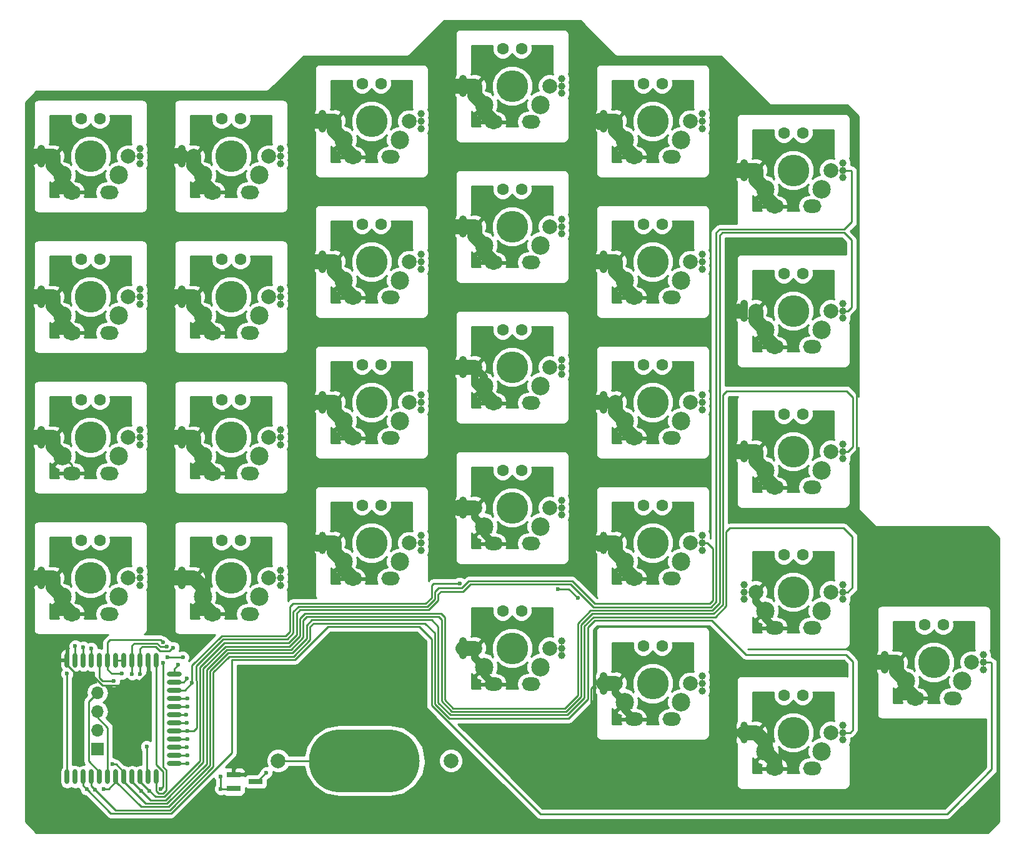
<source format=gbl>
G04 #@! TF.FileFunction,Copper,L2,Bot,Signal*
%FSLAX46Y46*%
G04 Gerber Fmt 4.6, Leading zero omitted, Abs format (unit mm)*
G04 Created by KiCad (PCBNEW 4.0.7) date Mon Jun  4 02:29:31 2018*
%MOMM*%
%LPD*%
G01*
G04 APERTURE LIST*
%ADD10C,0.100000*%
%ADD11C,1.600000*%
%ADD12C,1.000000*%
%ADD13C,4.300000*%
%ADD14C,2.000000*%
%ADD15C,2.500000*%
%ADD16O,2.500000X1.800000*%
%ADD17O,2.000000X0.700000*%
%ADD18O,0.700000X2.000000*%
%ADD19O,15.000000X8.500000*%
%ADD20R,1.700000X1.700000*%
%ADD21O,1.700000X1.700000*%
%ADD22R,1.900000X0.800000*%
%ADD23C,0.600000*%
%ADD24C,0.250000*%
%ADD25C,1.000000*%
%ADD26C,2.000000*%
%ADD27C,0.254000*%
G04 APERTURE END LIST*
D10*
D11*
X151130000Y-101600000D03*
X153670000Y-101600000D03*
D12*
X159100000Y-107680000D03*
X159100000Y-105680000D03*
X159100000Y-106680000D03*
D13*
X152400000Y-106680000D03*
D14*
X157480000Y-106680000D03*
X147320000Y-106680000D03*
D15*
X156210000Y-109220000D03*
D16*
X149860000Y-111556800D03*
D15*
X148590000Y-109220000D03*
D16*
X154940000Y-111556800D03*
D12*
X145700000Y-106680000D03*
X145700000Y-107680000D03*
X145700000Y-105680000D03*
D11*
X132080000Y-111125000D03*
X134620000Y-111125000D03*
D12*
X140050000Y-117205000D03*
X140050000Y-115205000D03*
X140050000Y-116205000D03*
D13*
X133350000Y-116205000D03*
D14*
X138430000Y-116205000D03*
X128270000Y-116205000D03*
D15*
X137160000Y-118745000D03*
D16*
X130810000Y-121081800D03*
D15*
X129540000Y-118745000D03*
D16*
X135890000Y-121081800D03*
D12*
X126650000Y-116205000D03*
X126650000Y-117205000D03*
X126650000Y-115205000D03*
D11*
X36830000Y-33020000D03*
X39370000Y-33020000D03*
D12*
X44800000Y-39100000D03*
X44800000Y-37100000D03*
X44800000Y-38100000D03*
D13*
X38100000Y-38100000D03*
D14*
X43180000Y-38100000D03*
X33020000Y-38100000D03*
D15*
X41910000Y-40640000D03*
D16*
X35560000Y-42976800D03*
D15*
X34290000Y-40640000D03*
D16*
X40640000Y-42976800D03*
D12*
X31400000Y-38100000D03*
X31400000Y-39100000D03*
X31400000Y-37100000D03*
D11*
X36830000Y-52070000D03*
X39370000Y-52070000D03*
D12*
X44800000Y-58150000D03*
X44800000Y-56150000D03*
X44800000Y-57150000D03*
D13*
X38100000Y-57150000D03*
D14*
X43180000Y-57150000D03*
X33020000Y-57150000D03*
D15*
X41910000Y-59690000D03*
D16*
X35560000Y-62026800D03*
D15*
X34290000Y-59690000D03*
D16*
X40640000Y-62026800D03*
D12*
X31400000Y-57150000D03*
X31400000Y-58150000D03*
X31400000Y-56150000D03*
D11*
X36830000Y-71120000D03*
X39370000Y-71120000D03*
D12*
X44800000Y-77200000D03*
X44800000Y-75200000D03*
X44800000Y-76200000D03*
D13*
X38100000Y-76200000D03*
D14*
X43180000Y-76200000D03*
X33020000Y-76200000D03*
D15*
X41910000Y-78740000D03*
D16*
X35560000Y-81076800D03*
D15*
X34290000Y-78740000D03*
D16*
X40640000Y-81076800D03*
D12*
X31400000Y-76200000D03*
X31400000Y-77200000D03*
X31400000Y-75200000D03*
D11*
X36830000Y-90170000D03*
X39370000Y-90170000D03*
D12*
X44800000Y-96250000D03*
X44800000Y-94250000D03*
X44800000Y-95250000D03*
D13*
X38100000Y-95250000D03*
D14*
X43180000Y-95250000D03*
X33020000Y-95250000D03*
D15*
X41910000Y-97790000D03*
D16*
X35560000Y-100126800D03*
D15*
X34290000Y-97790000D03*
D16*
X40640000Y-100126800D03*
D12*
X31400000Y-95250000D03*
X31400000Y-96250000D03*
X31400000Y-94250000D03*
D11*
X55880000Y-33020000D03*
X58420000Y-33020000D03*
D12*
X63850000Y-39100000D03*
X63850000Y-37100000D03*
X63850000Y-38100000D03*
D13*
X57150000Y-38100000D03*
D14*
X62230000Y-38100000D03*
X52070000Y-38100000D03*
D15*
X60960000Y-40640000D03*
D16*
X54610000Y-42976800D03*
D15*
X53340000Y-40640000D03*
D16*
X59690000Y-42976800D03*
D12*
X50450000Y-38100000D03*
X50450000Y-39100000D03*
X50450000Y-37100000D03*
D11*
X55880000Y-52070000D03*
X58420000Y-52070000D03*
D12*
X63850000Y-58150000D03*
X63850000Y-56150000D03*
X63850000Y-57150000D03*
D13*
X57150000Y-57150000D03*
D14*
X62230000Y-57150000D03*
X52070000Y-57150000D03*
D15*
X60960000Y-59690000D03*
D16*
X54610000Y-62026800D03*
D15*
X53340000Y-59690000D03*
D16*
X59690000Y-62026800D03*
D12*
X50450000Y-57150000D03*
X50450000Y-58150000D03*
X50450000Y-56150000D03*
D11*
X55880000Y-71120000D03*
X58420000Y-71120000D03*
D12*
X63850000Y-77200000D03*
X63850000Y-75200000D03*
X63850000Y-76200000D03*
D13*
X57150000Y-76200000D03*
D14*
X62230000Y-76200000D03*
X52070000Y-76200000D03*
D15*
X60960000Y-78740000D03*
D16*
X54610000Y-81076800D03*
D15*
X53340000Y-78740000D03*
D16*
X59690000Y-81076800D03*
D12*
X50450000Y-76200000D03*
X50450000Y-77200000D03*
X50450000Y-75200000D03*
D11*
X55880000Y-90170000D03*
X58420000Y-90170000D03*
D12*
X63850000Y-96250000D03*
X63850000Y-94250000D03*
X63850000Y-95250000D03*
D13*
X57150000Y-95250000D03*
D14*
X62230000Y-95250000D03*
X52070000Y-95250000D03*
D15*
X60960000Y-97790000D03*
D16*
X54610000Y-100126800D03*
D15*
X53340000Y-97790000D03*
D16*
X59690000Y-100126800D03*
D12*
X50450000Y-95250000D03*
X50450000Y-96250000D03*
X50450000Y-94250000D03*
D11*
X74930000Y-28257500D03*
X77470000Y-28257500D03*
D12*
X82900000Y-34337500D03*
X82900000Y-32337500D03*
X82900000Y-33337500D03*
D13*
X76200000Y-33337500D03*
D14*
X81280000Y-33337500D03*
X71120000Y-33337500D03*
D15*
X80010000Y-35877500D03*
D16*
X73660000Y-38214300D03*
D15*
X72390000Y-35877500D03*
D16*
X78740000Y-38214300D03*
D12*
X69500000Y-33337500D03*
X69500000Y-34337500D03*
X69500000Y-32337500D03*
D11*
X74930000Y-47307500D03*
X77470000Y-47307500D03*
D12*
X82900000Y-53387500D03*
X82900000Y-51387500D03*
X82900000Y-52387500D03*
D13*
X76200000Y-52387500D03*
D14*
X81280000Y-52387500D03*
X71120000Y-52387500D03*
D15*
X80010000Y-54927500D03*
D16*
X73660000Y-57264300D03*
D15*
X72390000Y-54927500D03*
D16*
X78740000Y-57264300D03*
D12*
X69500000Y-52387500D03*
X69500000Y-53387500D03*
X69500000Y-51387500D03*
D11*
X74930000Y-66357500D03*
X77470000Y-66357500D03*
D12*
X82900000Y-72437500D03*
X82900000Y-70437500D03*
X82900000Y-71437500D03*
D13*
X76200000Y-71437500D03*
D14*
X81280000Y-71437500D03*
X71120000Y-71437500D03*
D15*
X80010000Y-73977500D03*
D16*
X73660000Y-76314300D03*
D15*
X72390000Y-73977500D03*
D16*
X78740000Y-76314300D03*
D12*
X69500000Y-71437500D03*
X69500000Y-72437500D03*
X69500000Y-70437500D03*
D11*
X74930000Y-85407500D03*
X77470000Y-85407500D03*
D12*
X82900000Y-91487500D03*
X82900000Y-89487500D03*
X82900000Y-90487500D03*
D13*
X76200000Y-90487500D03*
D14*
X81280000Y-90487500D03*
X71120000Y-90487500D03*
D15*
X80010000Y-93027500D03*
D16*
X73660000Y-95364300D03*
D15*
X72390000Y-93027500D03*
D16*
X78740000Y-95364300D03*
D12*
X69500000Y-90487500D03*
X69500000Y-91487500D03*
X69500000Y-89487500D03*
D11*
X93980000Y-23495000D03*
X96520000Y-23495000D03*
D12*
X101950000Y-29575000D03*
X101950000Y-27575000D03*
X101950000Y-28575000D03*
D13*
X95250000Y-28575000D03*
D14*
X100330000Y-28575000D03*
X90170000Y-28575000D03*
D15*
X99060000Y-31115000D03*
D16*
X92710000Y-33451800D03*
D15*
X91440000Y-31115000D03*
D16*
X97790000Y-33451800D03*
D12*
X88550000Y-28575000D03*
X88550000Y-29575000D03*
X88550000Y-27575000D03*
D11*
X93980000Y-42545000D03*
X96520000Y-42545000D03*
D12*
X101950000Y-48625000D03*
X101950000Y-46625000D03*
X101950000Y-47625000D03*
D13*
X95250000Y-47625000D03*
D14*
X100330000Y-47625000D03*
X90170000Y-47625000D03*
D15*
X99060000Y-50165000D03*
D16*
X92710000Y-52501800D03*
D15*
X91440000Y-50165000D03*
D16*
X97790000Y-52501800D03*
D12*
X88550000Y-47625000D03*
X88550000Y-48625000D03*
X88550000Y-46625000D03*
D11*
X93980000Y-61595000D03*
X96520000Y-61595000D03*
D12*
X101950000Y-67675000D03*
X101950000Y-65675000D03*
X101950000Y-66675000D03*
D13*
X95250000Y-66675000D03*
D14*
X100330000Y-66675000D03*
X90170000Y-66675000D03*
D15*
X99060000Y-69215000D03*
D16*
X92710000Y-71551800D03*
D15*
X91440000Y-69215000D03*
D16*
X97790000Y-71551800D03*
D12*
X88550000Y-66675000D03*
X88550000Y-67675000D03*
X88550000Y-65675000D03*
D11*
X93980000Y-80645000D03*
X96520000Y-80645000D03*
D12*
X101950000Y-86725000D03*
X101950000Y-84725000D03*
X101950000Y-85725000D03*
D13*
X95250000Y-85725000D03*
D14*
X100330000Y-85725000D03*
X90170000Y-85725000D03*
D15*
X99060000Y-88265000D03*
D16*
X92710000Y-90601800D03*
D15*
X91440000Y-88265000D03*
D16*
X97790000Y-90601800D03*
D12*
X88550000Y-85725000D03*
X88550000Y-86725000D03*
X88550000Y-84725000D03*
D11*
X93980000Y-99695000D03*
X96520000Y-99695000D03*
D12*
X101950000Y-105775000D03*
X101950000Y-103775000D03*
X101950000Y-104775000D03*
D13*
X95250000Y-104775000D03*
D14*
X100330000Y-104775000D03*
X90170000Y-104775000D03*
D15*
X99060000Y-107315000D03*
D16*
X92710000Y-109651800D03*
D15*
X91440000Y-107315000D03*
D16*
X97790000Y-109651800D03*
D12*
X88550000Y-104775000D03*
X88550000Y-105775000D03*
X88550000Y-103775000D03*
D11*
X113030000Y-28257500D03*
X115570000Y-28257500D03*
D12*
X121000000Y-34337500D03*
X121000000Y-32337500D03*
X121000000Y-33337500D03*
D13*
X114300000Y-33337500D03*
D14*
X119380000Y-33337500D03*
X109220000Y-33337500D03*
D15*
X118110000Y-35877500D03*
D16*
X111760000Y-38214300D03*
D15*
X110490000Y-35877500D03*
D16*
X116840000Y-38214300D03*
D12*
X107600000Y-33337500D03*
X107600000Y-34337500D03*
X107600000Y-32337500D03*
D11*
X113030000Y-47307500D03*
X115570000Y-47307500D03*
D12*
X121000000Y-53387500D03*
X121000000Y-51387500D03*
X121000000Y-52387500D03*
D13*
X114300000Y-52387500D03*
D14*
X119380000Y-52387500D03*
X109220000Y-52387500D03*
D15*
X118110000Y-54927500D03*
D16*
X111760000Y-57264300D03*
D15*
X110490000Y-54927500D03*
D16*
X116840000Y-57264300D03*
D12*
X107600000Y-52387500D03*
X107600000Y-53387500D03*
X107600000Y-51387500D03*
D11*
X113030000Y-66357500D03*
X115570000Y-66357500D03*
D12*
X121000000Y-72437500D03*
X121000000Y-70437500D03*
X121000000Y-71437500D03*
D13*
X114300000Y-71437500D03*
D14*
X119380000Y-71437500D03*
X109220000Y-71437500D03*
D15*
X118110000Y-73977500D03*
D16*
X111760000Y-76314300D03*
D15*
X110490000Y-73977500D03*
D16*
X116840000Y-76314300D03*
D12*
X107600000Y-71437500D03*
X107600000Y-72437500D03*
X107600000Y-70437500D03*
D11*
X113030000Y-85407500D03*
X115570000Y-85407500D03*
D12*
X121000000Y-91487500D03*
X121000000Y-89487500D03*
X121000000Y-90487500D03*
D13*
X114300000Y-90487500D03*
D14*
X119380000Y-90487500D03*
X109220000Y-90487500D03*
D15*
X118110000Y-93027500D03*
D16*
X111760000Y-95364300D03*
D15*
X110490000Y-93027500D03*
D16*
X116840000Y-95364300D03*
D12*
X107600000Y-90487500D03*
X107600000Y-91487500D03*
X107600000Y-89487500D03*
D11*
X113030000Y-104457500D03*
X115570000Y-104457500D03*
D12*
X121000000Y-110537500D03*
X121000000Y-108537500D03*
X121000000Y-109537500D03*
D13*
X114300000Y-109537500D03*
D14*
X119380000Y-109537500D03*
X109220000Y-109537500D03*
D15*
X118110000Y-112077500D03*
D16*
X111760000Y-114414300D03*
D15*
X110490000Y-112077500D03*
D16*
X116840000Y-114414300D03*
D12*
X107600000Y-109537500D03*
X107600000Y-110537500D03*
X107600000Y-108537500D03*
D11*
X132080000Y-34925000D03*
X134620000Y-34925000D03*
D12*
X140050000Y-41005000D03*
X140050000Y-39005000D03*
X140050000Y-40005000D03*
D13*
X133350000Y-40005000D03*
D14*
X138430000Y-40005000D03*
X128270000Y-40005000D03*
D15*
X137160000Y-42545000D03*
D16*
X130810000Y-44881800D03*
D15*
X129540000Y-42545000D03*
D16*
X135890000Y-44881800D03*
D12*
X126650000Y-40005000D03*
X126650000Y-41005000D03*
X126650000Y-39005000D03*
D11*
X132080000Y-53975000D03*
X134620000Y-53975000D03*
D12*
X140050000Y-60055000D03*
X140050000Y-58055000D03*
X140050000Y-59055000D03*
D13*
X133350000Y-59055000D03*
D14*
X138430000Y-59055000D03*
X128270000Y-59055000D03*
D15*
X137160000Y-61595000D03*
D16*
X130810000Y-63931800D03*
D15*
X129540000Y-61595000D03*
D16*
X135890000Y-63931800D03*
D12*
X126650000Y-59055000D03*
X126650000Y-60055000D03*
X126650000Y-58055000D03*
D11*
X132080000Y-73025000D03*
X134620000Y-73025000D03*
D12*
X140050000Y-79105000D03*
X140050000Y-77105000D03*
X140050000Y-78105000D03*
D13*
X133350000Y-78105000D03*
D14*
X138430000Y-78105000D03*
X128270000Y-78105000D03*
D15*
X137160000Y-80645000D03*
D16*
X130810000Y-82981800D03*
D15*
X129540000Y-80645000D03*
D16*
X135890000Y-82981800D03*
D12*
X126650000Y-78105000D03*
X126650000Y-79105000D03*
X126650000Y-77105000D03*
D11*
X132080000Y-92075000D03*
X134620000Y-92075000D03*
D12*
X140050000Y-98155000D03*
X140050000Y-96155000D03*
X140050000Y-97155000D03*
D13*
X133350000Y-97155000D03*
D14*
X138430000Y-97155000D03*
X128270000Y-97155000D03*
D15*
X137160000Y-99695000D03*
D16*
X130810000Y-102031800D03*
D15*
X129540000Y-99695000D03*
D16*
X135890000Y-102031800D03*
D12*
X126650000Y-97155000D03*
X126650000Y-98155000D03*
X126650000Y-96155000D03*
D17*
X49452500Y-120350000D03*
X49452500Y-119250000D03*
X49452500Y-118150000D03*
X49452500Y-117050000D03*
X49452500Y-115950000D03*
X49452500Y-114850000D03*
X49452500Y-113750000D03*
X49452500Y-112650000D03*
X49452500Y-111550000D03*
X49452500Y-110450000D03*
X49452500Y-109350000D03*
X49452500Y-108250000D03*
D18*
X47052500Y-122200000D03*
X45952500Y-122200000D03*
X44852500Y-122200000D03*
X43752500Y-122200000D03*
X42652500Y-122200000D03*
X41552500Y-122200000D03*
X40452500Y-122200000D03*
X39352500Y-122200000D03*
X38252500Y-122200000D03*
X37152500Y-122200000D03*
X36052500Y-122200000D03*
X34952500Y-122200000D03*
X47052500Y-106400000D03*
X45952500Y-106400000D03*
X44852500Y-106400000D03*
X43752500Y-106400000D03*
X42652500Y-106400000D03*
X41552500Y-106400000D03*
X40452500Y-106400000D03*
X39352500Y-106400000D03*
X38252500Y-106400000D03*
X37152500Y-106400000D03*
X36052500Y-106400000D03*
X34952500Y-106400000D03*
D14*
X63547500Y-120015000D03*
X86947500Y-120015000D03*
D19*
X75247500Y-120015000D03*
D20*
X39052500Y-118427500D03*
D21*
X39052500Y-115887500D03*
X39052500Y-113347500D03*
X39052500Y-110807500D03*
D22*
X57500000Y-123800000D03*
X57500000Y-121900000D03*
X60500000Y-122850000D03*
D23*
X61912500Y-121650000D03*
X55760000Y-122180000D03*
X55780000Y-123830000D03*
X47625000Y-123825000D03*
X57110000Y-125500000D03*
X105720000Y-95020000D03*
X104130197Y-97950492D03*
X101453058Y-96750010D03*
X103822500Y-125730000D03*
X103822500Y-121920000D03*
X123825000Y-124777500D03*
X33337500Y-124777500D03*
X38252500Y-104822500D03*
X37152500Y-104675000D03*
X36052500Y-104475000D03*
X34950000Y-108230000D03*
X44850000Y-108250000D03*
X49325000Y-104700020D03*
X43750000Y-108275000D03*
X48480448Y-104530448D03*
X42400000Y-108175000D03*
X47914762Y-103964762D03*
X41275000Y-109175000D03*
X51200011Y-108852489D03*
X50025000Y-107000000D03*
X47933078Y-106758078D03*
X48575000Y-106000000D03*
X50625000Y-106000000D03*
X45720000Y-118110000D03*
X51175000Y-114850000D03*
X51100000Y-113750000D03*
X51286410Y-112650000D03*
X51275000Y-111550000D03*
X51875000Y-109475000D03*
X88141942Y-95991942D03*
X51225000Y-119250000D03*
X51200000Y-118150000D03*
X51250000Y-117050000D03*
X51250000Y-115950000D03*
X51250000Y-120350000D03*
X46077500Y-124075000D03*
X45002500Y-124100000D03*
X41077500Y-120475000D03*
X39925000Y-123850000D03*
X38750000Y-123947500D03*
X37602500Y-123900000D03*
D24*
X63547500Y-120015000D02*
X75247500Y-120015000D01*
X60555000Y-122872500D02*
X60690000Y-122872500D01*
X60690000Y-122872500D02*
X61912500Y-121650000D01*
X55780000Y-123830000D02*
X55780000Y-122200000D01*
X55780000Y-122200000D02*
X55760000Y-122180000D01*
X55780000Y-123830000D02*
X57470000Y-123830000D01*
X57470000Y-123830000D02*
X57500000Y-123800000D01*
X47052500Y-106400000D02*
X47052500Y-120595392D01*
X47052500Y-120595392D02*
X47924999Y-121467891D01*
X47924999Y-121467891D02*
X47924999Y-123525001D01*
X47924999Y-123525001D02*
X47625000Y-123825000D01*
D25*
X126650000Y-116205000D02*
X125085000Y-116205000D01*
D24*
X126650000Y-116205000D02*
X125185000Y-116205000D01*
X58690000Y-120060000D02*
X59210000Y-120060000D01*
X57500000Y-121900000D02*
X57500000Y-121250000D01*
X57500000Y-121250000D02*
X58690000Y-120060000D01*
X126650000Y-116205000D02*
X126650000Y-117205000D01*
X126650000Y-115205000D02*
X126650000Y-116205000D01*
D26*
X130810000Y-121081800D02*
X130810000Y-120015000D01*
X130810000Y-120015000D02*
X129540000Y-118745000D01*
X129540000Y-118745000D02*
X129540000Y-117475000D01*
X129540000Y-117475000D02*
X128270000Y-116205000D01*
X126650000Y-116205000D02*
X128270000Y-116205000D01*
D24*
X49030000Y-38100000D02*
X48420000Y-38100000D01*
D26*
X50450000Y-38100000D02*
X49030000Y-38100000D01*
D24*
X50450000Y-39100000D02*
X49950001Y-38600001D01*
X49950001Y-38600001D02*
X49290001Y-38600001D01*
X50450000Y-37100000D02*
X49420000Y-37100000D01*
X49420000Y-37100000D02*
X48420000Y-38100000D01*
X107600000Y-34337500D02*
X106842500Y-34337500D01*
X106842500Y-34337500D02*
X105842500Y-33337500D01*
X107600000Y-33337500D02*
X105842500Y-33337500D01*
X107600000Y-32337500D02*
X106842500Y-32337500D01*
X106842500Y-32337500D02*
X105842500Y-33337500D01*
X126650000Y-40005000D02*
X125340000Y-40005000D01*
X126650000Y-41005000D02*
X126650000Y-40297894D01*
X125340000Y-40005000D02*
X124975000Y-40005000D01*
X126650000Y-40297894D02*
X126357106Y-40005000D01*
X126357106Y-40005000D02*
X125340000Y-40005000D01*
X126650000Y-39005000D02*
X125650000Y-40005000D01*
X125650000Y-40005000D02*
X124975000Y-40005000D01*
D26*
X90170000Y-104775000D02*
X88550000Y-104775000D01*
D24*
X126650000Y-60055000D02*
X128000000Y-60055000D01*
X128000000Y-60055000D02*
X128270000Y-60325000D01*
X126650000Y-59055000D02*
X125942894Y-59055000D01*
X126650000Y-60055000D02*
X125942894Y-59347894D01*
X125942894Y-59347894D02*
X125942894Y-59055000D01*
X126650000Y-58055000D02*
X125942894Y-58762106D01*
X125942894Y-58762106D02*
X125942894Y-59055000D01*
X107600000Y-91487500D02*
X106857500Y-91487500D01*
X106857500Y-91487500D02*
X105857500Y-90487500D01*
X107600000Y-90487500D02*
X105857500Y-90487500D01*
X107600000Y-89487500D02*
X107100001Y-89987499D01*
X107100001Y-89987499D02*
X106357501Y-89987499D01*
X106357501Y-89987499D02*
X105857500Y-90487500D01*
D26*
X106092500Y-71437500D02*
X107600000Y-71437500D01*
D24*
X106520394Y-71810000D02*
X106972500Y-71810000D01*
X106972500Y-71810000D02*
X107600000Y-72437500D01*
X107600000Y-71437500D02*
X106892894Y-71437500D01*
X106892894Y-71437500D02*
X106520394Y-71810000D01*
X109220000Y-71437500D02*
X106600000Y-71437500D01*
X106600000Y-71437500D02*
X106775000Y-71262500D01*
X107600000Y-71437500D02*
X106775000Y-71437500D01*
X107600000Y-72437500D02*
X106775000Y-71612500D01*
X106775000Y-71612500D02*
X106775000Y-71437500D01*
X107600000Y-70437500D02*
X106775000Y-71262500D01*
X106775000Y-71262500D02*
X106775000Y-71437500D01*
X106680000Y-109537500D02*
X106580000Y-109637500D01*
X106580000Y-109637500D02*
X106310000Y-109907500D01*
X107600000Y-110537500D02*
X106700000Y-109637500D01*
X106700000Y-109637500D02*
X106580000Y-109637500D01*
X106310000Y-109907500D02*
X105950036Y-110267464D01*
X107600000Y-108537500D02*
X106310000Y-109827500D01*
X106310000Y-109827500D02*
X106310000Y-109907500D01*
D26*
X109220000Y-109537500D02*
X107600000Y-109537500D01*
D24*
X107600000Y-53387500D02*
X106600000Y-52387500D01*
X106600000Y-52387500D02*
X106130000Y-52387500D01*
X107600000Y-52387500D02*
X106130000Y-52387500D01*
D26*
X109220000Y-52387500D02*
X106130000Y-52387500D01*
X106130000Y-52387500D02*
X104997500Y-52387500D01*
D24*
X107600000Y-51387500D02*
X107100001Y-51887499D01*
X107100001Y-51887499D02*
X106630001Y-51887499D01*
X106630001Y-51887499D02*
X106130000Y-52387500D01*
X88550000Y-29575000D02*
X87550000Y-28575000D01*
X87550000Y-28575000D02*
X86875000Y-28575000D01*
X88550000Y-28575000D02*
X86875000Y-28575000D01*
X88550000Y-27575000D02*
X88050001Y-28074999D01*
X88050001Y-28074999D02*
X87375001Y-28074999D01*
X87375001Y-28074999D02*
X86875000Y-28575000D01*
X69500000Y-91487500D02*
X68702500Y-91487500D01*
X68702500Y-91487500D02*
X67702500Y-90487500D01*
X69500000Y-90487500D02*
X67702500Y-90487500D01*
X69500000Y-89487500D02*
X68792894Y-89487500D01*
X68792894Y-89487500D02*
X67792894Y-90487500D01*
X67792894Y-90487500D02*
X67702500Y-90487500D01*
X88550000Y-86725000D02*
X87842894Y-86725000D01*
X87842894Y-86725000D02*
X86842894Y-85725000D01*
X88550000Y-84725000D02*
X87842894Y-84725000D01*
X87842894Y-84725000D02*
X86842894Y-85725000D01*
X86842894Y-85725000D02*
X86735000Y-85725000D01*
D25*
X91440000Y-88265000D02*
X91440000Y-89331800D01*
X91440000Y-89331800D02*
X92710000Y-90601800D01*
X90170000Y-85725000D02*
X90170000Y-86995000D01*
X90170000Y-86995000D02*
X91440000Y-88265000D01*
X88550000Y-85725000D02*
X90170000Y-85725000D01*
X88550000Y-84725000D02*
X88550000Y-86725000D01*
X88550000Y-67675000D02*
X88550000Y-65675000D01*
X88550000Y-66675000D02*
X88550000Y-67675000D01*
X90170000Y-66675000D02*
X88550000Y-66675000D01*
X91440000Y-69215000D02*
X91440000Y-67945000D01*
X91440000Y-67945000D02*
X90170000Y-66675000D01*
X90170000Y-66675000D02*
X90170000Y-69011800D01*
X90170000Y-69011800D02*
X92710000Y-71551800D01*
X88550000Y-47625000D02*
X90170000Y-47625000D01*
X88550000Y-47625000D02*
X88550000Y-46625000D01*
X88550000Y-47625000D02*
X88550000Y-48625000D01*
D24*
X48730000Y-86680000D02*
X65692500Y-86680000D01*
X65692500Y-86680000D02*
X69500000Y-90487500D01*
X48470000Y-86940000D02*
X48730000Y-86680000D01*
X48470000Y-94300000D02*
X48470000Y-86940000D01*
X49420000Y-95250000D02*
X48470000Y-94300000D01*
X50450000Y-95250000D02*
X49420000Y-95250000D01*
X48860000Y-85010000D02*
X64022500Y-85010000D01*
X64022500Y-85010000D02*
X69500000Y-90487500D01*
X48300000Y-84450000D02*
X48860000Y-85010000D01*
X48300000Y-77290000D02*
X47090000Y-78500000D01*
X49390000Y-76200000D02*
X48300000Y-77290000D01*
X48300000Y-77290000D02*
X48300000Y-84450000D01*
X47090000Y-95230000D02*
X47090000Y-78500000D01*
X47090000Y-78500000D02*
X47090000Y-77550000D01*
X50450000Y-76200000D02*
X49390000Y-76200000D01*
X47090000Y-77550000D02*
X48440000Y-76200000D01*
X47070000Y-95250000D02*
X47090000Y-95230000D01*
X50450000Y-95250000D02*
X47070000Y-95250000D01*
X50450000Y-95250000D02*
X48270000Y-95250000D01*
D25*
X31400000Y-95250000D02*
X33020000Y-95250000D01*
X31400000Y-95250000D02*
X31400000Y-96250000D01*
X50450000Y-95250000D02*
X50450000Y-96250000D01*
X52070000Y-95250000D02*
X50450000Y-95250000D01*
X31400000Y-96250000D02*
X31400000Y-94250000D01*
X50450000Y-96250000D02*
X50450000Y-94250000D01*
X129540000Y-99695000D02*
X129540000Y-100761800D01*
X129540000Y-100761800D02*
X130810000Y-102031800D01*
X128270000Y-97155000D02*
X128270000Y-98425000D01*
X128270000Y-98425000D02*
X129540000Y-99695000D01*
X110490000Y-112077500D02*
X110490000Y-113144300D01*
X110490000Y-113144300D02*
X111760000Y-114414300D01*
X109220000Y-109537500D02*
X109220000Y-110807500D01*
X109220000Y-110807500D02*
X110490000Y-112077500D01*
X91440000Y-107315000D02*
X91440000Y-108381800D01*
X91440000Y-108381800D02*
X92710000Y-109651800D01*
X90170000Y-104775000D02*
X90170000Y-106045000D01*
X90170000Y-106045000D02*
X91440000Y-107315000D01*
X88550000Y-103775000D02*
X88550000Y-105775000D01*
X107600000Y-108537500D02*
X107600000Y-110537500D01*
X145700000Y-105680000D02*
X145700000Y-107680000D01*
X126650000Y-77105000D02*
X126650000Y-79105000D01*
X107600000Y-70437500D02*
X107600000Y-72437500D01*
X69500000Y-70437500D02*
X69500000Y-72437500D01*
X50450000Y-75200000D02*
X50450000Y-77200000D01*
X31400000Y-75200000D02*
X31400000Y-77200000D01*
X31400000Y-56150000D02*
X31400000Y-58150000D01*
X50450000Y-56150000D02*
X50450000Y-58150000D01*
X69500000Y-51387500D02*
X69500000Y-53387500D01*
X88550000Y-46625000D02*
X88550000Y-48625000D01*
X107600000Y-51387500D02*
X107600000Y-53387500D01*
X126650000Y-58055000D02*
X126650000Y-60055000D01*
X126650000Y-39005000D02*
X126650000Y-41005000D01*
X107600000Y-32337500D02*
X107600000Y-34337500D01*
X88550000Y-27575000D02*
X88550000Y-29575000D01*
X69500000Y-32337500D02*
X69500000Y-34337500D01*
X50450000Y-37100000D02*
X50450000Y-39100000D01*
X31400000Y-37100000D02*
X31400000Y-39100000D01*
D26*
X147320000Y-106680000D02*
X144060000Y-106680000D01*
X109220000Y-90487500D02*
X105857500Y-90487500D01*
X90170000Y-85725000D02*
X86735000Y-85725000D01*
X71120000Y-90487500D02*
X67702500Y-90487500D01*
X52070000Y-95250000D02*
X48270000Y-95250000D01*
X33020000Y-95250000D02*
X30270000Y-95250000D01*
D24*
X107600000Y-90487500D02*
X106687500Y-90487500D01*
D26*
X52070000Y-76200000D02*
X48440000Y-76200000D01*
X71120000Y-71437500D02*
X67827500Y-71437500D01*
X90170000Y-66675000D02*
X86415000Y-66675000D01*
X128270000Y-78105000D02*
X125730000Y-78105000D01*
X52070000Y-76200000D02*
X52070000Y-77470000D01*
X52070000Y-77470000D02*
X53340000Y-78740000D01*
X33020000Y-76200000D02*
X30390000Y-76200000D01*
X33020000Y-57150000D02*
X30500000Y-57150000D01*
X52070000Y-57150000D02*
X47930000Y-57150000D01*
X71120000Y-52387500D02*
X67517500Y-52387500D01*
X90170000Y-47625000D02*
X86145000Y-47625000D01*
X125942894Y-59055000D02*
X125937894Y-59060000D01*
X128270000Y-40005000D02*
X124975000Y-40005000D01*
X109220000Y-33337500D02*
X105842500Y-33337500D01*
X90170000Y-28575000D02*
X86875000Y-28575000D01*
X71120000Y-33337500D02*
X67802500Y-33337500D01*
X33020000Y-38100000D02*
X30380000Y-38100000D01*
D24*
X29527500Y-57150000D02*
X31400000Y-57150000D01*
X29527500Y-39972500D02*
X29527500Y-57150000D01*
X31400000Y-38100000D02*
X29527500Y-39972500D01*
X85500000Y-79100000D02*
X85500000Y-82675000D01*
X87900000Y-76700000D02*
X85500000Y-79100000D01*
X102900000Y-76700000D02*
X87900000Y-76700000D01*
X104100000Y-77900000D02*
X102900000Y-76700000D01*
X104100000Y-87900000D02*
X104100000Y-77900000D01*
X106687500Y-90487500D02*
X104100000Y-87900000D01*
X29750000Y-102750000D02*
X33400000Y-106400000D01*
X33400000Y-106400000D02*
X34952500Y-106400000D01*
X29750000Y-96900000D02*
X29750000Y-102750000D01*
X31400000Y-95250000D02*
X29750000Y-96900000D01*
X86100000Y-46700000D02*
X86100000Y-31025000D01*
X87025000Y-47625000D02*
X86100000Y-46700000D01*
X88550000Y-47625000D02*
X87025000Y-47625000D01*
X140700000Y-86900000D02*
X141900000Y-85700000D01*
X124900000Y-66500000D02*
X124900000Y-59900000D01*
X141900000Y-85700000D02*
X141900000Y-69500000D01*
X140300000Y-67900000D02*
X126300000Y-67900000D01*
X141900000Y-69500000D02*
X140300000Y-67900000D01*
X126300000Y-67900000D02*
X124900000Y-66500000D01*
X124900000Y-59900000D02*
X125805000Y-59900000D01*
X125805000Y-59900000D02*
X126650000Y-59055000D01*
X140500000Y-86900000D02*
X140700000Y-86900000D01*
X126100000Y-86900000D02*
X140500000Y-86900000D01*
X126650000Y-78105000D02*
X125895000Y-78105000D01*
X125895000Y-78105000D02*
X125300000Y-78700000D01*
X125300000Y-78700000D02*
X125300000Y-86100000D01*
X125300000Y-86100000D02*
X126100000Y-86900000D01*
X140700000Y-86900000D02*
X140700000Y-86700000D01*
X31400000Y-57150000D02*
X29845000Y-55595000D01*
X30900001Y-38599999D02*
X31400000Y-38100000D01*
X31400000Y-38100000D02*
X30527500Y-38972500D01*
X30527500Y-38972500D02*
X30527500Y-39100000D01*
X67023500Y-88011000D02*
X67023500Y-73914000D01*
X67023500Y-73914000D02*
X69500000Y-71437500D01*
X48006000Y-66294000D02*
X48006000Y-59594000D01*
X48006000Y-59594000D02*
X50450000Y-57150000D01*
X48545000Y-66833000D02*
X48006000Y-66294000D01*
X48545000Y-74295000D02*
X48545000Y-66833000D01*
X33020000Y-76200000D02*
X31400000Y-76200000D01*
X35560000Y-81076800D02*
X35560000Y-79926800D01*
X35560000Y-79926800D02*
X34373200Y-78740000D01*
X34373200Y-78740000D02*
X34290000Y-78740000D01*
X45952500Y-106400000D02*
X45952500Y-108072502D01*
X44225001Y-109800001D02*
X39738591Y-109800001D01*
X45952500Y-108072502D02*
X44225001Y-109800001D01*
X38523590Y-108585000D02*
X36487500Y-108585000D01*
X39738591Y-109800001D02*
X38523590Y-108585000D01*
X36487500Y-108585000D02*
X34952500Y-107050000D01*
X34952500Y-107050000D02*
X34952500Y-106400000D01*
X101453058Y-96750010D02*
X102929715Y-96750010D01*
X102929715Y-96750010D02*
X104130197Y-97950492D01*
X105950036Y-110267464D02*
X105950036Y-119792464D01*
X105950036Y-119792464D02*
X103822500Y-121920000D01*
X107600000Y-109537500D02*
X106680000Y-109537500D01*
D26*
X34290000Y-97790000D02*
X34290000Y-98856800D01*
X34290000Y-98856800D02*
X35560000Y-100126800D01*
X33020000Y-95250000D02*
X33020000Y-96520000D01*
X33020000Y-96520000D02*
X34290000Y-97790000D01*
X53340000Y-97790000D02*
X53340000Y-98856800D01*
X53340000Y-98856800D02*
X54610000Y-100126800D01*
X53340000Y-97790000D02*
X53340000Y-96520000D01*
X53340000Y-96520000D02*
X52070000Y-95250000D01*
X72390000Y-93027500D02*
X72390000Y-94094300D01*
X72390000Y-94094300D02*
X73660000Y-95364300D01*
X71120000Y-90487500D02*
X71120000Y-91757500D01*
X71120000Y-91757500D02*
X72390000Y-93027500D01*
X110490000Y-93027500D02*
X110490000Y-94094300D01*
X110490000Y-94094300D02*
X111760000Y-95364300D01*
X109220000Y-90487500D02*
X109220000Y-91757500D01*
X109220000Y-91757500D02*
X110490000Y-93027500D01*
X148590000Y-109220000D02*
X148590000Y-110286800D01*
X148590000Y-110286800D02*
X149860000Y-111556800D01*
X147320000Y-106680000D02*
X147320000Y-107950000D01*
X147320000Y-107950000D02*
X148590000Y-109220000D01*
X129540000Y-80645000D02*
X129540000Y-81711800D01*
X129540000Y-81711800D02*
X130810000Y-82981800D01*
X128270000Y-78105000D02*
X128270000Y-79375000D01*
X128270000Y-79375000D02*
X129540000Y-80645000D01*
X126650000Y-78105000D02*
X125730000Y-78105000D01*
X110490000Y-73977500D02*
X110490000Y-75044300D01*
X110490000Y-75044300D02*
X111760000Y-76314300D01*
X109220000Y-71437500D02*
X109220000Y-72707500D01*
X109220000Y-72707500D02*
X110490000Y-73977500D01*
X91440000Y-69215000D02*
X91440000Y-70281800D01*
X91440000Y-70281800D02*
X92710000Y-71551800D01*
X72390000Y-73977500D02*
X72390000Y-75044300D01*
X72390000Y-75044300D02*
X73660000Y-76314300D01*
X71120000Y-71437500D02*
X71120000Y-72707500D01*
X71120000Y-72707500D02*
X72390000Y-73977500D01*
X69500000Y-71437500D02*
X69705787Y-71437500D01*
X69705787Y-71437500D02*
X71120000Y-71437500D01*
X53340000Y-78740000D02*
X53340000Y-79806800D01*
X53340000Y-79806800D02*
X54610000Y-81076800D01*
X33020000Y-76200000D02*
X33020000Y-77470000D01*
X33020000Y-77470000D02*
X34290000Y-78740000D01*
X34290000Y-59690000D02*
X34290000Y-60756800D01*
X34290000Y-60756800D02*
X35560000Y-62026800D01*
X33020000Y-57150000D02*
X33020000Y-58420000D01*
X33020000Y-58420000D02*
X34290000Y-59690000D01*
X31527500Y-57150000D02*
X33020000Y-57150000D01*
X53340000Y-59690000D02*
X53340000Y-60756800D01*
X53340000Y-60756800D02*
X54610000Y-62026800D01*
X52070000Y-57150000D02*
X52070000Y-58420000D01*
X52070000Y-58420000D02*
X53340000Y-59690000D01*
X72390000Y-54927500D02*
X72390000Y-55994300D01*
X72390000Y-55994300D02*
X73660000Y-57264300D01*
X71120000Y-52387500D02*
X71120000Y-53657500D01*
X71120000Y-53657500D02*
X72390000Y-54927500D01*
X91440000Y-50165000D02*
X91440000Y-51231800D01*
X91440000Y-51231800D02*
X92710000Y-52501800D01*
X90170000Y-47625000D02*
X90170000Y-48895000D01*
X90170000Y-48895000D02*
X91440000Y-50165000D01*
X110490000Y-54927500D02*
X110490000Y-55994300D01*
X110490000Y-55994300D02*
X111760000Y-57264300D01*
X109220000Y-52387500D02*
X109220000Y-53657500D01*
X109220000Y-53657500D02*
X110490000Y-54927500D01*
X129540000Y-61595000D02*
X129540000Y-62661800D01*
X129540000Y-62661800D02*
X130810000Y-63931800D01*
X128270000Y-59055000D02*
X128270000Y-60325000D01*
X128270000Y-60325000D02*
X129540000Y-61595000D01*
X129540000Y-42545000D02*
X129540000Y-43611800D01*
X129540000Y-43611800D02*
X130810000Y-44881800D01*
X128270000Y-40005000D02*
X128270000Y-41275000D01*
X128270000Y-41275000D02*
X129540000Y-42545000D01*
X110490000Y-35877500D02*
X110490000Y-36944300D01*
X110490000Y-36944300D02*
X111760000Y-38214300D01*
X109220000Y-33337500D02*
X109220000Y-34607500D01*
X109220000Y-34607500D02*
X110490000Y-35877500D01*
X91440000Y-31115000D02*
X91440000Y-32181800D01*
X91440000Y-32181800D02*
X92710000Y-33451800D01*
X90170000Y-28575000D02*
X90170000Y-29845000D01*
X90170000Y-29845000D02*
X91440000Y-31115000D01*
X72390000Y-35877500D02*
X72390000Y-36944300D01*
X72390000Y-36944300D02*
X73660000Y-38214300D01*
X71120000Y-33337500D02*
X71120000Y-34607500D01*
X71120000Y-34607500D02*
X72390000Y-35877500D01*
X53340000Y-40640000D02*
X53340000Y-41706800D01*
X53340000Y-41706800D02*
X54610000Y-42976800D01*
X52070000Y-38100000D02*
X52070000Y-39370000D01*
X52070000Y-39370000D02*
X53340000Y-40640000D01*
X34290000Y-40640000D02*
X34290000Y-41706800D01*
X34290000Y-41706800D02*
X35560000Y-42976800D01*
X33020000Y-38100000D02*
X33020000Y-39370000D01*
X33020000Y-39370000D02*
X34290000Y-40640000D01*
D24*
X38252500Y-106400000D02*
X38252500Y-104822500D01*
X37152500Y-106400000D02*
X37152500Y-104675000D01*
X36052500Y-106400000D02*
X36052500Y-104475000D01*
X34952500Y-122200000D02*
X34952500Y-108232500D01*
X34952500Y-108232500D02*
X34950000Y-108230000D01*
X44850000Y-108250000D02*
X44850000Y-106402500D01*
X44850000Y-106402500D02*
X44852500Y-106400000D01*
X45135217Y-104564783D02*
X44852500Y-104847500D01*
X44852500Y-104847500D02*
X44852500Y-106400000D01*
X46953371Y-104564783D02*
X45135217Y-104564783D01*
X49325000Y-104700020D02*
X49235878Y-104700020D01*
X49235878Y-104700020D02*
X48780449Y-105155449D01*
X48780449Y-105155449D02*
X47544037Y-105155449D01*
X47544037Y-105155449D02*
X46953371Y-104564783D01*
X43752500Y-106400000D02*
X43752500Y-108272500D01*
X43752500Y-108272500D02*
X43750000Y-108275000D01*
X44035227Y-104114773D02*
X43752500Y-104397500D01*
X43752500Y-104397500D02*
X43752500Y-106400000D01*
X47139771Y-104114773D02*
X44035227Y-104114773D01*
X48480448Y-104530448D02*
X48400000Y-104450000D01*
X48400000Y-104450000D02*
X48354526Y-104450000D01*
X48354526Y-104450000D02*
X48214763Y-104589763D01*
X48214763Y-104589763D02*
X47614761Y-104589763D01*
X47614761Y-104589763D02*
X47139771Y-104114773D01*
X40977500Y-108175000D02*
X42400000Y-108175000D01*
X40452500Y-106400000D02*
X40452500Y-107650000D01*
X40452500Y-107650000D02*
X40977500Y-108175000D01*
X40760237Y-103664763D02*
X40452500Y-103972500D01*
X40452500Y-103972500D02*
X40452500Y-106400000D01*
X47914762Y-103964762D02*
X47614763Y-103664763D01*
X47614763Y-103664763D02*
X40760237Y-103664763D01*
X39350000Y-108775000D02*
X39750000Y-109175000D01*
X39750000Y-109175000D02*
X41275000Y-109175000D01*
X39350000Y-107052500D02*
X39350000Y-108775000D01*
X39352500Y-106400000D02*
X39352500Y-107050000D01*
X39352500Y-107050000D02*
X39350000Y-107052500D01*
X49452500Y-109350000D02*
X50702500Y-109350000D01*
X50702500Y-109350000D02*
X51200011Y-108852489D01*
X49450000Y-107575000D02*
X49452500Y-107577500D01*
X49452500Y-107577500D02*
X49452500Y-108250000D01*
X50025000Y-107000000D02*
X49450000Y-107575000D01*
X47933078Y-106758078D02*
X47933078Y-120839560D01*
X48375009Y-121281491D02*
X48375009Y-123999993D01*
X48375009Y-123999993D02*
X47925001Y-124450001D01*
X47933078Y-120839560D02*
X48375009Y-121281491D01*
X46999999Y-123502501D02*
X47052500Y-123450000D01*
X47925001Y-124450001D02*
X47324999Y-124450001D01*
X47052500Y-123450000D02*
X47052500Y-122200000D01*
X47324999Y-124450001D02*
X46999999Y-124125001D01*
X46999999Y-124125001D02*
X46999999Y-123502501D01*
X50625000Y-106000000D02*
X48575000Y-106000000D01*
X45720000Y-118110000D02*
X45720000Y-121967500D01*
X45720000Y-121967500D02*
X45952500Y-122200000D01*
X45900000Y-122147500D02*
X45952500Y-122200000D01*
X49452500Y-114850000D02*
X51175000Y-114850000D01*
X49452500Y-113750000D02*
X51100000Y-113750000D01*
X49452500Y-112650000D02*
X51286410Y-112650000D01*
X49452500Y-111550000D02*
X51275000Y-111550000D01*
X49452500Y-110450000D02*
X50900000Y-110450000D01*
X50900000Y-110450000D02*
X51875000Y-109475000D01*
X55875000Y-103125000D02*
X51875000Y-107125000D01*
X51875000Y-107125000D02*
X51875000Y-109475000D01*
X64575000Y-103125000D02*
X55875000Y-103125000D01*
X65150000Y-102550000D02*
X64575000Y-103125000D01*
X65150000Y-99150000D02*
X65150000Y-102550000D01*
X65600000Y-98700000D02*
X65150000Y-99150000D01*
X83550000Y-98700000D02*
X65600000Y-98700000D01*
X84333884Y-97916116D02*
X83550000Y-98700000D01*
X84333884Y-96300000D02*
X84333884Y-97916116D01*
X84641942Y-95991942D02*
X84333884Y-96300000D01*
X88141942Y-95991942D02*
X84641942Y-95991942D01*
X49452500Y-119250000D02*
X51225000Y-119250000D01*
X49452500Y-118150000D02*
X51200000Y-118150000D01*
X49452500Y-117050000D02*
X51250000Y-117050000D01*
X52100000Y-115950000D02*
X51250000Y-115950000D01*
X51250000Y-115950000D02*
X49452500Y-115950000D01*
X121000000Y-90487500D02*
X121707106Y-90487500D01*
X56061400Y-103575010D02*
X52475000Y-107161410D01*
X121707106Y-90487500D02*
X122469606Y-91250000D01*
X122469606Y-91250000D02*
X122469606Y-98294606D01*
X65600010Y-99849990D02*
X65600009Y-102736401D01*
X122469606Y-98294606D02*
X122014212Y-98750000D01*
X122014212Y-98750000D02*
X106450000Y-98750000D01*
X106450000Y-98750000D02*
X103375000Y-95675000D01*
X52500001Y-109174999D02*
X52500001Y-115549999D01*
X103375000Y-95675000D02*
X89383886Y-95675000D01*
X84783893Y-98102517D02*
X83736400Y-99150010D01*
X83736400Y-99150010D02*
X66299990Y-99150010D01*
X89383886Y-95675000D02*
X88441943Y-96616943D01*
X65600009Y-102736401D02*
X64761400Y-103575010D01*
X88441943Y-96616943D02*
X85283057Y-96616943D01*
X85283057Y-96616943D02*
X84783894Y-97116106D01*
X66299990Y-99150010D02*
X65600010Y-99849990D01*
X84783894Y-97116106D02*
X84783893Y-98102517D01*
X64761400Y-103575010D02*
X56061400Y-103575010D01*
X52475000Y-107161410D02*
X52475000Y-109149998D01*
X52475000Y-109149998D02*
X52500001Y-109174999D01*
X52500001Y-115549999D02*
X52100000Y-115950000D01*
X50102500Y-115950000D02*
X49452500Y-115950000D01*
X49452500Y-120350000D02*
X51250000Y-120350000D01*
X46902511Y-124900011D02*
X46077500Y-124075000D01*
X46077500Y-124075000D02*
X44852500Y-122850000D01*
X52925010Y-107349990D02*
X52925010Y-108963598D01*
X52925010Y-108963598D02*
X52950011Y-108988599D01*
X52950011Y-108988599D02*
X52950011Y-120061401D01*
X52950011Y-120061401D02*
X48111401Y-124900011D01*
X48111401Y-124900011D02*
X46902511Y-124900011D01*
X44852500Y-122850000D02*
X44852500Y-122200000D01*
X66050019Y-100074981D02*
X66050018Y-102922802D01*
X66050018Y-102922802D02*
X64947800Y-104025020D01*
X64947800Y-104025020D02*
X56249980Y-104025020D01*
X56249980Y-104025020D02*
X52925010Y-107349990D01*
X83922800Y-99600020D02*
X66524980Y-99600020D01*
X66524980Y-99600020D02*
X66050019Y-100074981D01*
X85233903Y-97441097D02*
X85233902Y-98288918D01*
X85233902Y-98288918D02*
X83922800Y-99600020D01*
X85608047Y-97066953D02*
X85233903Y-97441097D01*
X88628343Y-97066953D02*
X85608047Y-97066953D01*
X103188600Y-96125010D02*
X89570286Y-96125010D01*
X89570286Y-96125010D02*
X88628343Y-97066953D01*
X123375000Y-48000000D02*
X122919616Y-48455384D01*
X122919616Y-48455384D02*
X122919615Y-98481007D01*
X122919615Y-98481007D02*
X122200612Y-99200010D01*
X122200612Y-99200010D02*
X106263600Y-99200010D01*
X106263600Y-99200010D02*
X103188600Y-96125010D01*
X140275000Y-48000000D02*
X123375000Y-48000000D01*
X141275000Y-47000000D02*
X140275000Y-48000000D01*
X141275000Y-40125000D02*
X141275000Y-47000000D01*
X141175000Y-40025000D02*
X141275000Y-40125000D01*
X140777106Y-40025000D02*
X141175000Y-40025000D01*
X140050000Y-40005000D02*
X140757106Y-40005000D01*
X140757106Y-40005000D02*
X140777106Y-40025000D01*
X46252521Y-125350021D02*
X45002500Y-124100000D01*
X45002500Y-124100000D02*
X43752500Y-122850000D01*
X53375020Y-107536390D02*
X53375020Y-108777198D01*
X53375020Y-108777198D02*
X53400021Y-108802199D01*
X53400021Y-108802199D02*
X53400020Y-120247802D01*
X48297801Y-125350021D02*
X46252521Y-125350021D01*
X53400020Y-120247802D02*
X48297801Y-125350021D01*
X43752500Y-122850000D02*
X43752500Y-122200000D01*
X65084230Y-104525000D02*
X56386410Y-104525000D01*
X56386410Y-104525000D02*
X53375020Y-107536390D01*
X67199970Y-100050030D02*
X66500028Y-100749972D01*
X66500028Y-100749972D02*
X66500027Y-103109203D01*
X66500027Y-103109203D02*
X65084230Y-104525000D01*
X84109200Y-100050030D02*
X67199970Y-100050030D01*
X86125000Y-100550000D02*
X85625029Y-100050029D01*
X85625029Y-100050029D02*
X84109200Y-100050030D01*
X86125000Y-111775000D02*
X86125000Y-100550000D01*
X87275000Y-112925000D02*
X86125000Y-111775000D01*
X102375000Y-112925000D02*
X87275000Y-112925000D01*
X104150000Y-111150000D02*
X102375000Y-112925000D01*
X104150000Y-101400000D02*
X104150000Y-111150000D01*
X105899980Y-99650020D02*
X104150000Y-101400000D01*
X122387012Y-99650020D02*
X105899980Y-99650020D01*
X140250010Y-48450010D02*
X123749990Y-48450010D01*
X123749990Y-48450010D02*
X123369625Y-48830375D01*
X123369625Y-48830375D02*
X123369624Y-98667408D01*
X123369624Y-98667408D02*
X122387012Y-99650020D01*
X141250000Y-58562106D02*
X141250000Y-49450000D01*
X141250000Y-49450000D02*
X140250010Y-48450010D01*
X140050000Y-59055000D02*
X140757106Y-59055000D01*
X140757106Y-59055000D02*
X141250000Y-58562106D01*
X42652500Y-122200000D02*
X42652500Y-121550000D01*
X42652500Y-121550000D02*
X41577500Y-120475000D01*
X41577500Y-120475000D02*
X41077500Y-120475000D01*
X140050000Y-78105000D02*
X140757106Y-78105000D01*
X123819634Y-70430366D02*
X123819633Y-98853809D01*
X140757106Y-78105000D02*
X141425000Y-77437106D01*
X141425000Y-77437106D02*
X141425000Y-70775000D01*
X141425000Y-70775000D02*
X140550000Y-69900000D01*
X65270630Y-104975010D02*
X56572810Y-104975010D01*
X85674990Y-100874990D02*
X85300040Y-100500040D01*
X140550000Y-69900000D02*
X124350000Y-69900000D01*
X123819633Y-98853809D02*
X122573412Y-100100030D01*
X66950036Y-103295604D02*
X65270630Y-104975010D01*
X124350000Y-69900000D02*
X123819634Y-70430366D01*
X85674990Y-111961400D02*
X85674990Y-100874990D01*
X122573412Y-100100030D02*
X106099970Y-100100030D01*
X106099970Y-100100030D02*
X104600010Y-101599990D01*
X104600010Y-101599990D02*
X104600009Y-111336401D01*
X104600009Y-111336401D02*
X102561400Y-113375010D01*
X102561400Y-113375010D02*
X87088599Y-113375009D01*
X87088599Y-113375009D02*
X85674990Y-111961400D01*
X85300040Y-100500040D02*
X67449960Y-100500040D01*
X67449960Y-100500040D02*
X66950037Y-100999963D01*
X66950037Y-100999963D02*
X66950036Y-103295604D01*
X56572810Y-104975010D02*
X53850030Y-107697790D01*
X53850030Y-107697790D02*
X53850029Y-120434203D01*
X53850029Y-120434203D02*
X48484201Y-125800031D01*
X48484201Y-125800031D02*
X45602531Y-125800031D01*
X45602531Y-125800031D02*
X42652500Y-122850000D01*
X42652500Y-122850000D02*
X42652500Y-122200000D01*
X41552500Y-122850000D02*
X40552500Y-123850000D01*
X40552500Y-123850000D02*
X39925000Y-123850000D01*
X140050000Y-97155000D02*
X140757106Y-97155000D01*
X122759812Y-100550040D02*
X106286370Y-100550040D01*
X140757106Y-97155000D02*
X141375000Y-96537106D01*
X86902198Y-113825018D02*
X85224980Y-112147800D01*
X141375000Y-96537106D02*
X141375000Y-89675000D01*
X85224980Y-112147800D02*
X85224980Y-101824980D01*
X41552500Y-122850000D02*
X41552500Y-122200000D01*
X85224980Y-101824980D02*
X84350050Y-100950050D01*
X141375000Y-89675000D02*
X140175000Y-88475000D01*
X106286370Y-100550040D02*
X105050019Y-101786391D01*
X140175000Y-88475000D02*
X124775000Y-88475000D01*
X65457030Y-105425020D02*
X56759210Y-105425020D01*
X105050019Y-101786391D02*
X105050018Y-111522802D01*
X105050018Y-111522802D02*
X102747799Y-113825019D01*
X124775000Y-88475000D02*
X124269643Y-88980357D01*
X124269643Y-88980357D02*
X124269642Y-99040210D01*
X102747799Y-113825019D02*
X86902198Y-113825018D01*
X124269642Y-99040210D02*
X122759812Y-100550040D01*
X84350050Y-100950050D02*
X68124950Y-100950050D01*
X68124950Y-100950050D02*
X67400046Y-101674954D01*
X67400046Y-101674954D02*
X67400045Y-103482005D01*
X67400045Y-103482005D02*
X65457030Y-105425020D01*
X56759210Y-105425020D02*
X54300039Y-107884191D01*
X54300039Y-107884191D02*
X54300038Y-120620604D01*
X54300038Y-120620604D02*
X48670601Y-126250041D01*
X48670601Y-126250041D02*
X44952541Y-126250041D01*
X44952541Y-126250041D02*
X41552500Y-122850000D01*
X38750000Y-123947500D02*
X41502551Y-126700051D01*
X41502551Y-126700051D02*
X48857001Y-126700051D01*
X68324940Y-101400060D02*
X83450060Y-101400060D01*
X56945610Y-105875030D02*
X65643430Y-105875030D01*
X48857001Y-126700051D02*
X54750047Y-120807005D01*
X54750047Y-120807005D02*
X54750048Y-108070592D01*
X67850055Y-101874945D02*
X68324940Y-101400060D01*
X54750048Y-108070592D02*
X56945610Y-105875030D01*
X84774970Y-102724970D02*
X84774970Y-112334200D01*
X65643430Y-105875030D02*
X67850054Y-103668406D01*
X67850054Y-103668406D02*
X67850055Y-101874945D01*
X106472770Y-101000050D02*
X122300050Y-101000050D01*
X83450060Y-101400060D02*
X84774970Y-102724970D01*
X84774970Y-112334200D02*
X86715797Y-114275027D01*
X86715797Y-114275027D02*
X102934198Y-114275028D01*
X105500028Y-101972792D02*
X106472770Y-101000050D01*
X140525000Y-105675000D02*
X141432106Y-106582106D01*
X102934198Y-114275028D02*
X105500026Y-111709203D01*
X122300050Y-101000050D02*
X126975000Y-105675000D01*
X105500026Y-111709203D02*
X105500028Y-101972792D01*
X126975000Y-105675000D02*
X140525000Y-105675000D01*
X141432106Y-106582106D02*
X141432106Y-115817894D01*
X141045000Y-116205000D02*
X140050000Y-116205000D01*
X141432106Y-115817894D02*
X141045000Y-116205000D01*
X38750000Y-123947500D02*
X38252500Y-123450000D01*
X38252500Y-123450000D02*
X38252500Y-122200000D01*
X160250000Y-107830000D02*
X160250000Y-121180000D01*
X160250000Y-121180000D02*
X155147999Y-126282001D01*
X99050000Y-127220000D02*
X94530000Y-122700000D01*
X155147999Y-126282001D02*
X155137999Y-126282001D01*
X82675070Y-101850070D02*
X70304800Y-101850070D01*
X155137999Y-126282001D02*
X154200000Y-127220000D01*
X154200000Y-127220000D02*
X99050000Y-127220000D01*
X57224960Y-106325040D02*
X57224960Y-118968502D01*
X94530000Y-122700000D02*
X94504360Y-122700000D01*
X57224960Y-118968502D02*
X49043401Y-127150061D01*
X94504360Y-122700000D02*
X84324960Y-112520600D01*
X84324960Y-112520600D02*
X84324960Y-103499960D01*
X84324960Y-103499960D02*
X82675070Y-101850070D01*
X49043401Y-127150061D02*
X40852561Y-127150061D01*
X70304800Y-101850070D02*
X65829830Y-106325040D01*
X65829830Y-106325040D02*
X57224960Y-106325040D01*
X40852561Y-127150061D02*
X37602500Y-123900000D01*
X159100000Y-106680000D02*
X160110000Y-106680000D01*
X160110000Y-106680000D02*
X160250000Y-106820000D01*
X160250000Y-106820000D02*
X160250000Y-107830000D01*
X160260000Y-107820000D02*
X160240000Y-107820000D01*
X160250000Y-107830000D02*
X160260000Y-107820000D01*
X37152500Y-123300000D02*
X37152500Y-122200000D01*
X37602500Y-123900000D02*
X37152500Y-123450000D01*
X37152500Y-123450000D02*
X37152500Y-123300000D01*
X39052500Y-113347500D02*
X39052500Y-114148498D01*
X39052500Y-114148498D02*
X40452500Y-115548498D01*
X40452500Y-115548498D02*
X40452500Y-120950000D01*
X40452500Y-120950000D02*
X40452500Y-122200000D01*
X39052500Y-110807500D02*
X37877499Y-111982501D01*
X37877499Y-120074999D02*
X39352500Y-121550000D01*
X37877499Y-111982501D02*
X37877499Y-120074999D01*
X39352500Y-121550000D02*
X39352500Y-122200000D01*
X41552500Y-106400000D02*
X42652500Y-106400000D01*
D27*
G36*
X109035454Y-24314546D02*
X109265795Y-24468454D01*
X109537500Y-24522500D01*
X123530908Y-24522500D01*
X129990454Y-30982046D01*
X130220795Y-31135954D01*
X130492500Y-31190000D01*
X140675908Y-31190000D01*
X142165000Y-32679092D01*
X142165000Y-70674454D01*
X142127148Y-70484161D01*
X141962401Y-70237599D01*
X141087401Y-69362599D01*
X140840839Y-69197852D01*
X140550000Y-69140000D01*
X124350000Y-69140000D01*
X124129625Y-69183836D01*
X124129625Y-49210010D01*
X139935208Y-49210010D01*
X140490000Y-49764802D01*
X140490000Y-51372848D01*
X140350000Y-51345000D01*
X126350000Y-51345000D01*
X126078295Y-51399046D01*
X125847954Y-51552954D01*
X125694046Y-51783295D01*
X125640000Y-52055000D01*
X125640000Y-57255000D01*
X125683745Y-57474920D01*
X125644783Y-57481648D01*
X125501888Y-57909972D01*
X125533783Y-58360375D01*
X125617674Y-58562906D01*
X125501888Y-58909972D01*
X125533783Y-59360375D01*
X125617674Y-59562906D01*
X125501888Y-59909972D01*
X125533783Y-60360375D01*
X125644783Y-60628352D01*
X125683745Y-60635080D01*
X125640000Y-60855000D01*
X125640000Y-66055000D01*
X125694046Y-66326705D01*
X125847954Y-66557046D01*
X126078295Y-66710954D01*
X126350000Y-66765000D01*
X140350000Y-66765000D01*
X140621705Y-66710954D01*
X140852046Y-66557046D01*
X141005954Y-66326705D01*
X141060000Y-66055000D01*
X141060000Y-60855000D01*
X141023327Y-60670633D01*
X141184803Y-60281756D01*
X141185197Y-59830225D01*
X141131840Y-59701091D01*
X141294507Y-59592401D01*
X141787401Y-59099507D01*
X141952148Y-58852946D01*
X142010000Y-58562106D01*
X142010000Y-49450000D01*
X141952148Y-49159161D01*
X141952148Y-49159160D01*
X141787401Y-48912599D01*
X141112302Y-48237500D01*
X141812401Y-47537401D01*
X141977148Y-47290839D01*
X142035000Y-47000000D01*
X142035000Y-40125000D01*
X142018760Y-40043355D01*
X141977148Y-39834160D01*
X141812401Y-39587599D01*
X141712401Y-39487599D01*
X141465839Y-39322852D01*
X141175000Y-39265000D01*
X141170999Y-39265000D01*
X141184803Y-39231756D01*
X141185197Y-38780225D01*
X141023447Y-38388762D01*
X141060000Y-38205000D01*
X141060000Y-33005000D01*
X141005954Y-32733295D01*
X140852046Y-32502954D01*
X140621705Y-32349046D01*
X140350000Y-32295000D01*
X126350000Y-32295000D01*
X126078295Y-32349046D01*
X125847954Y-32502954D01*
X125694046Y-32733295D01*
X125640000Y-33005000D01*
X125640000Y-38205000D01*
X125683745Y-38424920D01*
X125644783Y-38431648D01*
X125501888Y-38859972D01*
X125533783Y-39310375D01*
X125617674Y-39512906D01*
X125501888Y-39859972D01*
X125533783Y-40310375D01*
X125617674Y-40512906D01*
X125501888Y-40859972D01*
X125533783Y-41310375D01*
X125644783Y-41578352D01*
X125683745Y-41585080D01*
X125640000Y-41805000D01*
X125640000Y-47005000D01*
X125686745Y-47240000D01*
X123375000Y-47240000D01*
X123084160Y-47297852D01*
X122837599Y-47462599D01*
X122382215Y-47917983D01*
X122217468Y-48164545D01*
X122159616Y-48455384D01*
X122159615Y-89893376D01*
X122081969Y-89841495D01*
X122134803Y-89714256D01*
X122135197Y-89262725D01*
X121973447Y-88871262D01*
X122010000Y-88687500D01*
X122010000Y-83487500D01*
X121955954Y-83215795D01*
X121802046Y-82985454D01*
X121571705Y-82831546D01*
X121300000Y-82777500D01*
X107300000Y-82777500D01*
X107028295Y-82831546D01*
X106797954Y-82985454D01*
X106644046Y-83215795D01*
X106590000Y-83487500D01*
X106590000Y-88687500D01*
X106633745Y-88907420D01*
X106594783Y-88914148D01*
X106451888Y-89342472D01*
X106483783Y-89792875D01*
X106567674Y-89995406D01*
X106451888Y-90342472D01*
X106483783Y-90792875D01*
X106567674Y-90995406D01*
X106451888Y-91342472D01*
X106483783Y-91792875D01*
X106594783Y-92060852D01*
X106633745Y-92067580D01*
X106590000Y-92287500D01*
X106590000Y-97487500D01*
X106644046Y-97759205D01*
X106797954Y-97989546D01*
X106798633Y-97990000D01*
X106764802Y-97990000D01*
X103912401Y-95137599D01*
X103665839Y-94972852D01*
X103375000Y-94915000D01*
X89383886Y-94915000D01*
X89093047Y-94972852D01*
X88846485Y-95137599D01*
X88728253Y-95255831D01*
X88672269Y-95199750D01*
X88328741Y-95057104D01*
X87956775Y-95056780D01*
X87612999Y-95198825D01*
X87579824Y-95231942D01*
X84641942Y-95231942D01*
X84351103Y-95289794D01*
X84104541Y-95454541D01*
X83910000Y-95649082D01*
X83910000Y-92287500D01*
X83873327Y-92103133D01*
X84034803Y-91714256D01*
X84035197Y-91262725D01*
X83921409Y-90987338D01*
X84034803Y-90714256D01*
X84035197Y-90262725D01*
X83921409Y-89987338D01*
X84034803Y-89714256D01*
X84035197Y-89262725D01*
X83873447Y-88871262D01*
X83910000Y-88687500D01*
X83910000Y-84579972D01*
X87401888Y-84579972D01*
X87433783Y-85030375D01*
X87517674Y-85232906D01*
X87401888Y-85579972D01*
X87433783Y-86030375D01*
X87517674Y-86232906D01*
X87401888Y-86579972D01*
X87433783Y-87030375D01*
X87544783Y-87298352D01*
X87583745Y-87305080D01*
X87540000Y-87525000D01*
X87540000Y-92725000D01*
X87594046Y-92996705D01*
X87747954Y-93227046D01*
X87978295Y-93380954D01*
X88250000Y-93435000D01*
X102250000Y-93435000D01*
X102521705Y-93380954D01*
X102752046Y-93227046D01*
X102905954Y-92996705D01*
X102960000Y-92725000D01*
X102960000Y-87525000D01*
X102923327Y-87340633D01*
X103084803Y-86951756D01*
X103085197Y-86500225D01*
X102971409Y-86224838D01*
X103084803Y-85951756D01*
X103085197Y-85500225D01*
X102971409Y-85224838D01*
X103084803Y-84951756D01*
X103085197Y-84500225D01*
X102923447Y-84108762D01*
X102960000Y-83925000D01*
X102960000Y-78725000D01*
X102905954Y-78453295D01*
X102752046Y-78222954D01*
X102521705Y-78069046D01*
X102250000Y-78015000D01*
X88250000Y-78015000D01*
X87978295Y-78069046D01*
X87747954Y-78222954D01*
X87594046Y-78453295D01*
X87540000Y-78725000D01*
X87540000Y-83925000D01*
X87583745Y-84144920D01*
X87544783Y-84151648D01*
X87401888Y-84579972D01*
X83910000Y-84579972D01*
X83910000Y-83487500D01*
X83855954Y-83215795D01*
X83702046Y-82985454D01*
X83471705Y-82831546D01*
X83200000Y-82777500D01*
X69200000Y-82777500D01*
X68928295Y-82831546D01*
X68697954Y-82985454D01*
X68544046Y-83215795D01*
X68490000Y-83487500D01*
X68490000Y-88687500D01*
X68533745Y-88907420D01*
X68494783Y-88914148D01*
X68351888Y-89342472D01*
X68383783Y-89792875D01*
X68467674Y-89995406D01*
X68351888Y-90342472D01*
X68383783Y-90792875D01*
X68467674Y-90995406D01*
X68351888Y-91342472D01*
X68383783Y-91792875D01*
X68494783Y-92060852D01*
X68533745Y-92067580D01*
X68490000Y-92287500D01*
X68490000Y-97487500D01*
X68544046Y-97759205D01*
X68664849Y-97940000D01*
X65600000Y-97940000D01*
X65309161Y-97997852D01*
X65062599Y-98162599D01*
X64860000Y-98365198D01*
X64860000Y-97050000D01*
X64823327Y-96865633D01*
X64984803Y-96476756D01*
X64985197Y-96025225D01*
X64871409Y-95749838D01*
X64984803Y-95476756D01*
X64985197Y-95025225D01*
X64871409Y-94749838D01*
X64984803Y-94476756D01*
X64985197Y-94025225D01*
X64823447Y-93633762D01*
X64860000Y-93450000D01*
X64860000Y-88250000D01*
X64805954Y-87978295D01*
X64652046Y-87747954D01*
X64421705Y-87594046D01*
X64150000Y-87540000D01*
X50150000Y-87540000D01*
X49878295Y-87594046D01*
X49647954Y-87747954D01*
X49494046Y-87978295D01*
X49440000Y-88250000D01*
X49440000Y-93450000D01*
X49483745Y-93669920D01*
X49444783Y-93676648D01*
X49301888Y-94104972D01*
X49333783Y-94555375D01*
X49417674Y-94757906D01*
X49301888Y-95104972D01*
X49333783Y-95555375D01*
X49417674Y-95757906D01*
X49301888Y-96104972D01*
X49333783Y-96555375D01*
X49444783Y-96823352D01*
X49483745Y-96830080D01*
X49440000Y-97050000D01*
X49440000Y-102250000D01*
X49494046Y-102521705D01*
X49647954Y-102752046D01*
X49878295Y-102905954D01*
X50150000Y-102960000D01*
X54965198Y-102960000D01*
X51433042Y-106492156D01*
X51559838Y-106186799D01*
X51560162Y-105814833D01*
X51418117Y-105471057D01*
X51155327Y-105207808D01*
X50811799Y-105065162D01*
X50439833Y-105064838D01*
X50133330Y-105191482D01*
X50259838Y-104886819D01*
X50260162Y-104514853D01*
X50118117Y-104171077D01*
X49855327Y-103907828D01*
X49511799Y-103765182D01*
X49139833Y-103764858D01*
X49067263Y-103794843D01*
X49010775Y-103738256D01*
X48795992Y-103649070D01*
X48707879Y-103435819D01*
X48445089Y-103172570D01*
X48101561Y-103029924D01*
X48006213Y-103029841D01*
X47905602Y-102962615D01*
X47614763Y-102904763D01*
X45373487Y-102904763D01*
X45602046Y-102752046D01*
X45755954Y-102521705D01*
X45810000Y-102250000D01*
X45810000Y-97050000D01*
X45773327Y-96865633D01*
X45934803Y-96476756D01*
X45935197Y-96025225D01*
X45821409Y-95749838D01*
X45934803Y-95476756D01*
X45935197Y-95025225D01*
X45821409Y-94749838D01*
X45934803Y-94476756D01*
X45935197Y-94025225D01*
X45773447Y-93633762D01*
X45810000Y-93450000D01*
X45810000Y-88250000D01*
X45755954Y-87978295D01*
X45602046Y-87747954D01*
X45371705Y-87594046D01*
X45100000Y-87540000D01*
X31100000Y-87540000D01*
X30828295Y-87594046D01*
X30597954Y-87747954D01*
X30444046Y-87978295D01*
X30390000Y-88250000D01*
X30390000Y-93450000D01*
X30433745Y-93669920D01*
X30394783Y-93676648D01*
X30251888Y-94104972D01*
X30283783Y-94555375D01*
X30367674Y-94757906D01*
X30251888Y-95104972D01*
X30283783Y-95555375D01*
X30367674Y-95757906D01*
X30251888Y-96104972D01*
X30283783Y-96555375D01*
X30394783Y-96823352D01*
X30433745Y-96830080D01*
X30390000Y-97050000D01*
X30390000Y-102250000D01*
X30444046Y-102521705D01*
X30597954Y-102752046D01*
X30828295Y-102905954D01*
X31100000Y-102960000D01*
X40482544Y-102960000D01*
X40469398Y-102962615D01*
X40222836Y-103127362D01*
X39915099Y-103435099D01*
X39750352Y-103681661D01*
X39692500Y-103972500D01*
X39692500Y-104800599D01*
X39352500Y-104732968D01*
X39187550Y-104765779D01*
X39187662Y-104637333D01*
X39045617Y-104293557D01*
X38782827Y-104030308D01*
X38439299Y-103887662D01*
X38067333Y-103887338D01*
X37798312Y-103998495D01*
X37682827Y-103882808D01*
X37339299Y-103740162D01*
X36967333Y-103739838D01*
X36735416Y-103835664D01*
X36582827Y-103682808D01*
X36239299Y-103540162D01*
X35867333Y-103539838D01*
X35523557Y-103681883D01*
X35260308Y-103944673D01*
X35117662Y-104288201D01*
X35117338Y-104660167D01*
X35191129Y-104838756D01*
X35079500Y-104933569D01*
X35079500Y-105657640D01*
X35067500Y-105717968D01*
X35067500Y-106547000D01*
X34825500Y-106547000D01*
X34825500Y-106527000D01*
X33967500Y-106527000D01*
X33967500Y-107177000D01*
X34091079Y-107544276D01*
X34194594Y-107662951D01*
X34157808Y-107699673D01*
X34015162Y-108043201D01*
X34014838Y-108415167D01*
X34156883Y-108758943D01*
X34192500Y-108794622D01*
X34192500Y-120916503D01*
X34042479Y-121141025D01*
X33967500Y-121517968D01*
X33967500Y-122882032D01*
X34042479Y-123258975D01*
X34256000Y-123578532D01*
X34575557Y-123792053D01*
X34952500Y-123867032D01*
X35329443Y-123792053D01*
X35502500Y-123676420D01*
X35675557Y-123792053D01*
X36052500Y-123867032D01*
X36429443Y-123792053D01*
X36467556Y-123766587D01*
X36615099Y-123987401D01*
X36667378Y-124039680D01*
X36667338Y-124085167D01*
X36809383Y-124428943D01*
X37072173Y-124692192D01*
X37415701Y-124834838D01*
X37462577Y-124834879D01*
X40315160Y-127687462D01*
X40561721Y-127852209D01*
X40852561Y-127910061D01*
X49043401Y-127910061D01*
X49334240Y-127852209D01*
X49580802Y-127687462D01*
X54847719Y-122420545D01*
X54966883Y-122708943D01*
X55020000Y-122762153D01*
X55020000Y-123267537D01*
X54987808Y-123299673D01*
X54845162Y-123643201D01*
X54844838Y-124015167D01*
X54986883Y-124358943D01*
X55249673Y-124622192D01*
X55593201Y-124764838D01*
X55965167Y-124765162D01*
X56144126Y-124691218D01*
X56298110Y-124796431D01*
X56550000Y-124847440D01*
X58450000Y-124847440D01*
X58685317Y-124803162D01*
X58901441Y-124664090D01*
X59046431Y-124451890D01*
X59097440Y-124200000D01*
X59097440Y-123709319D01*
X59298110Y-123846431D01*
X59550000Y-123897440D01*
X61450000Y-123897440D01*
X61685317Y-123853162D01*
X61901441Y-123714090D01*
X62046431Y-123501890D01*
X62097440Y-123250000D01*
X62097440Y-122585162D01*
X62097667Y-122585162D01*
X62441443Y-122443117D01*
X62704692Y-122180327D01*
X62847338Y-121836799D01*
X62847636Y-121494744D01*
X63220852Y-121649716D01*
X63871295Y-121650284D01*
X64472443Y-121401894D01*
X64932778Y-120942363D01*
X65002273Y-120775000D01*
X67104299Y-120775000D01*
X67324974Y-121884409D01*
X68383909Y-123469217D01*
X69968717Y-124528152D01*
X71838126Y-124900000D01*
X78656874Y-124900000D01*
X80526283Y-124528152D01*
X82111091Y-123469217D01*
X83170026Y-121884409D01*
X83477467Y-120338795D01*
X85312216Y-120338795D01*
X85560606Y-120939943D01*
X86020137Y-121400278D01*
X86620852Y-121649716D01*
X87271295Y-121650284D01*
X87872443Y-121401894D01*
X88332778Y-120942363D01*
X88582216Y-120341648D01*
X88582784Y-119691205D01*
X88334394Y-119090057D01*
X87874863Y-118629722D01*
X87274148Y-118380284D01*
X86623705Y-118379716D01*
X86022557Y-118628106D01*
X85562222Y-119087637D01*
X85312784Y-119688352D01*
X85312216Y-120338795D01*
X83477467Y-120338795D01*
X83541874Y-120015000D01*
X83170026Y-118145591D01*
X82111091Y-116560783D01*
X80526283Y-115501848D01*
X78656874Y-115130000D01*
X71838126Y-115130000D01*
X69968717Y-115501848D01*
X68383909Y-116560783D01*
X67324974Y-118145591D01*
X67104299Y-119255000D01*
X65002547Y-119255000D01*
X64934394Y-119090057D01*
X64474863Y-118629722D01*
X63874148Y-118380284D01*
X63223705Y-118379716D01*
X62622557Y-118628106D01*
X62162222Y-119087637D01*
X61912784Y-119688352D01*
X61912216Y-120338795D01*
X62067717Y-120715134D01*
X61727333Y-120714838D01*
X61383557Y-120856883D01*
X61120308Y-121119673D01*
X60977662Y-121463201D01*
X60977621Y-121510077D01*
X60685138Y-121802560D01*
X59550000Y-121802560D01*
X59314683Y-121846838D01*
X59098559Y-121985910D01*
X59011936Y-122112686D01*
X58926250Y-122027000D01*
X57627000Y-122027000D01*
X57627000Y-122047000D01*
X57373000Y-122047000D01*
X57373000Y-122027000D01*
X57353000Y-122027000D01*
X57353000Y-121773000D01*
X57373000Y-121773000D01*
X57373000Y-121023750D01*
X57627000Y-121023750D01*
X57627000Y-121773000D01*
X58926250Y-121773000D01*
X59085000Y-121614250D01*
X59085000Y-121373690D01*
X58988327Y-121140301D01*
X58809698Y-120961673D01*
X58576309Y-120865000D01*
X57785750Y-120865000D01*
X57627000Y-121023750D01*
X57373000Y-121023750D01*
X57214250Y-120865000D01*
X56423691Y-120865000D01*
X56388820Y-120879444D01*
X57762361Y-119505903D01*
X57927108Y-119259341D01*
X57984960Y-118968502D01*
X57984960Y-107085040D01*
X65829830Y-107085040D01*
X66120669Y-107027188D01*
X66367231Y-106862441D01*
X70619602Y-102610070D01*
X82360268Y-102610070D01*
X83564960Y-103814762D01*
X83564960Y-112520600D01*
X83622812Y-112811439D01*
X83787559Y-113058001D01*
X93966959Y-123237401D01*
X94044229Y-123289031D01*
X98512599Y-127757401D01*
X98759160Y-127922148D01*
X99050000Y-127980000D01*
X154200000Y-127980000D01*
X154490839Y-127922148D01*
X154737401Y-127757401D01*
X155655263Y-126839539D01*
X155685400Y-126819402D01*
X160787401Y-121717401D01*
X160952148Y-121470839D01*
X161010000Y-121180000D01*
X161010000Y-107870273D01*
X161020000Y-107820000D01*
X161010000Y-107769727D01*
X161010000Y-106820000D01*
X160952148Y-106529161D01*
X160787401Y-106282599D01*
X160647401Y-106142599D01*
X160400839Y-105977852D01*
X160220201Y-105941921D01*
X160234803Y-105906756D01*
X160235197Y-105455225D01*
X160073447Y-105063762D01*
X160110000Y-104880000D01*
X160110000Y-99680000D01*
X160055954Y-99408295D01*
X159902046Y-99177954D01*
X159671705Y-99024046D01*
X159400000Y-98970000D01*
X145400000Y-98970000D01*
X145128295Y-99024046D01*
X144897954Y-99177954D01*
X144744046Y-99408295D01*
X144690000Y-99680000D01*
X144690000Y-104880000D01*
X144733745Y-105099920D01*
X144694783Y-105106648D01*
X144551888Y-105534972D01*
X144583783Y-105985375D01*
X144667674Y-106187906D01*
X144551888Y-106534972D01*
X144583783Y-106985375D01*
X144667674Y-107187906D01*
X144551888Y-107534972D01*
X144583783Y-107985375D01*
X144694783Y-108253352D01*
X144733745Y-108260080D01*
X144690000Y-108480000D01*
X144690000Y-113680000D01*
X144744046Y-113951705D01*
X144897954Y-114182046D01*
X145128295Y-114335954D01*
X145400000Y-114390000D01*
X159400000Y-114390000D01*
X159490000Y-114372098D01*
X159490000Y-120865198D01*
X154630735Y-125724463D01*
X154600598Y-125744600D01*
X153885198Y-126460000D01*
X99364802Y-126460000D01*
X95067401Y-122162599D01*
X94990131Y-122110969D01*
X87914189Y-115035027D01*
X102934198Y-115035028D01*
X103225037Y-114977176D01*
X103471599Y-114812429D01*
X106037427Y-112246604D01*
X106202174Y-112000043D01*
X106260026Y-111709203D01*
X106260026Y-108392472D01*
X106451888Y-108392472D01*
X106483783Y-108842875D01*
X106567674Y-109045406D01*
X106451888Y-109392472D01*
X106483783Y-109842875D01*
X106567674Y-110045406D01*
X106451888Y-110392472D01*
X106483783Y-110842875D01*
X106594783Y-111110852D01*
X106633745Y-111117580D01*
X106590000Y-111337500D01*
X106590000Y-116537500D01*
X106644046Y-116809205D01*
X106797954Y-117039546D01*
X107028295Y-117193454D01*
X107300000Y-117247500D01*
X121300000Y-117247500D01*
X121571705Y-117193454D01*
X121802046Y-117039546D01*
X121955954Y-116809205D01*
X122010000Y-116537500D01*
X122010000Y-111337500D01*
X121973327Y-111153133D01*
X122134803Y-110764256D01*
X122135197Y-110312725D01*
X122021409Y-110037338D01*
X122134803Y-109764256D01*
X122135197Y-109312725D01*
X122021409Y-109037338D01*
X122134803Y-108764256D01*
X122135197Y-108312725D01*
X121973447Y-107921262D01*
X122010000Y-107737500D01*
X122010000Y-102537500D01*
X121955954Y-102265795D01*
X121802046Y-102035454D01*
X121571705Y-101881546D01*
X121300000Y-101827500D01*
X107300000Y-101827500D01*
X107028295Y-101881546D01*
X106797954Y-102035454D01*
X106644046Y-102265795D01*
X106590000Y-102537500D01*
X106590000Y-107737500D01*
X106633745Y-107957420D01*
X106594783Y-107964148D01*
X106451888Y-108392472D01*
X106260026Y-108392472D01*
X106260028Y-102287594D01*
X106787572Y-101760050D01*
X121985248Y-101760050D01*
X126437599Y-106212401D01*
X126684161Y-106377148D01*
X126975000Y-106435000D01*
X140210198Y-106435000D01*
X140672106Y-106896908D01*
X140672106Y-108582723D01*
X140621705Y-108549046D01*
X140350000Y-108495000D01*
X126350000Y-108495000D01*
X126078295Y-108549046D01*
X125847954Y-108702954D01*
X125694046Y-108933295D01*
X125640000Y-109205000D01*
X125640000Y-114405000D01*
X125683745Y-114624920D01*
X125644783Y-114631648D01*
X125501888Y-115059972D01*
X125533783Y-115510375D01*
X125617674Y-115712906D01*
X125501888Y-116059972D01*
X125533783Y-116510375D01*
X125617674Y-116712906D01*
X125501888Y-117059972D01*
X125533783Y-117510375D01*
X125644783Y-117778352D01*
X125683745Y-117785080D01*
X125640000Y-118005000D01*
X125640000Y-123205000D01*
X125694046Y-123476705D01*
X125847954Y-123707046D01*
X126078295Y-123860954D01*
X126350000Y-123915000D01*
X140350000Y-123915000D01*
X140621705Y-123860954D01*
X140852046Y-123707046D01*
X141005954Y-123476705D01*
X141060000Y-123205000D01*
X141060000Y-118005000D01*
X141023327Y-117820633D01*
X141184803Y-117431756D01*
X141185197Y-116980225D01*
X141168736Y-116940387D01*
X141335839Y-116907148D01*
X141582401Y-116742401D01*
X141969507Y-116355295D01*
X142134254Y-116108733D01*
X142192106Y-115817894D01*
X142192106Y-106582106D01*
X142134254Y-106291267D01*
X141969507Y-106044705D01*
X141062401Y-105137599D01*
X140815839Y-104972852D01*
X140525000Y-104915000D01*
X127289802Y-104915000D01*
X127239802Y-104865000D01*
X140350000Y-104865000D01*
X140621705Y-104810954D01*
X140852046Y-104657046D01*
X141005954Y-104426705D01*
X141060000Y-104155000D01*
X141060000Y-98955000D01*
X141023327Y-98770633D01*
X141184803Y-98381756D01*
X141185197Y-97930225D01*
X141131840Y-97801091D01*
X141294507Y-97692401D01*
X141912401Y-97074507D01*
X142077148Y-96827945D01*
X142135000Y-96537106D01*
X142135000Y-89675000D01*
X142119747Y-89598320D01*
X142077148Y-89384160D01*
X141912401Y-89137599D01*
X140712401Y-87937599D01*
X140465839Y-87772852D01*
X140175000Y-87715000D01*
X124775000Y-87715000D01*
X124579633Y-87753861D01*
X124579634Y-70745168D01*
X124664802Y-70660000D01*
X125809837Y-70660000D01*
X125694046Y-70833295D01*
X125640000Y-71105000D01*
X125640000Y-76305000D01*
X125683745Y-76524920D01*
X125644783Y-76531648D01*
X125501888Y-76959972D01*
X125533783Y-77410375D01*
X125617674Y-77612906D01*
X125501888Y-77959972D01*
X125533783Y-78410375D01*
X125617674Y-78612906D01*
X125501888Y-78959972D01*
X125533783Y-79410375D01*
X125644783Y-79678352D01*
X125683745Y-79685080D01*
X125640000Y-79905000D01*
X125640000Y-85105000D01*
X125694046Y-85376705D01*
X125847954Y-85607046D01*
X126078295Y-85760954D01*
X126350000Y-85815000D01*
X140350000Y-85815000D01*
X140621705Y-85760954D01*
X140852046Y-85607046D01*
X141005954Y-85376705D01*
X141060000Y-85105000D01*
X141060000Y-79905000D01*
X141023327Y-79720633D01*
X141184803Y-79331756D01*
X141185197Y-78880225D01*
X141131840Y-78751091D01*
X141294507Y-78642401D01*
X141962401Y-77974507D01*
X142127148Y-77727945D01*
X142165000Y-77537652D01*
X142165000Y-85725000D01*
X142219046Y-85996705D01*
X142372954Y-86227046D01*
X144277954Y-88132046D01*
X144508295Y-88285954D01*
X144780000Y-88340000D01*
X159725908Y-88340000D01*
X161215000Y-89829092D01*
X161215000Y-128293408D01*
X159725908Y-129782500D01*
X30774092Y-129782500D01*
X29285000Y-128293408D01*
X29285000Y-105623000D01*
X33967500Y-105623000D01*
X33967500Y-106273000D01*
X34825500Y-106273000D01*
X34825500Y-104933569D01*
X34674262Y-104805115D01*
X34345802Y-104963697D01*
X34091079Y-105255724D01*
X33967500Y-105623000D01*
X29285000Y-105623000D01*
X29285000Y-75054972D01*
X30251888Y-75054972D01*
X30283783Y-75505375D01*
X30367674Y-75707906D01*
X30251888Y-76054972D01*
X30283783Y-76505375D01*
X30367674Y-76707906D01*
X30251888Y-77054972D01*
X30283783Y-77505375D01*
X30394783Y-77773352D01*
X30433745Y-77780080D01*
X30390000Y-78000000D01*
X30390000Y-83200000D01*
X30444046Y-83471705D01*
X30597954Y-83702046D01*
X30828295Y-83855954D01*
X31100000Y-83910000D01*
X45100000Y-83910000D01*
X45371705Y-83855954D01*
X45602046Y-83702046D01*
X45755954Y-83471705D01*
X45810000Y-83200000D01*
X45810000Y-78000000D01*
X45773327Y-77815633D01*
X45934803Y-77426756D01*
X45935197Y-76975225D01*
X45821409Y-76699838D01*
X45934803Y-76426756D01*
X45935197Y-75975225D01*
X45821409Y-75699838D01*
X45934803Y-75426756D01*
X45935127Y-75054972D01*
X49301888Y-75054972D01*
X49333783Y-75505375D01*
X49417674Y-75707906D01*
X49301888Y-76054972D01*
X49333783Y-76505375D01*
X49417674Y-76707906D01*
X49301888Y-77054972D01*
X49333783Y-77505375D01*
X49444783Y-77773352D01*
X49483745Y-77780080D01*
X49440000Y-78000000D01*
X49440000Y-83200000D01*
X49494046Y-83471705D01*
X49647954Y-83702046D01*
X49878295Y-83855954D01*
X50150000Y-83910000D01*
X64150000Y-83910000D01*
X64421705Y-83855954D01*
X64652046Y-83702046D01*
X64805954Y-83471705D01*
X64860000Y-83200000D01*
X64860000Y-78000000D01*
X64823327Y-77815633D01*
X64984803Y-77426756D01*
X64985197Y-76975225D01*
X64871409Y-76699838D01*
X64984803Y-76426756D01*
X64985197Y-75975225D01*
X64871409Y-75699838D01*
X64984803Y-75426756D01*
X64985197Y-74975225D01*
X64823447Y-74583762D01*
X64860000Y-74400000D01*
X64860000Y-70292472D01*
X68351888Y-70292472D01*
X68383783Y-70742875D01*
X68467674Y-70945406D01*
X68351888Y-71292472D01*
X68383783Y-71742875D01*
X68467674Y-71945406D01*
X68351888Y-72292472D01*
X68383783Y-72742875D01*
X68494783Y-73010852D01*
X68533745Y-73017580D01*
X68490000Y-73237500D01*
X68490000Y-78437500D01*
X68544046Y-78709205D01*
X68697954Y-78939546D01*
X68928295Y-79093454D01*
X69200000Y-79147500D01*
X83200000Y-79147500D01*
X83471705Y-79093454D01*
X83702046Y-78939546D01*
X83855954Y-78709205D01*
X83910000Y-78437500D01*
X83910000Y-73237500D01*
X83873327Y-73053133D01*
X84034803Y-72664256D01*
X84035197Y-72212725D01*
X83921409Y-71937338D01*
X84034803Y-71664256D01*
X84035197Y-71212725D01*
X83921409Y-70937338D01*
X84034803Y-70664256D01*
X84035197Y-70212725D01*
X83873447Y-69821262D01*
X83910000Y-69637500D01*
X83910000Y-65529972D01*
X87401888Y-65529972D01*
X87433783Y-65980375D01*
X87517674Y-66182906D01*
X87401888Y-66529972D01*
X87433783Y-66980375D01*
X87517674Y-67182906D01*
X87401888Y-67529972D01*
X87433783Y-67980375D01*
X87544783Y-68248352D01*
X87583745Y-68255080D01*
X87540000Y-68475000D01*
X87540000Y-73675000D01*
X87594046Y-73946705D01*
X87747954Y-74177046D01*
X87978295Y-74330954D01*
X88250000Y-74385000D01*
X102250000Y-74385000D01*
X102521705Y-74330954D01*
X102752046Y-74177046D01*
X102905954Y-73946705D01*
X102960000Y-73675000D01*
X102960000Y-70292472D01*
X106451888Y-70292472D01*
X106483783Y-70742875D01*
X106567674Y-70945406D01*
X106451888Y-71292472D01*
X106483783Y-71742875D01*
X106567674Y-71945406D01*
X106451888Y-72292472D01*
X106483783Y-72742875D01*
X106594783Y-73010852D01*
X106633745Y-73017580D01*
X106590000Y-73237500D01*
X106590000Y-78437500D01*
X106644046Y-78709205D01*
X106797954Y-78939546D01*
X107028295Y-79093454D01*
X107300000Y-79147500D01*
X121300000Y-79147500D01*
X121571705Y-79093454D01*
X121802046Y-78939546D01*
X121955954Y-78709205D01*
X122010000Y-78437500D01*
X122010000Y-73237500D01*
X121973327Y-73053133D01*
X122134803Y-72664256D01*
X122135197Y-72212725D01*
X122021409Y-71937338D01*
X122134803Y-71664256D01*
X122135197Y-71212725D01*
X122021409Y-70937338D01*
X122134803Y-70664256D01*
X122135197Y-70212725D01*
X121973447Y-69821262D01*
X122010000Y-69637500D01*
X122010000Y-64437500D01*
X121955954Y-64165795D01*
X121802046Y-63935454D01*
X121571705Y-63781546D01*
X121300000Y-63727500D01*
X107300000Y-63727500D01*
X107028295Y-63781546D01*
X106797954Y-63935454D01*
X106644046Y-64165795D01*
X106590000Y-64437500D01*
X106590000Y-69637500D01*
X106633745Y-69857420D01*
X106594783Y-69864148D01*
X106451888Y-70292472D01*
X102960000Y-70292472D01*
X102960000Y-68475000D01*
X102923327Y-68290633D01*
X103084803Y-67901756D01*
X103085197Y-67450225D01*
X102971409Y-67174838D01*
X103084803Y-66901756D01*
X103085197Y-66450225D01*
X102971409Y-66174838D01*
X103084803Y-65901756D01*
X103085197Y-65450225D01*
X102923447Y-65058762D01*
X102960000Y-64875000D01*
X102960000Y-59675000D01*
X102905954Y-59403295D01*
X102752046Y-59172954D01*
X102521705Y-59019046D01*
X102250000Y-58965000D01*
X88250000Y-58965000D01*
X87978295Y-59019046D01*
X87747954Y-59172954D01*
X87594046Y-59403295D01*
X87540000Y-59675000D01*
X87540000Y-64875000D01*
X87583745Y-65094920D01*
X87544783Y-65101648D01*
X87401888Y-65529972D01*
X83910000Y-65529972D01*
X83910000Y-64437500D01*
X83855954Y-64165795D01*
X83702046Y-63935454D01*
X83471705Y-63781546D01*
X83200000Y-63727500D01*
X69200000Y-63727500D01*
X68928295Y-63781546D01*
X68697954Y-63935454D01*
X68544046Y-64165795D01*
X68490000Y-64437500D01*
X68490000Y-69637500D01*
X68533745Y-69857420D01*
X68494783Y-69864148D01*
X68351888Y-70292472D01*
X64860000Y-70292472D01*
X64860000Y-69200000D01*
X64805954Y-68928295D01*
X64652046Y-68697954D01*
X64421705Y-68544046D01*
X64150000Y-68490000D01*
X50150000Y-68490000D01*
X49878295Y-68544046D01*
X49647954Y-68697954D01*
X49494046Y-68928295D01*
X49440000Y-69200000D01*
X49440000Y-74200000D01*
X49494046Y-74471705D01*
X49581769Y-74602992D01*
X49444783Y-74626648D01*
X49301888Y-75054972D01*
X45935127Y-75054972D01*
X45935197Y-74975225D01*
X45773447Y-74583762D01*
X45810000Y-74400000D01*
X45810000Y-69200000D01*
X45755954Y-68928295D01*
X45602046Y-68697954D01*
X45371705Y-68544046D01*
X45100000Y-68490000D01*
X31100000Y-68490000D01*
X30828295Y-68544046D01*
X30597954Y-68697954D01*
X30444046Y-68928295D01*
X30390000Y-69200000D01*
X30390000Y-74400000D01*
X30433745Y-74619920D01*
X30394783Y-74626648D01*
X30251888Y-75054972D01*
X29285000Y-75054972D01*
X29285000Y-56004972D01*
X30251888Y-56004972D01*
X30283783Y-56455375D01*
X30367674Y-56657906D01*
X30251888Y-57004972D01*
X30283783Y-57455375D01*
X30367674Y-57657906D01*
X30251888Y-58004972D01*
X30283783Y-58455375D01*
X30394783Y-58723352D01*
X30433745Y-58730080D01*
X30390000Y-58950000D01*
X30390000Y-64150000D01*
X30444046Y-64421705D01*
X30597954Y-64652046D01*
X30828295Y-64805954D01*
X31100000Y-64860000D01*
X45100000Y-64860000D01*
X45371705Y-64805954D01*
X45602046Y-64652046D01*
X45755954Y-64421705D01*
X45810000Y-64150000D01*
X45810000Y-58950000D01*
X45773327Y-58765633D01*
X45934803Y-58376756D01*
X45935197Y-57925225D01*
X45821409Y-57649838D01*
X45934803Y-57376756D01*
X45935197Y-56925225D01*
X45821409Y-56649838D01*
X45934803Y-56376756D01*
X45935127Y-56004972D01*
X49301888Y-56004972D01*
X49333783Y-56455375D01*
X49417674Y-56657906D01*
X49301888Y-57004972D01*
X49333783Y-57455375D01*
X49417674Y-57657906D01*
X49301888Y-58004972D01*
X49333783Y-58455375D01*
X49444783Y-58723352D01*
X49483745Y-58730080D01*
X49440000Y-58950000D01*
X49440000Y-64150000D01*
X49494046Y-64421705D01*
X49647954Y-64652046D01*
X49878295Y-64805954D01*
X50150000Y-64860000D01*
X64150000Y-64860000D01*
X64421705Y-64805954D01*
X64652046Y-64652046D01*
X64805954Y-64421705D01*
X64860000Y-64150000D01*
X64860000Y-58950000D01*
X64823327Y-58765633D01*
X64984803Y-58376756D01*
X64985197Y-57925225D01*
X64871409Y-57649838D01*
X64984803Y-57376756D01*
X64985197Y-56925225D01*
X64871409Y-56649838D01*
X64984803Y-56376756D01*
X64985197Y-55925225D01*
X64823447Y-55533762D01*
X64860000Y-55350000D01*
X64860000Y-51242472D01*
X68351888Y-51242472D01*
X68383783Y-51692875D01*
X68467674Y-51895406D01*
X68351888Y-52242472D01*
X68383783Y-52692875D01*
X68467674Y-52895406D01*
X68351888Y-53242472D01*
X68383783Y-53692875D01*
X68494783Y-53960852D01*
X68533745Y-53967580D01*
X68490000Y-54187500D01*
X68490000Y-59387500D01*
X68544046Y-59659205D01*
X68697954Y-59889546D01*
X68928295Y-60043454D01*
X69200000Y-60097500D01*
X83200000Y-60097500D01*
X83471705Y-60043454D01*
X83702046Y-59889546D01*
X83855954Y-59659205D01*
X83910000Y-59387500D01*
X83910000Y-54187500D01*
X83873327Y-54003133D01*
X84034803Y-53614256D01*
X84035197Y-53162725D01*
X83921409Y-52887338D01*
X84034803Y-52614256D01*
X84035197Y-52162725D01*
X83921409Y-51887338D01*
X84034803Y-51614256D01*
X84035197Y-51162725D01*
X83873447Y-50771262D01*
X83910000Y-50587500D01*
X83910000Y-46479972D01*
X87401888Y-46479972D01*
X87433783Y-46930375D01*
X87517674Y-47132906D01*
X87401888Y-47479972D01*
X87433783Y-47930375D01*
X87517674Y-48132906D01*
X87401888Y-48479972D01*
X87433783Y-48930375D01*
X87544783Y-49198352D01*
X87583745Y-49205080D01*
X87540000Y-49425000D01*
X87540000Y-54625000D01*
X87594046Y-54896705D01*
X87747954Y-55127046D01*
X87978295Y-55280954D01*
X88250000Y-55335000D01*
X102250000Y-55335000D01*
X102521705Y-55280954D01*
X102752046Y-55127046D01*
X102905954Y-54896705D01*
X102960000Y-54625000D01*
X102960000Y-51242472D01*
X106451888Y-51242472D01*
X106483783Y-51692875D01*
X106567674Y-51895406D01*
X106451888Y-52242472D01*
X106483783Y-52692875D01*
X106567674Y-52895406D01*
X106451888Y-53242472D01*
X106483783Y-53692875D01*
X106594783Y-53960852D01*
X106633745Y-53967580D01*
X106590000Y-54187500D01*
X106590000Y-59387500D01*
X106644046Y-59659205D01*
X106797954Y-59889546D01*
X107028295Y-60043454D01*
X107300000Y-60097500D01*
X121300000Y-60097500D01*
X121571705Y-60043454D01*
X121802046Y-59889546D01*
X121955954Y-59659205D01*
X122010000Y-59387500D01*
X122010000Y-54187500D01*
X121973327Y-54003133D01*
X122134803Y-53614256D01*
X122135197Y-53162725D01*
X122021409Y-52887338D01*
X122134803Y-52614256D01*
X122135197Y-52162725D01*
X122021409Y-51887338D01*
X122134803Y-51614256D01*
X122135197Y-51162725D01*
X121973447Y-50771262D01*
X122010000Y-50587500D01*
X122010000Y-45387500D01*
X121955954Y-45115795D01*
X121802046Y-44885454D01*
X121571705Y-44731546D01*
X121300000Y-44677500D01*
X107300000Y-44677500D01*
X107028295Y-44731546D01*
X106797954Y-44885454D01*
X106644046Y-45115795D01*
X106590000Y-45387500D01*
X106590000Y-50587500D01*
X106633745Y-50807420D01*
X106594783Y-50814148D01*
X106451888Y-51242472D01*
X102960000Y-51242472D01*
X102960000Y-49425000D01*
X102923327Y-49240633D01*
X103084803Y-48851756D01*
X103085197Y-48400225D01*
X102971409Y-48124838D01*
X103084803Y-47851756D01*
X103085197Y-47400225D01*
X102971409Y-47124838D01*
X103084803Y-46851756D01*
X103085197Y-46400225D01*
X102923447Y-46008762D01*
X102960000Y-45825000D01*
X102960000Y-40625000D01*
X102905954Y-40353295D01*
X102752046Y-40122954D01*
X102521705Y-39969046D01*
X102250000Y-39915000D01*
X88250000Y-39915000D01*
X87978295Y-39969046D01*
X87747954Y-40122954D01*
X87594046Y-40353295D01*
X87540000Y-40625000D01*
X87540000Y-45825000D01*
X87583745Y-46044920D01*
X87544783Y-46051648D01*
X87401888Y-46479972D01*
X83910000Y-46479972D01*
X83910000Y-45387500D01*
X83855954Y-45115795D01*
X83702046Y-44885454D01*
X83471705Y-44731546D01*
X83200000Y-44677500D01*
X69200000Y-44677500D01*
X68928295Y-44731546D01*
X68697954Y-44885454D01*
X68544046Y-45115795D01*
X68490000Y-45387500D01*
X68490000Y-50587500D01*
X68533745Y-50807420D01*
X68494783Y-50814148D01*
X68351888Y-51242472D01*
X64860000Y-51242472D01*
X64860000Y-50150000D01*
X64805954Y-49878295D01*
X64652046Y-49647954D01*
X64421705Y-49494046D01*
X64150000Y-49440000D01*
X50150000Y-49440000D01*
X49878295Y-49494046D01*
X49647954Y-49647954D01*
X49494046Y-49878295D01*
X49440000Y-50150000D01*
X49440000Y-55350000D01*
X49483745Y-55569920D01*
X49444783Y-55576648D01*
X49301888Y-56004972D01*
X45935127Y-56004972D01*
X45935197Y-55925225D01*
X45773447Y-55533762D01*
X45810000Y-55350000D01*
X45810000Y-50150000D01*
X45755954Y-49878295D01*
X45602046Y-49647954D01*
X45371705Y-49494046D01*
X45100000Y-49440000D01*
X31100000Y-49440000D01*
X30828295Y-49494046D01*
X30597954Y-49647954D01*
X30444046Y-49878295D01*
X30390000Y-50150000D01*
X30390000Y-55350000D01*
X30433745Y-55569920D01*
X30394783Y-55576648D01*
X30251888Y-56004972D01*
X29285000Y-56004972D01*
X29285000Y-36954972D01*
X30251888Y-36954972D01*
X30283783Y-37405375D01*
X30367674Y-37607906D01*
X30251888Y-37954972D01*
X30283783Y-38405375D01*
X30367674Y-38607906D01*
X30251888Y-38954972D01*
X30283783Y-39405375D01*
X30394783Y-39673352D01*
X30433745Y-39680080D01*
X30390000Y-39900000D01*
X30390000Y-45100000D01*
X30444046Y-45371705D01*
X30597954Y-45602046D01*
X30828295Y-45755954D01*
X31100000Y-45810000D01*
X45100000Y-45810000D01*
X45371705Y-45755954D01*
X45602046Y-45602046D01*
X45755954Y-45371705D01*
X45810000Y-45100000D01*
X45810000Y-39900000D01*
X45773327Y-39715633D01*
X45934803Y-39326756D01*
X45935197Y-38875225D01*
X45821409Y-38599838D01*
X45934803Y-38326756D01*
X45935197Y-37875225D01*
X45821409Y-37599838D01*
X45934803Y-37326756D01*
X45935127Y-36954972D01*
X49301888Y-36954972D01*
X49333783Y-37405375D01*
X49417674Y-37607906D01*
X49301888Y-37954972D01*
X49333783Y-38405375D01*
X49417674Y-38607906D01*
X49301888Y-38954972D01*
X49333783Y-39405375D01*
X49444783Y-39673352D01*
X49483745Y-39680080D01*
X49440000Y-39900000D01*
X49440000Y-45100000D01*
X49494046Y-45371705D01*
X49647954Y-45602046D01*
X49878295Y-45755954D01*
X50150000Y-45810000D01*
X64150000Y-45810000D01*
X64421705Y-45755954D01*
X64652046Y-45602046D01*
X64805954Y-45371705D01*
X64860000Y-45100000D01*
X64860000Y-39900000D01*
X64823327Y-39715633D01*
X64984803Y-39326756D01*
X64985197Y-38875225D01*
X64871409Y-38599838D01*
X64984803Y-38326756D01*
X64985197Y-37875225D01*
X64871409Y-37599838D01*
X64984803Y-37326756D01*
X64985197Y-36875225D01*
X64823447Y-36483762D01*
X64860000Y-36300000D01*
X64860000Y-32192472D01*
X68351888Y-32192472D01*
X68383783Y-32642875D01*
X68467674Y-32845406D01*
X68351888Y-33192472D01*
X68383783Y-33642875D01*
X68467674Y-33845406D01*
X68351888Y-34192472D01*
X68383783Y-34642875D01*
X68494783Y-34910852D01*
X68533745Y-34917580D01*
X68490000Y-35137500D01*
X68490000Y-40337500D01*
X68544046Y-40609205D01*
X68697954Y-40839546D01*
X68928295Y-40993454D01*
X69200000Y-41047500D01*
X83200000Y-41047500D01*
X83471705Y-40993454D01*
X83702046Y-40839546D01*
X83855954Y-40609205D01*
X83910000Y-40337500D01*
X83910000Y-35137500D01*
X83873327Y-34953133D01*
X84034803Y-34564256D01*
X84035197Y-34112725D01*
X83921409Y-33837338D01*
X84034803Y-33564256D01*
X84035197Y-33112725D01*
X83921409Y-32837338D01*
X84034803Y-32564256D01*
X84035197Y-32112725D01*
X83873447Y-31721262D01*
X83910000Y-31537500D01*
X83910000Y-27429972D01*
X87401888Y-27429972D01*
X87433783Y-27880375D01*
X87517674Y-28082906D01*
X87401888Y-28429972D01*
X87433783Y-28880375D01*
X87517674Y-29082906D01*
X87401888Y-29429972D01*
X87433783Y-29880375D01*
X87544783Y-30148352D01*
X87583745Y-30155080D01*
X87540000Y-30375000D01*
X87540000Y-35575000D01*
X87594046Y-35846705D01*
X87747954Y-36077046D01*
X87978295Y-36230954D01*
X88250000Y-36285000D01*
X102250000Y-36285000D01*
X102521705Y-36230954D01*
X102752046Y-36077046D01*
X102905954Y-35846705D01*
X102960000Y-35575000D01*
X102960000Y-32192472D01*
X106451888Y-32192472D01*
X106483783Y-32642875D01*
X106567674Y-32845406D01*
X106451888Y-33192472D01*
X106483783Y-33642875D01*
X106567674Y-33845406D01*
X106451888Y-34192472D01*
X106483783Y-34642875D01*
X106594783Y-34910852D01*
X106633745Y-34917580D01*
X106590000Y-35137500D01*
X106590000Y-40337500D01*
X106644046Y-40609205D01*
X106797954Y-40839546D01*
X107028295Y-40993454D01*
X107300000Y-41047500D01*
X121300000Y-41047500D01*
X121571705Y-40993454D01*
X121802046Y-40839546D01*
X121955954Y-40609205D01*
X122010000Y-40337500D01*
X122010000Y-35137500D01*
X121973327Y-34953133D01*
X122134803Y-34564256D01*
X122135197Y-34112725D01*
X122021409Y-33837338D01*
X122134803Y-33564256D01*
X122135197Y-33112725D01*
X122021409Y-32837338D01*
X122134803Y-32564256D01*
X122135197Y-32112725D01*
X121973447Y-31721262D01*
X122010000Y-31537500D01*
X122010000Y-26337500D01*
X121955954Y-26065795D01*
X121802046Y-25835454D01*
X121571705Y-25681546D01*
X121300000Y-25627500D01*
X107300000Y-25627500D01*
X107028295Y-25681546D01*
X106797954Y-25835454D01*
X106644046Y-26065795D01*
X106590000Y-26337500D01*
X106590000Y-31537500D01*
X106633745Y-31757420D01*
X106594783Y-31764148D01*
X106451888Y-32192472D01*
X102960000Y-32192472D01*
X102960000Y-30375000D01*
X102923327Y-30190633D01*
X103084803Y-29801756D01*
X103085197Y-29350225D01*
X102971409Y-29074838D01*
X103084803Y-28801756D01*
X103085197Y-28350225D01*
X102971409Y-28074838D01*
X103084803Y-27801756D01*
X103085197Y-27350225D01*
X102923447Y-26958762D01*
X102960000Y-26775000D01*
X102960000Y-21575000D01*
X102905954Y-21303295D01*
X102752046Y-21072954D01*
X102521705Y-20919046D01*
X102250000Y-20865000D01*
X88250000Y-20865000D01*
X87978295Y-20919046D01*
X87747954Y-21072954D01*
X87594046Y-21303295D01*
X87540000Y-21575000D01*
X87540000Y-26775000D01*
X87583745Y-26994920D01*
X87544783Y-27001648D01*
X87401888Y-27429972D01*
X83910000Y-27429972D01*
X83910000Y-26337500D01*
X83855954Y-26065795D01*
X83702046Y-25835454D01*
X83471705Y-25681546D01*
X83200000Y-25627500D01*
X69200000Y-25627500D01*
X68928295Y-25681546D01*
X68697954Y-25835454D01*
X68544046Y-26065795D01*
X68490000Y-26337500D01*
X68490000Y-31537500D01*
X68533745Y-31757420D01*
X68494783Y-31764148D01*
X68351888Y-32192472D01*
X64860000Y-32192472D01*
X64860000Y-31100000D01*
X64805954Y-30828295D01*
X64652046Y-30597954D01*
X64421705Y-30444046D01*
X64150000Y-30390000D01*
X50150000Y-30390000D01*
X49878295Y-30444046D01*
X49647954Y-30597954D01*
X49494046Y-30828295D01*
X49440000Y-31100000D01*
X49440000Y-36300000D01*
X49483745Y-36519920D01*
X49444783Y-36526648D01*
X49301888Y-36954972D01*
X45935127Y-36954972D01*
X45935197Y-36875225D01*
X45773447Y-36483762D01*
X45810000Y-36300000D01*
X45810000Y-31100000D01*
X45755954Y-30828295D01*
X45602046Y-30597954D01*
X45371705Y-30444046D01*
X45100000Y-30390000D01*
X31100000Y-30390000D01*
X30828295Y-30444046D01*
X30597954Y-30597954D01*
X30444046Y-30828295D01*
X30390000Y-31100000D01*
X30390000Y-36300000D01*
X30433745Y-36519920D01*
X30394783Y-36526648D01*
X30251888Y-36954972D01*
X29285000Y-36954972D01*
X29285000Y-30774092D01*
X30774092Y-29285000D01*
X61912500Y-29285000D01*
X62184205Y-29230954D01*
X62414546Y-29077046D01*
X66969092Y-24522500D01*
X80962500Y-24522500D01*
X81234205Y-24468454D01*
X81464546Y-24314546D01*
X86019092Y-19760000D01*
X104480908Y-19760000D01*
X109035454Y-24314546D01*
X109035454Y-24314546D01*
G37*
X109035454Y-24314546D02*
X109265795Y-24468454D01*
X109537500Y-24522500D01*
X123530908Y-24522500D01*
X129990454Y-30982046D01*
X130220795Y-31135954D01*
X130492500Y-31190000D01*
X140675908Y-31190000D01*
X142165000Y-32679092D01*
X142165000Y-70674454D01*
X142127148Y-70484161D01*
X141962401Y-70237599D01*
X141087401Y-69362599D01*
X140840839Y-69197852D01*
X140550000Y-69140000D01*
X124350000Y-69140000D01*
X124129625Y-69183836D01*
X124129625Y-49210010D01*
X139935208Y-49210010D01*
X140490000Y-49764802D01*
X140490000Y-51372848D01*
X140350000Y-51345000D01*
X126350000Y-51345000D01*
X126078295Y-51399046D01*
X125847954Y-51552954D01*
X125694046Y-51783295D01*
X125640000Y-52055000D01*
X125640000Y-57255000D01*
X125683745Y-57474920D01*
X125644783Y-57481648D01*
X125501888Y-57909972D01*
X125533783Y-58360375D01*
X125617674Y-58562906D01*
X125501888Y-58909972D01*
X125533783Y-59360375D01*
X125617674Y-59562906D01*
X125501888Y-59909972D01*
X125533783Y-60360375D01*
X125644783Y-60628352D01*
X125683745Y-60635080D01*
X125640000Y-60855000D01*
X125640000Y-66055000D01*
X125694046Y-66326705D01*
X125847954Y-66557046D01*
X126078295Y-66710954D01*
X126350000Y-66765000D01*
X140350000Y-66765000D01*
X140621705Y-66710954D01*
X140852046Y-66557046D01*
X141005954Y-66326705D01*
X141060000Y-66055000D01*
X141060000Y-60855000D01*
X141023327Y-60670633D01*
X141184803Y-60281756D01*
X141185197Y-59830225D01*
X141131840Y-59701091D01*
X141294507Y-59592401D01*
X141787401Y-59099507D01*
X141952148Y-58852946D01*
X142010000Y-58562106D01*
X142010000Y-49450000D01*
X141952148Y-49159161D01*
X141952148Y-49159160D01*
X141787401Y-48912599D01*
X141112302Y-48237500D01*
X141812401Y-47537401D01*
X141977148Y-47290839D01*
X142035000Y-47000000D01*
X142035000Y-40125000D01*
X142018760Y-40043355D01*
X141977148Y-39834160D01*
X141812401Y-39587599D01*
X141712401Y-39487599D01*
X141465839Y-39322852D01*
X141175000Y-39265000D01*
X141170999Y-39265000D01*
X141184803Y-39231756D01*
X141185197Y-38780225D01*
X141023447Y-38388762D01*
X141060000Y-38205000D01*
X141060000Y-33005000D01*
X141005954Y-32733295D01*
X140852046Y-32502954D01*
X140621705Y-32349046D01*
X140350000Y-32295000D01*
X126350000Y-32295000D01*
X126078295Y-32349046D01*
X125847954Y-32502954D01*
X125694046Y-32733295D01*
X125640000Y-33005000D01*
X125640000Y-38205000D01*
X125683745Y-38424920D01*
X125644783Y-38431648D01*
X125501888Y-38859972D01*
X125533783Y-39310375D01*
X125617674Y-39512906D01*
X125501888Y-39859972D01*
X125533783Y-40310375D01*
X125617674Y-40512906D01*
X125501888Y-40859972D01*
X125533783Y-41310375D01*
X125644783Y-41578352D01*
X125683745Y-41585080D01*
X125640000Y-41805000D01*
X125640000Y-47005000D01*
X125686745Y-47240000D01*
X123375000Y-47240000D01*
X123084160Y-47297852D01*
X122837599Y-47462599D01*
X122382215Y-47917983D01*
X122217468Y-48164545D01*
X122159616Y-48455384D01*
X122159615Y-89893376D01*
X122081969Y-89841495D01*
X122134803Y-89714256D01*
X122135197Y-89262725D01*
X121973447Y-88871262D01*
X122010000Y-88687500D01*
X122010000Y-83487500D01*
X121955954Y-83215795D01*
X121802046Y-82985454D01*
X121571705Y-82831546D01*
X121300000Y-82777500D01*
X107300000Y-82777500D01*
X107028295Y-82831546D01*
X106797954Y-82985454D01*
X106644046Y-83215795D01*
X106590000Y-83487500D01*
X106590000Y-88687500D01*
X106633745Y-88907420D01*
X106594783Y-88914148D01*
X106451888Y-89342472D01*
X106483783Y-89792875D01*
X106567674Y-89995406D01*
X106451888Y-90342472D01*
X106483783Y-90792875D01*
X106567674Y-90995406D01*
X106451888Y-91342472D01*
X106483783Y-91792875D01*
X106594783Y-92060852D01*
X106633745Y-92067580D01*
X106590000Y-92287500D01*
X106590000Y-97487500D01*
X106644046Y-97759205D01*
X106797954Y-97989546D01*
X106798633Y-97990000D01*
X106764802Y-97990000D01*
X103912401Y-95137599D01*
X103665839Y-94972852D01*
X103375000Y-94915000D01*
X89383886Y-94915000D01*
X89093047Y-94972852D01*
X88846485Y-95137599D01*
X88728253Y-95255831D01*
X88672269Y-95199750D01*
X88328741Y-95057104D01*
X87956775Y-95056780D01*
X87612999Y-95198825D01*
X87579824Y-95231942D01*
X84641942Y-95231942D01*
X84351103Y-95289794D01*
X84104541Y-95454541D01*
X83910000Y-95649082D01*
X83910000Y-92287500D01*
X83873327Y-92103133D01*
X84034803Y-91714256D01*
X84035197Y-91262725D01*
X83921409Y-90987338D01*
X84034803Y-90714256D01*
X84035197Y-90262725D01*
X83921409Y-89987338D01*
X84034803Y-89714256D01*
X84035197Y-89262725D01*
X83873447Y-88871262D01*
X83910000Y-88687500D01*
X83910000Y-84579972D01*
X87401888Y-84579972D01*
X87433783Y-85030375D01*
X87517674Y-85232906D01*
X87401888Y-85579972D01*
X87433783Y-86030375D01*
X87517674Y-86232906D01*
X87401888Y-86579972D01*
X87433783Y-87030375D01*
X87544783Y-87298352D01*
X87583745Y-87305080D01*
X87540000Y-87525000D01*
X87540000Y-92725000D01*
X87594046Y-92996705D01*
X87747954Y-93227046D01*
X87978295Y-93380954D01*
X88250000Y-93435000D01*
X102250000Y-93435000D01*
X102521705Y-93380954D01*
X102752046Y-93227046D01*
X102905954Y-92996705D01*
X102960000Y-92725000D01*
X102960000Y-87525000D01*
X102923327Y-87340633D01*
X103084803Y-86951756D01*
X103085197Y-86500225D01*
X102971409Y-86224838D01*
X103084803Y-85951756D01*
X103085197Y-85500225D01*
X102971409Y-85224838D01*
X103084803Y-84951756D01*
X103085197Y-84500225D01*
X102923447Y-84108762D01*
X102960000Y-83925000D01*
X102960000Y-78725000D01*
X102905954Y-78453295D01*
X102752046Y-78222954D01*
X102521705Y-78069046D01*
X102250000Y-78015000D01*
X88250000Y-78015000D01*
X87978295Y-78069046D01*
X87747954Y-78222954D01*
X87594046Y-78453295D01*
X87540000Y-78725000D01*
X87540000Y-83925000D01*
X87583745Y-84144920D01*
X87544783Y-84151648D01*
X87401888Y-84579972D01*
X83910000Y-84579972D01*
X83910000Y-83487500D01*
X83855954Y-83215795D01*
X83702046Y-82985454D01*
X83471705Y-82831546D01*
X83200000Y-82777500D01*
X69200000Y-82777500D01*
X68928295Y-82831546D01*
X68697954Y-82985454D01*
X68544046Y-83215795D01*
X68490000Y-83487500D01*
X68490000Y-88687500D01*
X68533745Y-88907420D01*
X68494783Y-88914148D01*
X68351888Y-89342472D01*
X68383783Y-89792875D01*
X68467674Y-89995406D01*
X68351888Y-90342472D01*
X68383783Y-90792875D01*
X68467674Y-90995406D01*
X68351888Y-91342472D01*
X68383783Y-91792875D01*
X68494783Y-92060852D01*
X68533745Y-92067580D01*
X68490000Y-92287500D01*
X68490000Y-97487500D01*
X68544046Y-97759205D01*
X68664849Y-97940000D01*
X65600000Y-97940000D01*
X65309161Y-97997852D01*
X65062599Y-98162599D01*
X64860000Y-98365198D01*
X64860000Y-97050000D01*
X64823327Y-96865633D01*
X64984803Y-96476756D01*
X64985197Y-96025225D01*
X64871409Y-95749838D01*
X64984803Y-95476756D01*
X64985197Y-95025225D01*
X64871409Y-94749838D01*
X64984803Y-94476756D01*
X64985197Y-94025225D01*
X64823447Y-93633762D01*
X64860000Y-93450000D01*
X64860000Y-88250000D01*
X64805954Y-87978295D01*
X64652046Y-87747954D01*
X64421705Y-87594046D01*
X64150000Y-87540000D01*
X50150000Y-87540000D01*
X49878295Y-87594046D01*
X49647954Y-87747954D01*
X49494046Y-87978295D01*
X49440000Y-88250000D01*
X49440000Y-93450000D01*
X49483745Y-93669920D01*
X49444783Y-93676648D01*
X49301888Y-94104972D01*
X49333783Y-94555375D01*
X49417674Y-94757906D01*
X49301888Y-95104972D01*
X49333783Y-95555375D01*
X49417674Y-95757906D01*
X49301888Y-96104972D01*
X49333783Y-96555375D01*
X49444783Y-96823352D01*
X49483745Y-96830080D01*
X49440000Y-97050000D01*
X49440000Y-102250000D01*
X49494046Y-102521705D01*
X49647954Y-102752046D01*
X49878295Y-102905954D01*
X50150000Y-102960000D01*
X54965198Y-102960000D01*
X51433042Y-106492156D01*
X51559838Y-106186799D01*
X51560162Y-105814833D01*
X51418117Y-105471057D01*
X51155327Y-105207808D01*
X50811799Y-105065162D01*
X50439833Y-105064838D01*
X50133330Y-105191482D01*
X50259838Y-104886819D01*
X50260162Y-104514853D01*
X50118117Y-104171077D01*
X49855327Y-103907828D01*
X49511799Y-103765182D01*
X49139833Y-103764858D01*
X49067263Y-103794843D01*
X49010775Y-103738256D01*
X48795992Y-103649070D01*
X48707879Y-103435819D01*
X48445089Y-103172570D01*
X48101561Y-103029924D01*
X48006213Y-103029841D01*
X47905602Y-102962615D01*
X47614763Y-102904763D01*
X45373487Y-102904763D01*
X45602046Y-102752046D01*
X45755954Y-102521705D01*
X45810000Y-102250000D01*
X45810000Y-97050000D01*
X45773327Y-96865633D01*
X45934803Y-96476756D01*
X45935197Y-96025225D01*
X45821409Y-95749838D01*
X45934803Y-95476756D01*
X45935197Y-95025225D01*
X45821409Y-94749838D01*
X45934803Y-94476756D01*
X45935197Y-94025225D01*
X45773447Y-93633762D01*
X45810000Y-93450000D01*
X45810000Y-88250000D01*
X45755954Y-87978295D01*
X45602046Y-87747954D01*
X45371705Y-87594046D01*
X45100000Y-87540000D01*
X31100000Y-87540000D01*
X30828295Y-87594046D01*
X30597954Y-87747954D01*
X30444046Y-87978295D01*
X30390000Y-88250000D01*
X30390000Y-93450000D01*
X30433745Y-93669920D01*
X30394783Y-93676648D01*
X30251888Y-94104972D01*
X30283783Y-94555375D01*
X30367674Y-94757906D01*
X30251888Y-95104972D01*
X30283783Y-95555375D01*
X30367674Y-95757906D01*
X30251888Y-96104972D01*
X30283783Y-96555375D01*
X30394783Y-96823352D01*
X30433745Y-96830080D01*
X30390000Y-97050000D01*
X30390000Y-102250000D01*
X30444046Y-102521705D01*
X30597954Y-102752046D01*
X30828295Y-102905954D01*
X31100000Y-102960000D01*
X40482544Y-102960000D01*
X40469398Y-102962615D01*
X40222836Y-103127362D01*
X39915099Y-103435099D01*
X39750352Y-103681661D01*
X39692500Y-103972500D01*
X39692500Y-104800599D01*
X39352500Y-104732968D01*
X39187550Y-104765779D01*
X39187662Y-104637333D01*
X39045617Y-104293557D01*
X38782827Y-104030308D01*
X38439299Y-103887662D01*
X38067333Y-103887338D01*
X37798312Y-103998495D01*
X37682827Y-103882808D01*
X37339299Y-103740162D01*
X36967333Y-103739838D01*
X36735416Y-103835664D01*
X36582827Y-103682808D01*
X36239299Y-103540162D01*
X35867333Y-103539838D01*
X35523557Y-103681883D01*
X35260308Y-103944673D01*
X35117662Y-104288201D01*
X35117338Y-104660167D01*
X35191129Y-104838756D01*
X35079500Y-104933569D01*
X35079500Y-105657640D01*
X35067500Y-105717968D01*
X35067500Y-106547000D01*
X34825500Y-106547000D01*
X34825500Y-106527000D01*
X33967500Y-106527000D01*
X33967500Y-107177000D01*
X34091079Y-107544276D01*
X34194594Y-107662951D01*
X34157808Y-107699673D01*
X34015162Y-108043201D01*
X34014838Y-108415167D01*
X34156883Y-108758943D01*
X34192500Y-108794622D01*
X34192500Y-120916503D01*
X34042479Y-121141025D01*
X33967500Y-121517968D01*
X33967500Y-122882032D01*
X34042479Y-123258975D01*
X34256000Y-123578532D01*
X34575557Y-123792053D01*
X34952500Y-123867032D01*
X35329443Y-123792053D01*
X35502500Y-123676420D01*
X35675557Y-123792053D01*
X36052500Y-123867032D01*
X36429443Y-123792053D01*
X36467556Y-123766587D01*
X36615099Y-123987401D01*
X36667378Y-124039680D01*
X36667338Y-124085167D01*
X36809383Y-124428943D01*
X37072173Y-124692192D01*
X37415701Y-124834838D01*
X37462577Y-124834879D01*
X40315160Y-127687462D01*
X40561721Y-127852209D01*
X40852561Y-127910061D01*
X49043401Y-127910061D01*
X49334240Y-127852209D01*
X49580802Y-127687462D01*
X54847719Y-122420545D01*
X54966883Y-122708943D01*
X55020000Y-122762153D01*
X55020000Y-123267537D01*
X54987808Y-123299673D01*
X54845162Y-123643201D01*
X54844838Y-124015167D01*
X54986883Y-124358943D01*
X55249673Y-124622192D01*
X55593201Y-124764838D01*
X55965167Y-124765162D01*
X56144126Y-124691218D01*
X56298110Y-124796431D01*
X56550000Y-124847440D01*
X58450000Y-124847440D01*
X58685317Y-124803162D01*
X58901441Y-124664090D01*
X59046431Y-124451890D01*
X59097440Y-124200000D01*
X59097440Y-123709319D01*
X59298110Y-123846431D01*
X59550000Y-123897440D01*
X61450000Y-123897440D01*
X61685317Y-123853162D01*
X61901441Y-123714090D01*
X62046431Y-123501890D01*
X62097440Y-123250000D01*
X62097440Y-122585162D01*
X62097667Y-122585162D01*
X62441443Y-122443117D01*
X62704692Y-122180327D01*
X62847338Y-121836799D01*
X62847636Y-121494744D01*
X63220852Y-121649716D01*
X63871295Y-121650284D01*
X64472443Y-121401894D01*
X64932778Y-120942363D01*
X65002273Y-120775000D01*
X67104299Y-120775000D01*
X67324974Y-121884409D01*
X68383909Y-123469217D01*
X69968717Y-124528152D01*
X71838126Y-124900000D01*
X78656874Y-124900000D01*
X80526283Y-124528152D01*
X82111091Y-123469217D01*
X83170026Y-121884409D01*
X83477467Y-120338795D01*
X85312216Y-120338795D01*
X85560606Y-120939943D01*
X86020137Y-121400278D01*
X86620852Y-121649716D01*
X87271295Y-121650284D01*
X87872443Y-121401894D01*
X88332778Y-120942363D01*
X88582216Y-120341648D01*
X88582784Y-119691205D01*
X88334394Y-119090057D01*
X87874863Y-118629722D01*
X87274148Y-118380284D01*
X86623705Y-118379716D01*
X86022557Y-118628106D01*
X85562222Y-119087637D01*
X85312784Y-119688352D01*
X85312216Y-120338795D01*
X83477467Y-120338795D01*
X83541874Y-120015000D01*
X83170026Y-118145591D01*
X82111091Y-116560783D01*
X80526283Y-115501848D01*
X78656874Y-115130000D01*
X71838126Y-115130000D01*
X69968717Y-115501848D01*
X68383909Y-116560783D01*
X67324974Y-118145591D01*
X67104299Y-119255000D01*
X65002547Y-119255000D01*
X64934394Y-119090057D01*
X64474863Y-118629722D01*
X63874148Y-118380284D01*
X63223705Y-118379716D01*
X62622557Y-118628106D01*
X62162222Y-119087637D01*
X61912784Y-119688352D01*
X61912216Y-120338795D01*
X62067717Y-120715134D01*
X61727333Y-120714838D01*
X61383557Y-120856883D01*
X61120308Y-121119673D01*
X60977662Y-121463201D01*
X60977621Y-121510077D01*
X60685138Y-121802560D01*
X59550000Y-121802560D01*
X59314683Y-121846838D01*
X59098559Y-121985910D01*
X59011936Y-122112686D01*
X58926250Y-122027000D01*
X57627000Y-122027000D01*
X57627000Y-122047000D01*
X57373000Y-122047000D01*
X57373000Y-122027000D01*
X57353000Y-122027000D01*
X57353000Y-121773000D01*
X57373000Y-121773000D01*
X57373000Y-121023750D01*
X57627000Y-121023750D01*
X57627000Y-121773000D01*
X58926250Y-121773000D01*
X59085000Y-121614250D01*
X59085000Y-121373690D01*
X58988327Y-121140301D01*
X58809698Y-120961673D01*
X58576309Y-120865000D01*
X57785750Y-120865000D01*
X57627000Y-121023750D01*
X57373000Y-121023750D01*
X57214250Y-120865000D01*
X56423691Y-120865000D01*
X56388820Y-120879444D01*
X57762361Y-119505903D01*
X57927108Y-119259341D01*
X57984960Y-118968502D01*
X57984960Y-107085040D01*
X65829830Y-107085040D01*
X66120669Y-107027188D01*
X66367231Y-106862441D01*
X70619602Y-102610070D01*
X82360268Y-102610070D01*
X83564960Y-103814762D01*
X83564960Y-112520600D01*
X83622812Y-112811439D01*
X83787559Y-113058001D01*
X93966959Y-123237401D01*
X94044229Y-123289031D01*
X98512599Y-127757401D01*
X98759160Y-127922148D01*
X99050000Y-127980000D01*
X154200000Y-127980000D01*
X154490839Y-127922148D01*
X154737401Y-127757401D01*
X155655263Y-126839539D01*
X155685400Y-126819402D01*
X160787401Y-121717401D01*
X160952148Y-121470839D01*
X161010000Y-121180000D01*
X161010000Y-107870273D01*
X161020000Y-107820000D01*
X161010000Y-107769727D01*
X161010000Y-106820000D01*
X160952148Y-106529161D01*
X160787401Y-106282599D01*
X160647401Y-106142599D01*
X160400839Y-105977852D01*
X160220201Y-105941921D01*
X160234803Y-105906756D01*
X160235197Y-105455225D01*
X160073447Y-105063762D01*
X160110000Y-104880000D01*
X160110000Y-99680000D01*
X160055954Y-99408295D01*
X159902046Y-99177954D01*
X159671705Y-99024046D01*
X159400000Y-98970000D01*
X145400000Y-98970000D01*
X145128295Y-99024046D01*
X144897954Y-99177954D01*
X144744046Y-99408295D01*
X144690000Y-99680000D01*
X144690000Y-104880000D01*
X144733745Y-105099920D01*
X144694783Y-105106648D01*
X144551888Y-105534972D01*
X144583783Y-105985375D01*
X144667674Y-106187906D01*
X144551888Y-106534972D01*
X144583783Y-106985375D01*
X144667674Y-107187906D01*
X144551888Y-107534972D01*
X144583783Y-107985375D01*
X144694783Y-108253352D01*
X144733745Y-108260080D01*
X144690000Y-108480000D01*
X144690000Y-113680000D01*
X144744046Y-113951705D01*
X144897954Y-114182046D01*
X145128295Y-114335954D01*
X145400000Y-114390000D01*
X159400000Y-114390000D01*
X159490000Y-114372098D01*
X159490000Y-120865198D01*
X154630735Y-125724463D01*
X154600598Y-125744600D01*
X153885198Y-126460000D01*
X99364802Y-126460000D01*
X95067401Y-122162599D01*
X94990131Y-122110969D01*
X87914189Y-115035027D01*
X102934198Y-115035028D01*
X103225037Y-114977176D01*
X103471599Y-114812429D01*
X106037427Y-112246604D01*
X106202174Y-112000043D01*
X106260026Y-111709203D01*
X106260026Y-108392472D01*
X106451888Y-108392472D01*
X106483783Y-108842875D01*
X106567674Y-109045406D01*
X106451888Y-109392472D01*
X106483783Y-109842875D01*
X106567674Y-110045406D01*
X106451888Y-110392472D01*
X106483783Y-110842875D01*
X106594783Y-111110852D01*
X106633745Y-111117580D01*
X106590000Y-111337500D01*
X106590000Y-116537500D01*
X106644046Y-116809205D01*
X106797954Y-117039546D01*
X107028295Y-117193454D01*
X107300000Y-117247500D01*
X121300000Y-117247500D01*
X121571705Y-117193454D01*
X121802046Y-117039546D01*
X121955954Y-116809205D01*
X122010000Y-116537500D01*
X122010000Y-111337500D01*
X121973327Y-111153133D01*
X122134803Y-110764256D01*
X122135197Y-110312725D01*
X122021409Y-110037338D01*
X122134803Y-109764256D01*
X122135197Y-109312725D01*
X122021409Y-109037338D01*
X122134803Y-108764256D01*
X122135197Y-108312725D01*
X121973447Y-107921262D01*
X122010000Y-107737500D01*
X122010000Y-102537500D01*
X121955954Y-102265795D01*
X121802046Y-102035454D01*
X121571705Y-101881546D01*
X121300000Y-101827500D01*
X107300000Y-101827500D01*
X107028295Y-101881546D01*
X106797954Y-102035454D01*
X106644046Y-102265795D01*
X106590000Y-102537500D01*
X106590000Y-107737500D01*
X106633745Y-107957420D01*
X106594783Y-107964148D01*
X106451888Y-108392472D01*
X106260026Y-108392472D01*
X106260028Y-102287594D01*
X106787572Y-101760050D01*
X121985248Y-101760050D01*
X126437599Y-106212401D01*
X126684161Y-106377148D01*
X126975000Y-106435000D01*
X140210198Y-106435000D01*
X140672106Y-106896908D01*
X140672106Y-108582723D01*
X140621705Y-108549046D01*
X140350000Y-108495000D01*
X126350000Y-108495000D01*
X126078295Y-108549046D01*
X125847954Y-108702954D01*
X125694046Y-108933295D01*
X125640000Y-109205000D01*
X125640000Y-114405000D01*
X125683745Y-114624920D01*
X125644783Y-114631648D01*
X125501888Y-115059972D01*
X125533783Y-115510375D01*
X125617674Y-115712906D01*
X125501888Y-116059972D01*
X125533783Y-116510375D01*
X125617674Y-116712906D01*
X125501888Y-117059972D01*
X125533783Y-117510375D01*
X125644783Y-117778352D01*
X125683745Y-117785080D01*
X125640000Y-118005000D01*
X125640000Y-123205000D01*
X125694046Y-123476705D01*
X125847954Y-123707046D01*
X126078295Y-123860954D01*
X126350000Y-123915000D01*
X140350000Y-123915000D01*
X140621705Y-123860954D01*
X140852046Y-123707046D01*
X141005954Y-123476705D01*
X141060000Y-123205000D01*
X141060000Y-118005000D01*
X141023327Y-117820633D01*
X141184803Y-117431756D01*
X141185197Y-116980225D01*
X141168736Y-116940387D01*
X141335839Y-116907148D01*
X141582401Y-116742401D01*
X141969507Y-116355295D01*
X142134254Y-116108733D01*
X142192106Y-115817894D01*
X142192106Y-106582106D01*
X142134254Y-106291267D01*
X141969507Y-106044705D01*
X141062401Y-105137599D01*
X140815839Y-104972852D01*
X140525000Y-104915000D01*
X127289802Y-104915000D01*
X127239802Y-104865000D01*
X140350000Y-104865000D01*
X140621705Y-104810954D01*
X140852046Y-104657046D01*
X141005954Y-104426705D01*
X141060000Y-104155000D01*
X141060000Y-98955000D01*
X141023327Y-98770633D01*
X141184803Y-98381756D01*
X141185197Y-97930225D01*
X141131840Y-97801091D01*
X141294507Y-97692401D01*
X141912401Y-97074507D01*
X142077148Y-96827945D01*
X142135000Y-96537106D01*
X142135000Y-89675000D01*
X142119747Y-89598320D01*
X142077148Y-89384160D01*
X141912401Y-89137599D01*
X140712401Y-87937599D01*
X140465839Y-87772852D01*
X140175000Y-87715000D01*
X124775000Y-87715000D01*
X124579633Y-87753861D01*
X124579634Y-70745168D01*
X124664802Y-70660000D01*
X125809837Y-70660000D01*
X125694046Y-70833295D01*
X125640000Y-71105000D01*
X125640000Y-76305000D01*
X125683745Y-76524920D01*
X125644783Y-76531648D01*
X125501888Y-76959972D01*
X125533783Y-77410375D01*
X125617674Y-77612906D01*
X125501888Y-77959972D01*
X125533783Y-78410375D01*
X125617674Y-78612906D01*
X125501888Y-78959972D01*
X125533783Y-79410375D01*
X125644783Y-79678352D01*
X125683745Y-79685080D01*
X125640000Y-79905000D01*
X125640000Y-85105000D01*
X125694046Y-85376705D01*
X125847954Y-85607046D01*
X126078295Y-85760954D01*
X126350000Y-85815000D01*
X140350000Y-85815000D01*
X140621705Y-85760954D01*
X140852046Y-85607046D01*
X141005954Y-85376705D01*
X141060000Y-85105000D01*
X141060000Y-79905000D01*
X141023327Y-79720633D01*
X141184803Y-79331756D01*
X141185197Y-78880225D01*
X141131840Y-78751091D01*
X141294507Y-78642401D01*
X141962401Y-77974507D01*
X142127148Y-77727945D01*
X142165000Y-77537652D01*
X142165000Y-85725000D01*
X142219046Y-85996705D01*
X142372954Y-86227046D01*
X144277954Y-88132046D01*
X144508295Y-88285954D01*
X144780000Y-88340000D01*
X159725908Y-88340000D01*
X161215000Y-89829092D01*
X161215000Y-128293408D01*
X159725908Y-129782500D01*
X30774092Y-129782500D01*
X29285000Y-128293408D01*
X29285000Y-105623000D01*
X33967500Y-105623000D01*
X33967500Y-106273000D01*
X34825500Y-106273000D01*
X34825500Y-104933569D01*
X34674262Y-104805115D01*
X34345802Y-104963697D01*
X34091079Y-105255724D01*
X33967500Y-105623000D01*
X29285000Y-105623000D01*
X29285000Y-75054972D01*
X30251888Y-75054972D01*
X30283783Y-75505375D01*
X30367674Y-75707906D01*
X30251888Y-76054972D01*
X30283783Y-76505375D01*
X30367674Y-76707906D01*
X30251888Y-77054972D01*
X30283783Y-77505375D01*
X30394783Y-77773352D01*
X30433745Y-77780080D01*
X30390000Y-78000000D01*
X30390000Y-83200000D01*
X30444046Y-83471705D01*
X30597954Y-83702046D01*
X30828295Y-83855954D01*
X31100000Y-83910000D01*
X45100000Y-83910000D01*
X45371705Y-83855954D01*
X45602046Y-83702046D01*
X45755954Y-83471705D01*
X45810000Y-83200000D01*
X45810000Y-78000000D01*
X45773327Y-77815633D01*
X45934803Y-77426756D01*
X45935197Y-76975225D01*
X45821409Y-76699838D01*
X45934803Y-76426756D01*
X45935197Y-75975225D01*
X45821409Y-75699838D01*
X45934803Y-75426756D01*
X45935127Y-75054972D01*
X49301888Y-75054972D01*
X49333783Y-75505375D01*
X49417674Y-75707906D01*
X49301888Y-76054972D01*
X49333783Y-76505375D01*
X49417674Y-76707906D01*
X49301888Y-77054972D01*
X49333783Y-77505375D01*
X49444783Y-77773352D01*
X49483745Y-77780080D01*
X49440000Y-78000000D01*
X49440000Y-83200000D01*
X49494046Y-83471705D01*
X49647954Y-83702046D01*
X49878295Y-83855954D01*
X50150000Y-83910000D01*
X64150000Y-83910000D01*
X64421705Y-83855954D01*
X64652046Y-83702046D01*
X64805954Y-83471705D01*
X64860000Y-83200000D01*
X64860000Y-78000000D01*
X64823327Y-77815633D01*
X64984803Y-77426756D01*
X64985197Y-76975225D01*
X64871409Y-76699838D01*
X64984803Y-76426756D01*
X64985197Y-75975225D01*
X64871409Y-75699838D01*
X64984803Y-75426756D01*
X64985197Y-74975225D01*
X64823447Y-74583762D01*
X64860000Y-74400000D01*
X64860000Y-70292472D01*
X68351888Y-70292472D01*
X68383783Y-70742875D01*
X68467674Y-70945406D01*
X68351888Y-71292472D01*
X68383783Y-71742875D01*
X68467674Y-71945406D01*
X68351888Y-72292472D01*
X68383783Y-72742875D01*
X68494783Y-73010852D01*
X68533745Y-73017580D01*
X68490000Y-73237500D01*
X68490000Y-78437500D01*
X68544046Y-78709205D01*
X68697954Y-78939546D01*
X68928295Y-79093454D01*
X69200000Y-79147500D01*
X83200000Y-79147500D01*
X83471705Y-79093454D01*
X83702046Y-78939546D01*
X83855954Y-78709205D01*
X83910000Y-78437500D01*
X83910000Y-73237500D01*
X83873327Y-73053133D01*
X84034803Y-72664256D01*
X84035197Y-72212725D01*
X83921409Y-71937338D01*
X84034803Y-71664256D01*
X84035197Y-71212725D01*
X83921409Y-70937338D01*
X84034803Y-70664256D01*
X84035197Y-70212725D01*
X83873447Y-69821262D01*
X83910000Y-69637500D01*
X83910000Y-65529972D01*
X87401888Y-65529972D01*
X87433783Y-65980375D01*
X87517674Y-66182906D01*
X87401888Y-66529972D01*
X87433783Y-66980375D01*
X87517674Y-67182906D01*
X87401888Y-67529972D01*
X87433783Y-67980375D01*
X87544783Y-68248352D01*
X87583745Y-68255080D01*
X87540000Y-68475000D01*
X87540000Y-73675000D01*
X87594046Y-73946705D01*
X87747954Y-74177046D01*
X87978295Y-74330954D01*
X88250000Y-74385000D01*
X102250000Y-74385000D01*
X102521705Y-74330954D01*
X102752046Y-74177046D01*
X102905954Y-73946705D01*
X102960000Y-73675000D01*
X102960000Y-70292472D01*
X106451888Y-70292472D01*
X106483783Y-70742875D01*
X106567674Y-70945406D01*
X106451888Y-71292472D01*
X106483783Y-71742875D01*
X106567674Y-71945406D01*
X106451888Y-72292472D01*
X106483783Y-72742875D01*
X106594783Y-73010852D01*
X106633745Y-73017580D01*
X106590000Y-73237500D01*
X106590000Y-78437500D01*
X106644046Y-78709205D01*
X106797954Y-78939546D01*
X107028295Y-79093454D01*
X107300000Y-79147500D01*
X121300000Y-79147500D01*
X121571705Y-79093454D01*
X121802046Y-78939546D01*
X121955954Y-78709205D01*
X122010000Y-78437500D01*
X122010000Y-73237500D01*
X121973327Y-73053133D01*
X122134803Y-72664256D01*
X122135197Y-72212725D01*
X122021409Y-71937338D01*
X122134803Y-71664256D01*
X122135197Y-71212725D01*
X122021409Y-70937338D01*
X122134803Y-70664256D01*
X122135197Y-70212725D01*
X121973447Y-69821262D01*
X122010000Y-69637500D01*
X122010000Y-64437500D01*
X121955954Y-64165795D01*
X121802046Y-63935454D01*
X121571705Y-63781546D01*
X121300000Y-63727500D01*
X107300000Y-63727500D01*
X107028295Y-63781546D01*
X106797954Y-63935454D01*
X106644046Y-64165795D01*
X106590000Y-64437500D01*
X106590000Y-69637500D01*
X106633745Y-69857420D01*
X106594783Y-69864148D01*
X106451888Y-70292472D01*
X102960000Y-70292472D01*
X102960000Y-68475000D01*
X102923327Y-68290633D01*
X103084803Y-67901756D01*
X103085197Y-67450225D01*
X102971409Y-67174838D01*
X103084803Y-66901756D01*
X103085197Y-66450225D01*
X102971409Y-66174838D01*
X103084803Y-65901756D01*
X103085197Y-65450225D01*
X102923447Y-65058762D01*
X102960000Y-64875000D01*
X102960000Y-59675000D01*
X102905954Y-59403295D01*
X102752046Y-59172954D01*
X102521705Y-59019046D01*
X102250000Y-58965000D01*
X88250000Y-58965000D01*
X87978295Y-59019046D01*
X87747954Y-59172954D01*
X87594046Y-59403295D01*
X87540000Y-59675000D01*
X87540000Y-64875000D01*
X87583745Y-65094920D01*
X87544783Y-65101648D01*
X87401888Y-65529972D01*
X83910000Y-65529972D01*
X83910000Y-64437500D01*
X83855954Y-64165795D01*
X83702046Y-63935454D01*
X83471705Y-63781546D01*
X83200000Y-63727500D01*
X69200000Y-63727500D01*
X68928295Y-63781546D01*
X68697954Y-63935454D01*
X68544046Y-64165795D01*
X68490000Y-64437500D01*
X68490000Y-69637500D01*
X68533745Y-69857420D01*
X68494783Y-69864148D01*
X68351888Y-70292472D01*
X64860000Y-70292472D01*
X64860000Y-69200000D01*
X64805954Y-68928295D01*
X64652046Y-68697954D01*
X64421705Y-68544046D01*
X64150000Y-68490000D01*
X50150000Y-68490000D01*
X49878295Y-68544046D01*
X49647954Y-68697954D01*
X49494046Y-68928295D01*
X49440000Y-69200000D01*
X49440000Y-74200000D01*
X49494046Y-74471705D01*
X49581769Y-74602992D01*
X49444783Y-74626648D01*
X49301888Y-75054972D01*
X45935127Y-75054972D01*
X45935197Y-74975225D01*
X45773447Y-74583762D01*
X45810000Y-74400000D01*
X45810000Y-69200000D01*
X45755954Y-68928295D01*
X45602046Y-68697954D01*
X45371705Y-68544046D01*
X45100000Y-68490000D01*
X31100000Y-68490000D01*
X30828295Y-68544046D01*
X30597954Y-68697954D01*
X30444046Y-68928295D01*
X30390000Y-69200000D01*
X30390000Y-74400000D01*
X30433745Y-74619920D01*
X30394783Y-74626648D01*
X30251888Y-75054972D01*
X29285000Y-75054972D01*
X29285000Y-56004972D01*
X30251888Y-56004972D01*
X30283783Y-56455375D01*
X30367674Y-56657906D01*
X30251888Y-57004972D01*
X30283783Y-57455375D01*
X30367674Y-57657906D01*
X30251888Y-58004972D01*
X30283783Y-58455375D01*
X30394783Y-58723352D01*
X30433745Y-58730080D01*
X30390000Y-58950000D01*
X30390000Y-64150000D01*
X30444046Y-64421705D01*
X30597954Y-64652046D01*
X30828295Y-64805954D01*
X31100000Y-64860000D01*
X45100000Y-64860000D01*
X45371705Y-64805954D01*
X45602046Y-64652046D01*
X45755954Y-64421705D01*
X45810000Y-64150000D01*
X45810000Y-58950000D01*
X45773327Y-58765633D01*
X45934803Y-58376756D01*
X45935197Y-57925225D01*
X45821409Y-57649838D01*
X45934803Y-57376756D01*
X45935197Y-56925225D01*
X45821409Y-56649838D01*
X45934803Y-56376756D01*
X45935127Y-56004972D01*
X49301888Y-56004972D01*
X49333783Y-56455375D01*
X49417674Y-56657906D01*
X49301888Y-57004972D01*
X49333783Y-57455375D01*
X49417674Y-57657906D01*
X49301888Y-58004972D01*
X49333783Y-58455375D01*
X49444783Y-58723352D01*
X49483745Y-58730080D01*
X49440000Y-58950000D01*
X49440000Y-64150000D01*
X49494046Y-64421705D01*
X49647954Y-64652046D01*
X49878295Y-64805954D01*
X50150000Y-64860000D01*
X64150000Y-64860000D01*
X64421705Y-64805954D01*
X64652046Y-64652046D01*
X64805954Y-64421705D01*
X64860000Y-64150000D01*
X64860000Y-58950000D01*
X64823327Y-58765633D01*
X64984803Y-58376756D01*
X64985197Y-57925225D01*
X64871409Y-57649838D01*
X64984803Y-57376756D01*
X64985197Y-56925225D01*
X64871409Y-56649838D01*
X64984803Y-56376756D01*
X64985197Y-55925225D01*
X64823447Y-55533762D01*
X64860000Y-55350000D01*
X64860000Y-51242472D01*
X68351888Y-51242472D01*
X68383783Y-51692875D01*
X68467674Y-51895406D01*
X68351888Y-52242472D01*
X68383783Y-52692875D01*
X68467674Y-52895406D01*
X68351888Y-53242472D01*
X68383783Y-53692875D01*
X68494783Y-53960852D01*
X68533745Y-53967580D01*
X68490000Y-54187500D01*
X68490000Y-59387500D01*
X68544046Y-59659205D01*
X68697954Y-59889546D01*
X68928295Y-60043454D01*
X69200000Y-60097500D01*
X83200000Y-60097500D01*
X83471705Y-60043454D01*
X83702046Y-59889546D01*
X83855954Y-59659205D01*
X83910000Y-59387500D01*
X83910000Y-54187500D01*
X83873327Y-54003133D01*
X84034803Y-53614256D01*
X84035197Y-53162725D01*
X83921409Y-52887338D01*
X84034803Y-52614256D01*
X84035197Y-52162725D01*
X83921409Y-51887338D01*
X84034803Y-51614256D01*
X84035197Y-51162725D01*
X83873447Y-50771262D01*
X83910000Y-50587500D01*
X83910000Y-46479972D01*
X87401888Y-46479972D01*
X87433783Y-46930375D01*
X87517674Y-47132906D01*
X87401888Y-47479972D01*
X87433783Y-47930375D01*
X87517674Y-48132906D01*
X87401888Y-48479972D01*
X87433783Y-48930375D01*
X87544783Y-49198352D01*
X87583745Y-49205080D01*
X87540000Y-49425000D01*
X87540000Y-54625000D01*
X87594046Y-54896705D01*
X87747954Y-55127046D01*
X87978295Y-55280954D01*
X88250000Y-55335000D01*
X102250000Y-55335000D01*
X102521705Y-55280954D01*
X102752046Y-55127046D01*
X102905954Y-54896705D01*
X102960000Y-54625000D01*
X102960000Y-51242472D01*
X106451888Y-51242472D01*
X106483783Y-51692875D01*
X106567674Y-51895406D01*
X106451888Y-52242472D01*
X106483783Y-52692875D01*
X106567674Y-52895406D01*
X106451888Y-53242472D01*
X106483783Y-53692875D01*
X106594783Y-53960852D01*
X106633745Y-53967580D01*
X106590000Y-54187500D01*
X106590000Y-59387500D01*
X106644046Y-59659205D01*
X106797954Y-59889546D01*
X107028295Y-60043454D01*
X107300000Y-60097500D01*
X121300000Y-60097500D01*
X121571705Y-60043454D01*
X121802046Y-59889546D01*
X121955954Y-59659205D01*
X122010000Y-59387500D01*
X122010000Y-54187500D01*
X121973327Y-54003133D01*
X122134803Y-53614256D01*
X122135197Y-53162725D01*
X122021409Y-52887338D01*
X122134803Y-52614256D01*
X122135197Y-52162725D01*
X122021409Y-51887338D01*
X122134803Y-51614256D01*
X122135197Y-51162725D01*
X121973447Y-50771262D01*
X122010000Y-50587500D01*
X122010000Y-45387500D01*
X121955954Y-45115795D01*
X121802046Y-44885454D01*
X121571705Y-44731546D01*
X121300000Y-44677500D01*
X107300000Y-44677500D01*
X107028295Y-44731546D01*
X106797954Y-44885454D01*
X106644046Y-45115795D01*
X106590000Y-45387500D01*
X106590000Y-50587500D01*
X106633745Y-50807420D01*
X106594783Y-50814148D01*
X106451888Y-51242472D01*
X102960000Y-51242472D01*
X102960000Y-49425000D01*
X102923327Y-49240633D01*
X103084803Y-48851756D01*
X103085197Y-48400225D01*
X102971409Y-48124838D01*
X103084803Y-47851756D01*
X103085197Y-47400225D01*
X102971409Y-47124838D01*
X103084803Y-46851756D01*
X103085197Y-46400225D01*
X102923447Y-46008762D01*
X102960000Y-45825000D01*
X102960000Y-40625000D01*
X102905954Y-40353295D01*
X102752046Y-40122954D01*
X102521705Y-39969046D01*
X102250000Y-39915000D01*
X88250000Y-39915000D01*
X87978295Y-39969046D01*
X87747954Y-40122954D01*
X87594046Y-40353295D01*
X87540000Y-40625000D01*
X87540000Y-45825000D01*
X87583745Y-46044920D01*
X87544783Y-46051648D01*
X87401888Y-46479972D01*
X83910000Y-46479972D01*
X83910000Y-45387500D01*
X83855954Y-45115795D01*
X83702046Y-44885454D01*
X83471705Y-44731546D01*
X83200000Y-44677500D01*
X69200000Y-44677500D01*
X68928295Y-44731546D01*
X68697954Y-44885454D01*
X68544046Y-45115795D01*
X68490000Y-45387500D01*
X68490000Y-50587500D01*
X68533745Y-50807420D01*
X68494783Y-50814148D01*
X68351888Y-51242472D01*
X64860000Y-51242472D01*
X64860000Y-50150000D01*
X64805954Y-49878295D01*
X64652046Y-49647954D01*
X64421705Y-49494046D01*
X64150000Y-49440000D01*
X50150000Y-49440000D01*
X49878295Y-49494046D01*
X49647954Y-49647954D01*
X49494046Y-49878295D01*
X49440000Y-50150000D01*
X49440000Y-55350000D01*
X49483745Y-55569920D01*
X49444783Y-55576648D01*
X49301888Y-56004972D01*
X45935127Y-56004972D01*
X45935197Y-55925225D01*
X45773447Y-55533762D01*
X45810000Y-55350000D01*
X45810000Y-50150000D01*
X45755954Y-49878295D01*
X45602046Y-49647954D01*
X45371705Y-49494046D01*
X45100000Y-49440000D01*
X31100000Y-49440000D01*
X30828295Y-49494046D01*
X30597954Y-49647954D01*
X30444046Y-49878295D01*
X30390000Y-50150000D01*
X30390000Y-55350000D01*
X30433745Y-55569920D01*
X30394783Y-55576648D01*
X30251888Y-56004972D01*
X29285000Y-56004972D01*
X29285000Y-36954972D01*
X30251888Y-36954972D01*
X30283783Y-37405375D01*
X30367674Y-37607906D01*
X30251888Y-37954972D01*
X30283783Y-38405375D01*
X30367674Y-38607906D01*
X30251888Y-38954972D01*
X30283783Y-39405375D01*
X30394783Y-39673352D01*
X30433745Y-39680080D01*
X30390000Y-39900000D01*
X30390000Y-45100000D01*
X30444046Y-45371705D01*
X30597954Y-45602046D01*
X30828295Y-45755954D01*
X31100000Y-45810000D01*
X45100000Y-45810000D01*
X45371705Y-45755954D01*
X45602046Y-45602046D01*
X45755954Y-45371705D01*
X45810000Y-45100000D01*
X45810000Y-39900000D01*
X45773327Y-39715633D01*
X45934803Y-39326756D01*
X45935197Y-38875225D01*
X45821409Y-38599838D01*
X45934803Y-38326756D01*
X45935197Y-37875225D01*
X45821409Y-37599838D01*
X45934803Y-37326756D01*
X45935127Y-36954972D01*
X49301888Y-36954972D01*
X49333783Y-37405375D01*
X49417674Y-37607906D01*
X49301888Y-37954972D01*
X49333783Y-38405375D01*
X49417674Y-38607906D01*
X49301888Y-38954972D01*
X49333783Y-39405375D01*
X49444783Y-39673352D01*
X49483745Y-39680080D01*
X49440000Y-39900000D01*
X49440000Y-45100000D01*
X49494046Y-45371705D01*
X49647954Y-45602046D01*
X49878295Y-45755954D01*
X50150000Y-45810000D01*
X64150000Y-45810000D01*
X64421705Y-45755954D01*
X64652046Y-45602046D01*
X64805954Y-45371705D01*
X64860000Y-45100000D01*
X64860000Y-39900000D01*
X64823327Y-39715633D01*
X64984803Y-39326756D01*
X64985197Y-38875225D01*
X64871409Y-38599838D01*
X64984803Y-38326756D01*
X64985197Y-37875225D01*
X64871409Y-37599838D01*
X64984803Y-37326756D01*
X64985197Y-36875225D01*
X64823447Y-36483762D01*
X64860000Y-36300000D01*
X64860000Y-32192472D01*
X68351888Y-32192472D01*
X68383783Y-32642875D01*
X68467674Y-32845406D01*
X68351888Y-33192472D01*
X68383783Y-33642875D01*
X68467674Y-33845406D01*
X68351888Y-34192472D01*
X68383783Y-34642875D01*
X68494783Y-34910852D01*
X68533745Y-34917580D01*
X68490000Y-35137500D01*
X68490000Y-40337500D01*
X68544046Y-40609205D01*
X68697954Y-40839546D01*
X68928295Y-40993454D01*
X69200000Y-41047500D01*
X83200000Y-41047500D01*
X83471705Y-40993454D01*
X83702046Y-40839546D01*
X83855954Y-40609205D01*
X83910000Y-40337500D01*
X83910000Y-35137500D01*
X83873327Y-34953133D01*
X84034803Y-34564256D01*
X84035197Y-34112725D01*
X83921409Y-33837338D01*
X84034803Y-33564256D01*
X84035197Y-33112725D01*
X83921409Y-32837338D01*
X84034803Y-32564256D01*
X84035197Y-32112725D01*
X83873447Y-31721262D01*
X83910000Y-31537500D01*
X83910000Y-27429972D01*
X87401888Y-27429972D01*
X87433783Y-27880375D01*
X87517674Y-28082906D01*
X87401888Y-28429972D01*
X87433783Y-28880375D01*
X87517674Y-29082906D01*
X87401888Y-29429972D01*
X87433783Y-29880375D01*
X87544783Y-30148352D01*
X87583745Y-30155080D01*
X87540000Y-30375000D01*
X87540000Y-35575000D01*
X87594046Y-35846705D01*
X87747954Y-36077046D01*
X87978295Y-36230954D01*
X88250000Y-36285000D01*
X102250000Y-36285000D01*
X102521705Y-36230954D01*
X102752046Y-36077046D01*
X102905954Y-35846705D01*
X102960000Y-35575000D01*
X102960000Y-32192472D01*
X106451888Y-32192472D01*
X106483783Y-32642875D01*
X106567674Y-32845406D01*
X106451888Y-33192472D01*
X106483783Y-33642875D01*
X106567674Y-33845406D01*
X106451888Y-34192472D01*
X106483783Y-34642875D01*
X106594783Y-34910852D01*
X106633745Y-34917580D01*
X106590000Y-35137500D01*
X106590000Y-40337500D01*
X106644046Y-40609205D01*
X106797954Y-40839546D01*
X107028295Y-40993454D01*
X107300000Y-41047500D01*
X121300000Y-41047500D01*
X121571705Y-40993454D01*
X121802046Y-40839546D01*
X121955954Y-40609205D01*
X122010000Y-40337500D01*
X122010000Y-35137500D01*
X121973327Y-34953133D01*
X122134803Y-34564256D01*
X122135197Y-34112725D01*
X122021409Y-33837338D01*
X122134803Y-33564256D01*
X122135197Y-33112725D01*
X122021409Y-32837338D01*
X122134803Y-32564256D01*
X122135197Y-32112725D01*
X121973447Y-31721262D01*
X122010000Y-31537500D01*
X122010000Y-26337500D01*
X121955954Y-26065795D01*
X121802046Y-25835454D01*
X121571705Y-25681546D01*
X121300000Y-25627500D01*
X107300000Y-25627500D01*
X107028295Y-25681546D01*
X106797954Y-25835454D01*
X106644046Y-26065795D01*
X106590000Y-26337500D01*
X106590000Y-31537500D01*
X106633745Y-31757420D01*
X106594783Y-31764148D01*
X106451888Y-32192472D01*
X102960000Y-32192472D01*
X102960000Y-30375000D01*
X102923327Y-30190633D01*
X103084803Y-29801756D01*
X103085197Y-29350225D01*
X102971409Y-29074838D01*
X103084803Y-28801756D01*
X103085197Y-28350225D01*
X102971409Y-28074838D01*
X103084803Y-27801756D01*
X103085197Y-27350225D01*
X102923447Y-26958762D01*
X102960000Y-26775000D01*
X102960000Y-21575000D01*
X102905954Y-21303295D01*
X102752046Y-21072954D01*
X102521705Y-20919046D01*
X102250000Y-20865000D01*
X88250000Y-20865000D01*
X87978295Y-20919046D01*
X87747954Y-21072954D01*
X87594046Y-21303295D01*
X87540000Y-21575000D01*
X87540000Y-26775000D01*
X87583745Y-26994920D01*
X87544783Y-27001648D01*
X87401888Y-27429972D01*
X83910000Y-27429972D01*
X83910000Y-26337500D01*
X83855954Y-26065795D01*
X83702046Y-25835454D01*
X83471705Y-25681546D01*
X83200000Y-25627500D01*
X69200000Y-25627500D01*
X68928295Y-25681546D01*
X68697954Y-25835454D01*
X68544046Y-26065795D01*
X68490000Y-26337500D01*
X68490000Y-31537500D01*
X68533745Y-31757420D01*
X68494783Y-31764148D01*
X68351888Y-32192472D01*
X64860000Y-32192472D01*
X64860000Y-31100000D01*
X64805954Y-30828295D01*
X64652046Y-30597954D01*
X64421705Y-30444046D01*
X64150000Y-30390000D01*
X50150000Y-30390000D01*
X49878295Y-30444046D01*
X49647954Y-30597954D01*
X49494046Y-30828295D01*
X49440000Y-31100000D01*
X49440000Y-36300000D01*
X49483745Y-36519920D01*
X49444783Y-36526648D01*
X49301888Y-36954972D01*
X45935127Y-36954972D01*
X45935197Y-36875225D01*
X45773447Y-36483762D01*
X45810000Y-36300000D01*
X45810000Y-31100000D01*
X45755954Y-30828295D01*
X45602046Y-30597954D01*
X45371705Y-30444046D01*
X45100000Y-30390000D01*
X31100000Y-30390000D01*
X30828295Y-30444046D01*
X30597954Y-30597954D01*
X30444046Y-30828295D01*
X30390000Y-31100000D01*
X30390000Y-36300000D01*
X30433745Y-36519920D01*
X30394783Y-36526648D01*
X30251888Y-36954972D01*
X29285000Y-36954972D01*
X29285000Y-30774092D01*
X30774092Y-29285000D01*
X61912500Y-29285000D01*
X62184205Y-29230954D01*
X62414546Y-29077046D01*
X66969092Y-24522500D01*
X80962500Y-24522500D01*
X81234205Y-24468454D01*
X81464546Y-24314546D01*
X86019092Y-19760000D01*
X104480908Y-19760000D01*
X109035454Y-24314546D01*
G36*
X116225328Y-111700905D02*
X116224674Y-112450805D01*
X116405624Y-112888738D01*
X115865652Y-112996145D01*
X115367662Y-113328891D01*
X115034916Y-113826881D01*
X114918071Y-114414300D01*
X115034916Y-115001719D01*
X115052142Y-115027500D01*
X113497360Y-115027500D01*
X113576756Y-114884386D01*
X113601036Y-114779040D01*
X113480378Y-114541300D01*
X111887000Y-114541300D01*
X111887000Y-114561300D01*
X111633000Y-114561300D01*
X111633000Y-114541300D01*
X110039622Y-114541300D01*
X109918964Y-114779040D01*
X109943244Y-114884386D01*
X110022640Y-115027500D01*
X108810000Y-115027500D01*
X108810000Y-112971896D01*
X108863877Y-113101967D01*
X109156680Y-113231215D01*
X110310395Y-112077500D01*
X110296253Y-112063358D01*
X110475858Y-111883753D01*
X110490000Y-111897895D01*
X110504143Y-111883753D01*
X110683748Y-112063358D01*
X110669605Y-112077500D01*
X111471405Y-112879300D01*
X111283000Y-112879300D01*
X111150219Y-112917324D01*
X110490000Y-112257105D01*
X109336285Y-113410820D01*
X109465533Y-113703623D01*
X109969592Y-113896721D01*
X109943244Y-113944214D01*
X109918964Y-114049560D01*
X110039622Y-114287300D01*
X111633000Y-114287300D01*
X111633000Y-114267300D01*
X111887000Y-114267300D01*
X111887000Y-114287300D01*
X113480378Y-114287300D01*
X113601036Y-114049560D01*
X113576756Y-113944214D01*
X113285212Y-113418694D01*
X112814752Y-113044746D01*
X112237000Y-112879300D01*
X112201424Y-112879300D01*
X112384388Y-112401694D01*
X112364250Y-111652065D01*
X112285189Y-111461195D01*
X112720365Y-111897131D01*
X113743599Y-112322015D01*
X114851540Y-112322982D01*
X115875515Y-111899884D01*
X116331869Y-111444325D01*
X116225328Y-111700905D01*
X116225328Y-111700905D01*
G37*
X116225328Y-111700905D02*
X116224674Y-112450805D01*
X116405624Y-112888738D01*
X115865652Y-112996145D01*
X115367662Y-113328891D01*
X115034916Y-113826881D01*
X114918071Y-114414300D01*
X115034916Y-115001719D01*
X115052142Y-115027500D01*
X113497360Y-115027500D01*
X113576756Y-114884386D01*
X113601036Y-114779040D01*
X113480378Y-114541300D01*
X111887000Y-114541300D01*
X111887000Y-114561300D01*
X111633000Y-114561300D01*
X111633000Y-114541300D01*
X110039622Y-114541300D01*
X109918964Y-114779040D01*
X109943244Y-114884386D01*
X110022640Y-115027500D01*
X108810000Y-115027500D01*
X108810000Y-112971896D01*
X108863877Y-113101967D01*
X109156680Y-113231215D01*
X110310395Y-112077500D01*
X110296253Y-112063358D01*
X110475858Y-111883753D01*
X110490000Y-111897895D01*
X110504143Y-111883753D01*
X110683748Y-112063358D01*
X110669605Y-112077500D01*
X111471405Y-112879300D01*
X111283000Y-112879300D01*
X111150219Y-112917324D01*
X110490000Y-112257105D01*
X109336285Y-113410820D01*
X109465533Y-113703623D01*
X109969592Y-113896721D01*
X109943244Y-113944214D01*
X109918964Y-114049560D01*
X110039622Y-114287300D01*
X111633000Y-114287300D01*
X111633000Y-114267300D01*
X111887000Y-114267300D01*
X111887000Y-114287300D01*
X113480378Y-114287300D01*
X113601036Y-114049560D01*
X113576756Y-113944214D01*
X113285212Y-113418694D01*
X112814752Y-113044746D01*
X112237000Y-112879300D01*
X112201424Y-112879300D01*
X112384388Y-112401694D01*
X112364250Y-111652065D01*
X112285189Y-111461195D01*
X112720365Y-111897131D01*
X113743599Y-112322015D01*
X114851540Y-112322982D01*
X115875515Y-111899884D01*
X116331869Y-111444325D01*
X116225328Y-111700905D01*
G36*
X111595250Y-104170809D02*
X111594752Y-104741687D01*
X111812757Y-105269300D01*
X112216077Y-105673324D01*
X112743309Y-105892250D01*
X113314187Y-105892748D01*
X113841800Y-105674743D01*
X114245824Y-105271423D01*
X114299862Y-105141285D01*
X114352757Y-105269300D01*
X114756077Y-105673324D01*
X115283309Y-105892250D01*
X115854187Y-105892748D01*
X116381800Y-105674743D01*
X116785824Y-105271423D01*
X117004750Y-104744191D01*
X117005248Y-104173313D01*
X116953263Y-104047500D01*
X119790000Y-104047500D01*
X119790000Y-107737500D01*
X119833342Y-107955392D01*
X119706648Y-107902784D01*
X119056205Y-107902216D01*
X118455057Y-108150606D01*
X117994722Y-108610137D01*
X117745284Y-109210852D01*
X117744716Y-109861295D01*
X117881485Y-110192300D01*
X117736695Y-110192174D01*
X117043628Y-110478543D01*
X116840668Y-110681149D01*
X117084515Y-110093901D01*
X117085482Y-108985960D01*
X116662384Y-107961985D01*
X115879635Y-107177869D01*
X114856401Y-106752985D01*
X113748460Y-106752018D01*
X112724485Y-107175116D01*
X111940369Y-107957865D01*
X111515485Y-108981099D01*
X111514518Y-110089040D01*
X111743843Y-110644049D01*
X111643714Y-110744178D01*
X111514467Y-110451377D01*
X110814194Y-110183112D01*
X110723428Y-110185550D01*
X110865908Y-109802039D01*
X110841856Y-109152040D01*
X110639387Y-108663236D01*
X110372532Y-108564573D01*
X109399605Y-109537500D01*
X109413748Y-109551643D01*
X109234143Y-109731248D01*
X109220000Y-109717105D01*
X109205858Y-109731248D01*
X109026253Y-109551643D01*
X109040395Y-109537500D01*
X109026253Y-109523358D01*
X109205858Y-109343753D01*
X109220000Y-109357895D01*
X110192927Y-108384968D01*
X110094264Y-108118113D01*
X109484539Y-107891592D01*
X108834540Y-107915644D01*
X108769179Y-107942717D01*
X108810000Y-107737500D01*
X108810000Y-104047500D01*
X111646452Y-104047500D01*
X111595250Y-104170809D01*
X111595250Y-104170809D01*
G37*
X111595250Y-104170809D02*
X111594752Y-104741687D01*
X111812757Y-105269300D01*
X112216077Y-105673324D01*
X112743309Y-105892250D01*
X113314187Y-105892748D01*
X113841800Y-105674743D01*
X114245824Y-105271423D01*
X114299862Y-105141285D01*
X114352757Y-105269300D01*
X114756077Y-105673324D01*
X115283309Y-105892250D01*
X115854187Y-105892748D01*
X116381800Y-105674743D01*
X116785824Y-105271423D01*
X117004750Y-104744191D01*
X117005248Y-104173313D01*
X116953263Y-104047500D01*
X119790000Y-104047500D01*
X119790000Y-107737500D01*
X119833342Y-107955392D01*
X119706648Y-107902784D01*
X119056205Y-107902216D01*
X118455057Y-108150606D01*
X117994722Y-108610137D01*
X117745284Y-109210852D01*
X117744716Y-109861295D01*
X117881485Y-110192300D01*
X117736695Y-110192174D01*
X117043628Y-110478543D01*
X116840668Y-110681149D01*
X117084515Y-110093901D01*
X117085482Y-108985960D01*
X116662384Y-107961985D01*
X115879635Y-107177869D01*
X114856401Y-106752985D01*
X113748460Y-106752018D01*
X112724485Y-107175116D01*
X111940369Y-107957865D01*
X111515485Y-108981099D01*
X111514518Y-110089040D01*
X111743843Y-110644049D01*
X111643714Y-110744178D01*
X111514467Y-110451377D01*
X110814194Y-110183112D01*
X110723428Y-110185550D01*
X110865908Y-109802039D01*
X110841856Y-109152040D01*
X110639387Y-108663236D01*
X110372532Y-108564573D01*
X109399605Y-109537500D01*
X109413748Y-109551643D01*
X109234143Y-109731248D01*
X109220000Y-109717105D01*
X109205858Y-109731248D01*
X109026253Y-109551643D01*
X109040395Y-109537500D01*
X109026253Y-109523358D01*
X109205858Y-109343753D01*
X109220000Y-109357895D01*
X110192927Y-108384968D01*
X110094264Y-108118113D01*
X109484539Y-107891592D01*
X108834540Y-107915644D01*
X108769179Y-107942717D01*
X108810000Y-107737500D01*
X108810000Y-104047500D01*
X111646452Y-104047500D01*
X111595250Y-104170809D01*
G36*
X97175328Y-87888405D02*
X97174674Y-88638305D01*
X97355624Y-89076238D01*
X96815652Y-89183645D01*
X96317662Y-89516391D01*
X95984916Y-90014381D01*
X95868071Y-90601800D01*
X95984916Y-91189219D01*
X96002142Y-91215000D01*
X94447360Y-91215000D01*
X94526756Y-91071886D01*
X94551036Y-90966540D01*
X94430378Y-90728800D01*
X92837000Y-90728800D01*
X92837000Y-90748800D01*
X92583000Y-90748800D01*
X92583000Y-90728800D01*
X90989622Y-90728800D01*
X90868964Y-90966540D01*
X90893244Y-91071886D01*
X90972640Y-91215000D01*
X89760000Y-91215000D01*
X89760000Y-89159396D01*
X89813877Y-89289467D01*
X90106680Y-89418715D01*
X91260395Y-88265000D01*
X91246253Y-88250858D01*
X91425858Y-88071253D01*
X91440000Y-88085395D01*
X91454143Y-88071253D01*
X91633748Y-88250858D01*
X91619605Y-88265000D01*
X92421405Y-89066800D01*
X92233000Y-89066800D01*
X92100219Y-89104824D01*
X91440000Y-88444605D01*
X90286285Y-89598320D01*
X90415533Y-89891123D01*
X90919592Y-90084221D01*
X90893244Y-90131714D01*
X90868964Y-90237060D01*
X90989622Y-90474800D01*
X92583000Y-90474800D01*
X92583000Y-90454800D01*
X92837000Y-90454800D01*
X92837000Y-90474800D01*
X94430378Y-90474800D01*
X94551036Y-90237060D01*
X94526756Y-90131714D01*
X94235212Y-89606194D01*
X93764752Y-89232246D01*
X93187000Y-89066800D01*
X93151424Y-89066800D01*
X93334388Y-88589194D01*
X93314250Y-87839565D01*
X93235189Y-87648695D01*
X93670365Y-88084631D01*
X94693599Y-88509515D01*
X95801540Y-88510482D01*
X96825515Y-88087384D01*
X97281869Y-87631825D01*
X97175328Y-87888405D01*
X97175328Y-87888405D01*
G37*
X97175328Y-87888405D02*
X97174674Y-88638305D01*
X97355624Y-89076238D01*
X96815652Y-89183645D01*
X96317662Y-89516391D01*
X95984916Y-90014381D01*
X95868071Y-90601800D01*
X95984916Y-91189219D01*
X96002142Y-91215000D01*
X94447360Y-91215000D01*
X94526756Y-91071886D01*
X94551036Y-90966540D01*
X94430378Y-90728800D01*
X92837000Y-90728800D01*
X92837000Y-90748800D01*
X92583000Y-90748800D01*
X92583000Y-90728800D01*
X90989622Y-90728800D01*
X90868964Y-90966540D01*
X90893244Y-91071886D01*
X90972640Y-91215000D01*
X89760000Y-91215000D01*
X89760000Y-89159396D01*
X89813877Y-89289467D01*
X90106680Y-89418715D01*
X91260395Y-88265000D01*
X91246253Y-88250858D01*
X91425858Y-88071253D01*
X91440000Y-88085395D01*
X91454143Y-88071253D01*
X91633748Y-88250858D01*
X91619605Y-88265000D01*
X92421405Y-89066800D01*
X92233000Y-89066800D01*
X92100219Y-89104824D01*
X91440000Y-88444605D01*
X90286285Y-89598320D01*
X90415533Y-89891123D01*
X90919592Y-90084221D01*
X90893244Y-90131714D01*
X90868964Y-90237060D01*
X90989622Y-90474800D01*
X92583000Y-90474800D01*
X92583000Y-90454800D01*
X92837000Y-90454800D01*
X92837000Y-90474800D01*
X94430378Y-90474800D01*
X94551036Y-90237060D01*
X94526756Y-90131714D01*
X94235212Y-89606194D01*
X93764752Y-89232246D01*
X93187000Y-89066800D01*
X93151424Y-89066800D01*
X93334388Y-88589194D01*
X93314250Y-87839565D01*
X93235189Y-87648695D01*
X93670365Y-88084631D01*
X94693599Y-88509515D01*
X95801540Y-88510482D01*
X96825515Y-88087384D01*
X97281869Y-87631825D01*
X97175328Y-87888405D01*
G36*
X92545250Y-80358309D02*
X92544752Y-80929187D01*
X92762757Y-81456800D01*
X93166077Y-81860824D01*
X93693309Y-82079750D01*
X94264187Y-82080248D01*
X94791800Y-81862243D01*
X95195824Y-81458923D01*
X95249862Y-81328785D01*
X95302757Y-81456800D01*
X95706077Y-81860824D01*
X96233309Y-82079750D01*
X96804187Y-82080248D01*
X97331800Y-81862243D01*
X97735824Y-81458923D01*
X97954750Y-80931691D01*
X97955248Y-80360813D01*
X97903263Y-80235000D01*
X100740000Y-80235000D01*
X100740000Y-83925000D01*
X100783342Y-84142892D01*
X100656648Y-84090284D01*
X100006205Y-84089716D01*
X99405057Y-84338106D01*
X98944722Y-84797637D01*
X98695284Y-85398352D01*
X98694716Y-86048795D01*
X98831485Y-86379800D01*
X98686695Y-86379674D01*
X97993628Y-86666043D01*
X97790668Y-86868649D01*
X98034515Y-86281401D01*
X98035482Y-85173460D01*
X97612384Y-84149485D01*
X96829635Y-83365369D01*
X95806401Y-82940485D01*
X94698460Y-82939518D01*
X93674485Y-83362616D01*
X92890369Y-84145365D01*
X92465485Y-85168599D01*
X92464518Y-86276540D01*
X92693843Y-86831549D01*
X92593714Y-86931678D01*
X92464467Y-86638877D01*
X91764194Y-86370612D01*
X91673428Y-86373050D01*
X91815908Y-85989539D01*
X91791856Y-85339540D01*
X91589387Y-84850736D01*
X91322532Y-84752073D01*
X90349605Y-85725000D01*
X90363748Y-85739143D01*
X90184143Y-85918748D01*
X90170000Y-85904605D01*
X90155858Y-85918748D01*
X89976253Y-85739143D01*
X89990395Y-85725000D01*
X89976253Y-85710858D01*
X90155858Y-85531253D01*
X90170000Y-85545395D01*
X91142927Y-84572468D01*
X91044264Y-84305613D01*
X90434539Y-84079092D01*
X89784540Y-84103144D01*
X89719179Y-84130217D01*
X89760000Y-83925000D01*
X89760000Y-80235000D01*
X92596452Y-80235000D01*
X92545250Y-80358309D01*
X92545250Y-80358309D01*
G37*
X92545250Y-80358309D02*
X92544752Y-80929187D01*
X92762757Y-81456800D01*
X93166077Y-81860824D01*
X93693309Y-82079750D01*
X94264187Y-82080248D01*
X94791800Y-81862243D01*
X95195824Y-81458923D01*
X95249862Y-81328785D01*
X95302757Y-81456800D01*
X95706077Y-81860824D01*
X96233309Y-82079750D01*
X96804187Y-82080248D01*
X97331800Y-81862243D01*
X97735824Y-81458923D01*
X97954750Y-80931691D01*
X97955248Y-80360813D01*
X97903263Y-80235000D01*
X100740000Y-80235000D01*
X100740000Y-83925000D01*
X100783342Y-84142892D01*
X100656648Y-84090284D01*
X100006205Y-84089716D01*
X99405057Y-84338106D01*
X98944722Y-84797637D01*
X98695284Y-85398352D01*
X98694716Y-86048795D01*
X98831485Y-86379800D01*
X98686695Y-86379674D01*
X97993628Y-86666043D01*
X97790668Y-86868649D01*
X98034515Y-86281401D01*
X98035482Y-85173460D01*
X97612384Y-84149485D01*
X96829635Y-83365369D01*
X95806401Y-82940485D01*
X94698460Y-82939518D01*
X93674485Y-83362616D01*
X92890369Y-84145365D01*
X92465485Y-85168599D01*
X92464518Y-86276540D01*
X92693843Y-86831549D01*
X92593714Y-86931678D01*
X92464467Y-86638877D01*
X91764194Y-86370612D01*
X91673428Y-86373050D01*
X91815908Y-85989539D01*
X91791856Y-85339540D01*
X91589387Y-84850736D01*
X91322532Y-84752073D01*
X90349605Y-85725000D01*
X90363748Y-85739143D01*
X90184143Y-85918748D01*
X90170000Y-85904605D01*
X90155858Y-85918748D01*
X89976253Y-85739143D01*
X89990395Y-85725000D01*
X89976253Y-85710858D01*
X90155858Y-85531253D01*
X90170000Y-85545395D01*
X91142927Y-84572468D01*
X91044264Y-84305613D01*
X90434539Y-84079092D01*
X89784540Y-84103144D01*
X89719179Y-84130217D01*
X89760000Y-83925000D01*
X89760000Y-80235000D01*
X92596452Y-80235000D01*
X92545250Y-80358309D01*
G36*
X40025328Y-78363405D02*
X40024674Y-79113305D01*
X40205624Y-79551238D01*
X39665652Y-79658645D01*
X39167662Y-79991391D01*
X38834916Y-80489381D01*
X38718071Y-81076800D01*
X38834916Y-81664219D01*
X38852142Y-81690000D01*
X37297360Y-81690000D01*
X37376756Y-81546886D01*
X37401036Y-81441540D01*
X37280378Y-81203800D01*
X35687000Y-81203800D01*
X35687000Y-81223800D01*
X35433000Y-81223800D01*
X35433000Y-81203800D01*
X33839622Y-81203800D01*
X33718964Y-81441540D01*
X33743244Y-81546886D01*
X33822640Y-81690000D01*
X32610000Y-81690000D01*
X32610000Y-79634396D01*
X32663877Y-79764467D01*
X32956680Y-79893715D01*
X34110395Y-78740000D01*
X34096253Y-78725858D01*
X34275858Y-78546253D01*
X34290000Y-78560395D01*
X34304143Y-78546253D01*
X34483748Y-78725858D01*
X34469605Y-78740000D01*
X35271405Y-79541800D01*
X35083000Y-79541800D01*
X34950219Y-79579824D01*
X34290000Y-78919605D01*
X33136285Y-80073320D01*
X33265533Y-80366123D01*
X33769592Y-80559221D01*
X33743244Y-80606714D01*
X33718964Y-80712060D01*
X33839622Y-80949800D01*
X35433000Y-80949800D01*
X35433000Y-80929800D01*
X35687000Y-80929800D01*
X35687000Y-80949800D01*
X37280378Y-80949800D01*
X37401036Y-80712060D01*
X37376756Y-80606714D01*
X37085212Y-80081194D01*
X36614752Y-79707246D01*
X36037000Y-79541800D01*
X36001424Y-79541800D01*
X36184388Y-79064194D01*
X36164250Y-78314565D01*
X36085189Y-78123695D01*
X36520365Y-78559631D01*
X37543599Y-78984515D01*
X38651540Y-78985482D01*
X39675515Y-78562384D01*
X40131869Y-78106825D01*
X40025328Y-78363405D01*
X40025328Y-78363405D01*
G37*
X40025328Y-78363405D02*
X40024674Y-79113305D01*
X40205624Y-79551238D01*
X39665652Y-79658645D01*
X39167662Y-79991391D01*
X38834916Y-80489381D01*
X38718071Y-81076800D01*
X38834916Y-81664219D01*
X38852142Y-81690000D01*
X37297360Y-81690000D01*
X37376756Y-81546886D01*
X37401036Y-81441540D01*
X37280378Y-81203800D01*
X35687000Y-81203800D01*
X35687000Y-81223800D01*
X35433000Y-81223800D01*
X35433000Y-81203800D01*
X33839622Y-81203800D01*
X33718964Y-81441540D01*
X33743244Y-81546886D01*
X33822640Y-81690000D01*
X32610000Y-81690000D01*
X32610000Y-79634396D01*
X32663877Y-79764467D01*
X32956680Y-79893715D01*
X34110395Y-78740000D01*
X34096253Y-78725858D01*
X34275858Y-78546253D01*
X34290000Y-78560395D01*
X34304143Y-78546253D01*
X34483748Y-78725858D01*
X34469605Y-78740000D01*
X35271405Y-79541800D01*
X35083000Y-79541800D01*
X34950219Y-79579824D01*
X34290000Y-78919605D01*
X33136285Y-80073320D01*
X33265533Y-80366123D01*
X33769592Y-80559221D01*
X33743244Y-80606714D01*
X33718964Y-80712060D01*
X33839622Y-80949800D01*
X35433000Y-80949800D01*
X35433000Y-80929800D01*
X35687000Y-80929800D01*
X35687000Y-80949800D01*
X37280378Y-80949800D01*
X37401036Y-80712060D01*
X37376756Y-80606714D01*
X37085212Y-80081194D01*
X36614752Y-79707246D01*
X36037000Y-79541800D01*
X36001424Y-79541800D01*
X36184388Y-79064194D01*
X36164250Y-78314565D01*
X36085189Y-78123695D01*
X36520365Y-78559631D01*
X37543599Y-78984515D01*
X38651540Y-78985482D01*
X39675515Y-78562384D01*
X40131869Y-78106825D01*
X40025328Y-78363405D01*
G36*
X35395250Y-70833309D02*
X35394752Y-71404187D01*
X35612757Y-71931800D01*
X36016077Y-72335824D01*
X36543309Y-72554750D01*
X37114187Y-72555248D01*
X37641800Y-72337243D01*
X38045824Y-71933923D01*
X38099862Y-71803785D01*
X38152757Y-71931800D01*
X38556077Y-72335824D01*
X39083309Y-72554750D01*
X39654187Y-72555248D01*
X40181800Y-72337243D01*
X40585824Y-71933923D01*
X40804750Y-71406691D01*
X40805248Y-70835813D01*
X40753263Y-70710000D01*
X43590000Y-70710000D01*
X43590000Y-74400000D01*
X43633342Y-74617892D01*
X43506648Y-74565284D01*
X42856205Y-74564716D01*
X42255057Y-74813106D01*
X41794722Y-75272637D01*
X41545284Y-75873352D01*
X41544716Y-76523795D01*
X41681485Y-76854800D01*
X41536695Y-76854674D01*
X40843628Y-77141043D01*
X40640668Y-77343649D01*
X40884515Y-76756401D01*
X40885482Y-75648460D01*
X40462384Y-74624485D01*
X39679635Y-73840369D01*
X38656401Y-73415485D01*
X37548460Y-73414518D01*
X36524485Y-73837616D01*
X35740369Y-74620365D01*
X35315485Y-75643599D01*
X35314518Y-76751540D01*
X35543843Y-77306549D01*
X35443714Y-77406678D01*
X35314467Y-77113877D01*
X34614194Y-76845612D01*
X34523428Y-76848050D01*
X34665908Y-76464539D01*
X34641856Y-75814540D01*
X34439387Y-75325736D01*
X34172532Y-75227073D01*
X33199605Y-76200000D01*
X33213748Y-76214143D01*
X33034143Y-76393748D01*
X33020000Y-76379605D01*
X33005858Y-76393748D01*
X32826253Y-76214143D01*
X32840395Y-76200000D01*
X32826253Y-76185858D01*
X33005858Y-76006253D01*
X33020000Y-76020395D01*
X33992927Y-75047468D01*
X33894264Y-74780613D01*
X33284539Y-74554092D01*
X32634540Y-74578144D01*
X32569179Y-74605217D01*
X32610000Y-74400000D01*
X32610000Y-70710000D01*
X35446452Y-70710000D01*
X35395250Y-70833309D01*
X35395250Y-70833309D01*
G37*
X35395250Y-70833309D02*
X35394752Y-71404187D01*
X35612757Y-71931800D01*
X36016077Y-72335824D01*
X36543309Y-72554750D01*
X37114187Y-72555248D01*
X37641800Y-72337243D01*
X38045824Y-71933923D01*
X38099862Y-71803785D01*
X38152757Y-71931800D01*
X38556077Y-72335824D01*
X39083309Y-72554750D01*
X39654187Y-72555248D01*
X40181800Y-72337243D01*
X40585824Y-71933923D01*
X40804750Y-71406691D01*
X40805248Y-70835813D01*
X40753263Y-70710000D01*
X43590000Y-70710000D01*
X43590000Y-74400000D01*
X43633342Y-74617892D01*
X43506648Y-74565284D01*
X42856205Y-74564716D01*
X42255057Y-74813106D01*
X41794722Y-75272637D01*
X41545284Y-75873352D01*
X41544716Y-76523795D01*
X41681485Y-76854800D01*
X41536695Y-76854674D01*
X40843628Y-77141043D01*
X40640668Y-77343649D01*
X40884515Y-76756401D01*
X40885482Y-75648460D01*
X40462384Y-74624485D01*
X39679635Y-73840369D01*
X38656401Y-73415485D01*
X37548460Y-73414518D01*
X36524485Y-73837616D01*
X35740369Y-74620365D01*
X35315485Y-75643599D01*
X35314518Y-76751540D01*
X35543843Y-77306549D01*
X35443714Y-77406678D01*
X35314467Y-77113877D01*
X34614194Y-76845612D01*
X34523428Y-76848050D01*
X34665908Y-76464539D01*
X34641856Y-75814540D01*
X34439387Y-75325736D01*
X34172532Y-75227073D01*
X33199605Y-76200000D01*
X33213748Y-76214143D01*
X33034143Y-76393748D01*
X33020000Y-76379605D01*
X33005858Y-76393748D01*
X32826253Y-76214143D01*
X32840395Y-76200000D01*
X32826253Y-76185858D01*
X33005858Y-76006253D01*
X33020000Y-76020395D01*
X33992927Y-75047468D01*
X33894264Y-74780613D01*
X33284539Y-74554092D01*
X32634540Y-74578144D01*
X32569179Y-74605217D01*
X32610000Y-74400000D01*
X32610000Y-70710000D01*
X35446452Y-70710000D01*
X35395250Y-70833309D01*
G36*
X59075328Y-78363405D02*
X59074674Y-79113305D01*
X59255624Y-79551238D01*
X58715652Y-79658645D01*
X58217662Y-79991391D01*
X57884916Y-80489381D01*
X57768071Y-81076800D01*
X57884916Y-81664219D01*
X57902142Y-81690000D01*
X56347360Y-81690000D01*
X56426756Y-81546886D01*
X56451036Y-81441540D01*
X56330378Y-81203800D01*
X54737000Y-81203800D01*
X54737000Y-81223800D01*
X54483000Y-81223800D01*
X54483000Y-81203800D01*
X52889622Y-81203800D01*
X52768964Y-81441540D01*
X52793244Y-81546886D01*
X52872640Y-81690000D01*
X51660000Y-81690000D01*
X51660000Y-79634396D01*
X51713877Y-79764467D01*
X52006680Y-79893715D01*
X53160395Y-78740000D01*
X53146253Y-78725858D01*
X53325858Y-78546253D01*
X53340000Y-78560395D01*
X53354143Y-78546253D01*
X53533748Y-78725858D01*
X53519605Y-78740000D01*
X54321405Y-79541800D01*
X54133000Y-79541800D01*
X54000219Y-79579824D01*
X53340000Y-78919605D01*
X52186285Y-80073320D01*
X52315533Y-80366123D01*
X52819592Y-80559221D01*
X52793244Y-80606714D01*
X52768964Y-80712060D01*
X52889622Y-80949800D01*
X54483000Y-80949800D01*
X54483000Y-80929800D01*
X54737000Y-80929800D01*
X54737000Y-80949800D01*
X56330378Y-80949800D01*
X56451036Y-80712060D01*
X56426756Y-80606714D01*
X56135212Y-80081194D01*
X55664752Y-79707246D01*
X55087000Y-79541800D01*
X55051424Y-79541800D01*
X55234388Y-79064194D01*
X55214250Y-78314565D01*
X55135189Y-78123695D01*
X55570365Y-78559631D01*
X56593599Y-78984515D01*
X57701540Y-78985482D01*
X58725515Y-78562384D01*
X59181869Y-78106825D01*
X59075328Y-78363405D01*
X59075328Y-78363405D01*
G37*
X59075328Y-78363405D02*
X59074674Y-79113305D01*
X59255624Y-79551238D01*
X58715652Y-79658645D01*
X58217662Y-79991391D01*
X57884916Y-80489381D01*
X57768071Y-81076800D01*
X57884916Y-81664219D01*
X57902142Y-81690000D01*
X56347360Y-81690000D01*
X56426756Y-81546886D01*
X56451036Y-81441540D01*
X56330378Y-81203800D01*
X54737000Y-81203800D01*
X54737000Y-81223800D01*
X54483000Y-81223800D01*
X54483000Y-81203800D01*
X52889622Y-81203800D01*
X52768964Y-81441540D01*
X52793244Y-81546886D01*
X52872640Y-81690000D01*
X51660000Y-81690000D01*
X51660000Y-79634396D01*
X51713877Y-79764467D01*
X52006680Y-79893715D01*
X53160395Y-78740000D01*
X53146253Y-78725858D01*
X53325858Y-78546253D01*
X53340000Y-78560395D01*
X53354143Y-78546253D01*
X53533748Y-78725858D01*
X53519605Y-78740000D01*
X54321405Y-79541800D01*
X54133000Y-79541800D01*
X54000219Y-79579824D01*
X53340000Y-78919605D01*
X52186285Y-80073320D01*
X52315533Y-80366123D01*
X52819592Y-80559221D01*
X52793244Y-80606714D01*
X52768964Y-80712060D01*
X52889622Y-80949800D01*
X54483000Y-80949800D01*
X54483000Y-80929800D01*
X54737000Y-80929800D01*
X54737000Y-80949800D01*
X56330378Y-80949800D01*
X56451036Y-80712060D01*
X56426756Y-80606714D01*
X56135212Y-80081194D01*
X55664752Y-79707246D01*
X55087000Y-79541800D01*
X55051424Y-79541800D01*
X55234388Y-79064194D01*
X55214250Y-78314565D01*
X55135189Y-78123695D01*
X55570365Y-78559631D01*
X56593599Y-78984515D01*
X57701540Y-78985482D01*
X58725515Y-78562384D01*
X59181869Y-78106825D01*
X59075328Y-78363405D01*
G36*
X54445250Y-70833309D02*
X54444752Y-71404187D01*
X54662757Y-71931800D01*
X55066077Y-72335824D01*
X55593309Y-72554750D01*
X56164187Y-72555248D01*
X56691800Y-72337243D01*
X57095824Y-71933923D01*
X57149862Y-71803785D01*
X57202757Y-71931800D01*
X57606077Y-72335824D01*
X58133309Y-72554750D01*
X58704187Y-72555248D01*
X59231800Y-72337243D01*
X59635824Y-71933923D01*
X59854750Y-71406691D01*
X59855248Y-70835813D01*
X59803263Y-70710000D01*
X62640000Y-70710000D01*
X62640000Y-74400000D01*
X62683342Y-74617892D01*
X62556648Y-74565284D01*
X61906205Y-74564716D01*
X61305057Y-74813106D01*
X60844722Y-75272637D01*
X60595284Y-75873352D01*
X60594716Y-76523795D01*
X60731485Y-76854800D01*
X60586695Y-76854674D01*
X59893628Y-77141043D01*
X59690668Y-77343649D01*
X59934515Y-76756401D01*
X59935482Y-75648460D01*
X59512384Y-74624485D01*
X58729635Y-73840369D01*
X57706401Y-73415485D01*
X56598460Y-73414518D01*
X55574485Y-73837616D01*
X54790369Y-74620365D01*
X54365485Y-75643599D01*
X54364518Y-76751540D01*
X54593843Y-77306549D01*
X54493714Y-77406678D01*
X54364467Y-77113877D01*
X53664194Y-76845612D01*
X53573428Y-76848050D01*
X53715908Y-76464539D01*
X53691856Y-75814540D01*
X53489387Y-75325736D01*
X53222532Y-75227073D01*
X52249605Y-76200000D01*
X52263748Y-76214143D01*
X52084143Y-76393748D01*
X52070000Y-76379605D01*
X52055858Y-76393748D01*
X51876253Y-76214143D01*
X51890395Y-76200000D01*
X51876253Y-76185858D01*
X52055858Y-76006253D01*
X52070000Y-76020395D01*
X53042927Y-75047468D01*
X52944264Y-74780613D01*
X52334539Y-74554092D01*
X51684540Y-74578144D01*
X51477545Y-74663884D01*
X51605954Y-74471705D01*
X51660000Y-74200000D01*
X51660000Y-70710000D01*
X54496452Y-70710000D01*
X54445250Y-70833309D01*
X54445250Y-70833309D01*
G37*
X54445250Y-70833309D02*
X54444752Y-71404187D01*
X54662757Y-71931800D01*
X55066077Y-72335824D01*
X55593309Y-72554750D01*
X56164187Y-72555248D01*
X56691800Y-72337243D01*
X57095824Y-71933923D01*
X57149862Y-71803785D01*
X57202757Y-71931800D01*
X57606077Y-72335824D01*
X58133309Y-72554750D01*
X58704187Y-72555248D01*
X59231800Y-72337243D01*
X59635824Y-71933923D01*
X59854750Y-71406691D01*
X59855248Y-70835813D01*
X59803263Y-70710000D01*
X62640000Y-70710000D01*
X62640000Y-74400000D01*
X62683342Y-74617892D01*
X62556648Y-74565284D01*
X61906205Y-74564716D01*
X61305057Y-74813106D01*
X60844722Y-75272637D01*
X60595284Y-75873352D01*
X60594716Y-76523795D01*
X60731485Y-76854800D01*
X60586695Y-76854674D01*
X59893628Y-77141043D01*
X59690668Y-77343649D01*
X59934515Y-76756401D01*
X59935482Y-75648460D01*
X59512384Y-74624485D01*
X58729635Y-73840369D01*
X57706401Y-73415485D01*
X56598460Y-73414518D01*
X55574485Y-73837616D01*
X54790369Y-74620365D01*
X54365485Y-75643599D01*
X54364518Y-76751540D01*
X54593843Y-77306549D01*
X54493714Y-77406678D01*
X54364467Y-77113877D01*
X53664194Y-76845612D01*
X53573428Y-76848050D01*
X53715908Y-76464539D01*
X53691856Y-75814540D01*
X53489387Y-75325736D01*
X53222532Y-75227073D01*
X52249605Y-76200000D01*
X52263748Y-76214143D01*
X52084143Y-76393748D01*
X52070000Y-76379605D01*
X52055858Y-76393748D01*
X51876253Y-76214143D01*
X51890395Y-76200000D01*
X51876253Y-76185858D01*
X52055858Y-76006253D01*
X52070000Y-76020395D01*
X53042927Y-75047468D01*
X52944264Y-74780613D01*
X52334539Y-74554092D01*
X51684540Y-74578144D01*
X51477545Y-74663884D01*
X51605954Y-74471705D01*
X51660000Y-74200000D01*
X51660000Y-70710000D01*
X54496452Y-70710000D01*
X54445250Y-70833309D01*
G36*
X78125328Y-73600905D02*
X78124674Y-74350805D01*
X78305624Y-74788738D01*
X77765652Y-74896145D01*
X77267662Y-75228891D01*
X76934916Y-75726881D01*
X76818071Y-76314300D01*
X76934916Y-76901719D01*
X76952142Y-76927500D01*
X75397360Y-76927500D01*
X75476756Y-76784386D01*
X75501036Y-76679040D01*
X75380378Y-76441300D01*
X73787000Y-76441300D01*
X73787000Y-76461300D01*
X73533000Y-76461300D01*
X73533000Y-76441300D01*
X71939622Y-76441300D01*
X71818964Y-76679040D01*
X71843244Y-76784386D01*
X71922640Y-76927500D01*
X70710000Y-76927500D01*
X70710000Y-74871896D01*
X70763877Y-75001967D01*
X71056680Y-75131215D01*
X72210395Y-73977500D01*
X72196253Y-73963358D01*
X72375858Y-73783753D01*
X72390000Y-73797895D01*
X72404143Y-73783753D01*
X72583748Y-73963358D01*
X72569605Y-73977500D01*
X73371405Y-74779300D01*
X73183000Y-74779300D01*
X73050219Y-74817324D01*
X72390000Y-74157105D01*
X71236285Y-75310820D01*
X71365533Y-75603623D01*
X71869592Y-75796721D01*
X71843244Y-75844214D01*
X71818964Y-75949560D01*
X71939622Y-76187300D01*
X73533000Y-76187300D01*
X73533000Y-76167300D01*
X73787000Y-76167300D01*
X73787000Y-76187300D01*
X75380378Y-76187300D01*
X75501036Y-75949560D01*
X75476756Y-75844214D01*
X75185212Y-75318694D01*
X74714752Y-74944746D01*
X74137000Y-74779300D01*
X74101424Y-74779300D01*
X74284388Y-74301694D01*
X74264250Y-73552065D01*
X74185189Y-73361195D01*
X74620365Y-73797131D01*
X75643599Y-74222015D01*
X76751540Y-74222982D01*
X77775515Y-73799884D01*
X78231869Y-73344325D01*
X78125328Y-73600905D01*
X78125328Y-73600905D01*
G37*
X78125328Y-73600905D02*
X78124674Y-74350805D01*
X78305624Y-74788738D01*
X77765652Y-74896145D01*
X77267662Y-75228891D01*
X76934916Y-75726881D01*
X76818071Y-76314300D01*
X76934916Y-76901719D01*
X76952142Y-76927500D01*
X75397360Y-76927500D01*
X75476756Y-76784386D01*
X75501036Y-76679040D01*
X75380378Y-76441300D01*
X73787000Y-76441300D01*
X73787000Y-76461300D01*
X73533000Y-76461300D01*
X73533000Y-76441300D01*
X71939622Y-76441300D01*
X71818964Y-76679040D01*
X71843244Y-76784386D01*
X71922640Y-76927500D01*
X70710000Y-76927500D01*
X70710000Y-74871896D01*
X70763877Y-75001967D01*
X71056680Y-75131215D01*
X72210395Y-73977500D01*
X72196253Y-73963358D01*
X72375858Y-73783753D01*
X72390000Y-73797895D01*
X72404143Y-73783753D01*
X72583748Y-73963358D01*
X72569605Y-73977500D01*
X73371405Y-74779300D01*
X73183000Y-74779300D01*
X73050219Y-74817324D01*
X72390000Y-74157105D01*
X71236285Y-75310820D01*
X71365533Y-75603623D01*
X71869592Y-75796721D01*
X71843244Y-75844214D01*
X71818964Y-75949560D01*
X71939622Y-76187300D01*
X73533000Y-76187300D01*
X73533000Y-76167300D01*
X73787000Y-76167300D01*
X73787000Y-76187300D01*
X75380378Y-76187300D01*
X75501036Y-75949560D01*
X75476756Y-75844214D01*
X75185212Y-75318694D01*
X74714752Y-74944746D01*
X74137000Y-74779300D01*
X74101424Y-74779300D01*
X74284388Y-74301694D01*
X74264250Y-73552065D01*
X74185189Y-73361195D01*
X74620365Y-73797131D01*
X75643599Y-74222015D01*
X76751540Y-74222982D01*
X77775515Y-73799884D01*
X78231869Y-73344325D01*
X78125328Y-73600905D01*
G36*
X73495250Y-66070809D02*
X73494752Y-66641687D01*
X73712757Y-67169300D01*
X74116077Y-67573324D01*
X74643309Y-67792250D01*
X75214187Y-67792748D01*
X75741800Y-67574743D01*
X76145824Y-67171423D01*
X76199862Y-67041285D01*
X76252757Y-67169300D01*
X76656077Y-67573324D01*
X77183309Y-67792250D01*
X77754187Y-67792748D01*
X78281800Y-67574743D01*
X78685824Y-67171423D01*
X78904750Y-66644191D01*
X78905248Y-66073313D01*
X78853263Y-65947500D01*
X81690000Y-65947500D01*
X81690000Y-69637500D01*
X81733342Y-69855392D01*
X81606648Y-69802784D01*
X80956205Y-69802216D01*
X80355057Y-70050606D01*
X79894722Y-70510137D01*
X79645284Y-71110852D01*
X79644716Y-71761295D01*
X79781485Y-72092300D01*
X79636695Y-72092174D01*
X78943628Y-72378543D01*
X78740668Y-72581149D01*
X78984515Y-71993901D01*
X78985482Y-70885960D01*
X78562384Y-69861985D01*
X77779635Y-69077869D01*
X76756401Y-68652985D01*
X75648460Y-68652018D01*
X74624485Y-69075116D01*
X73840369Y-69857865D01*
X73415485Y-70881099D01*
X73414518Y-71989040D01*
X73643843Y-72544049D01*
X73543714Y-72644178D01*
X73414467Y-72351377D01*
X72714194Y-72083112D01*
X72623428Y-72085550D01*
X72765908Y-71702039D01*
X72741856Y-71052040D01*
X72539387Y-70563236D01*
X72272532Y-70464573D01*
X71299605Y-71437500D01*
X71313748Y-71451643D01*
X71134143Y-71631248D01*
X71120000Y-71617105D01*
X71105858Y-71631248D01*
X70926253Y-71451643D01*
X70940395Y-71437500D01*
X70926253Y-71423358D01*
X71105858Y-71243753D01*
X71120000Y-71257895D01*
X72092927Y-70284968D01*
X71994264Y-70018113D01*
X71384539Y-69791592D01*
X70734540Y-69815644D01*
X70669179Y-69842717D01*
X70710000Y-69637500D01*
X70710000Y-65947500D01*
X73546452Y-65947500D01*
X73495250Y-66070809D01*
X73495250Y-66070809D01*
G37*
X73495250Y-66070809D02*
X73494752Y-66641687D01*
X73712757Y-67169300D01*
X74116077Y-67573324D01*
X74643309Y-67792250D01*
X75214187Y-67792748D01*
X75741800Y-67574743D01*
X76145824Y-67171423D01*
X76199862Y-67041285D01*
X76252757Y-67169300D01*
X76656077Y-67573324D01*
X77183309Y-67792250D01*
X77754187Y-67792748D01*
X78281800Y-67574743D01*
X78685824Y-67171423D01*
X78904750Y-66644191D01*
X78905248Y-66073313D01*
X78853263Y-65947500D01*
X81690000Y-65947500D01*
X81690000Y-69637500D01*
X81733342Y-69855392D01*
X81606648Y-69802784D01*
X80956205Y-69802216D01*
X80355057Y-70050606D01*
X79894722Y-70510137D01*
X79645284Y-71110852D01*
X79644716Y-71761295D01*
X79781485Y-72092300D01*
X79636695Y-72092174D01*
X78943628Y-72378543D01*
X78740668Y-72581149D01*
X78984515Y-71993901D01*
X78985482Y-70885960D01*
X78562384Y-69861985D01*
X77779635Y-69077869D01*
X76756401Y-68652985D01*
X75648460Y-68652018D01*
X74624485Y-69075116D01*
X73840369Y-69857865D01*
X73415485Y-70881099D01*
X73414518Y-71989040D01*
X73643843Y-72544049D01*
X73543714Y-72644178D01*
X73414467Y-72351377D01*
X72714194Y-72083112D01*
X72623428Y-72085550D01*
X72765908Y-71702039D01*
X72741856Y-71052040D01*
X72539387Y-70563236D01*
X72272532Y-70464573D01*
X71299605Y-71437500D01*
X71313748Y-71451643D01*
X71134143Y-71631248D01*
X71120000Y-71617105D01*
X71105858Y-71631248D01*
X70926253Y-71451643D01*
X70940395Y-71437500D01*
X70926253Y-71423358D01*
X71105858Y-71243753D01*
X71120000Y-71257895D01*
X72092927Y-70284968D01*
X71994264Y-70018113D01*
X71384539Y-69791592D01*
X70734540Y-69815644D01*
X70669179Y-69842717D01*
X70710000Y-69637500D01*
X70710000Y-65947500D01*
X73546452Y-65947500D01*
X73495250Y-66070809D01*
G36*
X116225328Y-73600905D02*
X116224674Y-74350805D01*
X116405624Y-74788738D01*
X115865652Y-74896145D01*
X115367662Y-75228891D01*
X115034916Y-75726881D01*
X114918071Y-76314300D01*
X115034916Y-76901719D01*
X115052142Y-76927500D01*
X113497360Y-76927500D01*
X113576756Y-76784386D01*
X113601036Y-76679040D01*
X113480378Y-76441300D01*
X111887000Y-76441300D01*
X111887000Y-76461300D01*
X111633000Y-76461300D01*
X111633000Y-76441300D01*
X110039622Y-76441300D01*
X109918964Y-76679040D01*
X109943244Y-76784386D01*
X110022640Y-76927500D01*
X108810000Y-76927500D01*
X108810000Y-74871896D01*
X108863877Y-75001967D01*
X109156680Y-75131215D01*
X110310395Y-73977500D01*
X110296253Y-73963358D01*
X110475858Y-73783753D01*
X110490000Y-73797895D01*
X110504143Y-73783753D01*
X110683748Y-73963358D01*
X110669605Y-73977500D01*
X111471405Y-74779300D01*
X111283000Y-74779300D01*
X111150219Y-74817324D01*
X110490000Y-74157105D01*
X109336285Y-75310820D01*
X109465533Y-75603623D01*
X109969592Y-75796721D01*
X109943244Y-75844214D01*
X109918964Y-75949560D01*
X110039622Y-76187300D01*
X111633000Y-76187300D01*
X111633000Y-76167300D01*
X111887000Y-76167300D01*
X111887000Y-76187300D01*
X113480378Y-76187300D01*
X113601036Y-75949560D01*
X113576756Y-75844214D01*
X113285212Y-75318694D01*
X112814752Y-74944746D01*
X112237000Y-74779300D01*
X112201424Y-74779300D01*
X112384388Y-74301694D01*
X112364250Y-73552065D01*
X112285189Y-73361195D01*
X112720365Y-73797131D01*
X113743599Y-74222015D01*
X114851540Y-74222982D01*
X115875515Y-73799884D01*
X116331869Y-73344325D01*
X116225328Y-73600905D01*
X116225328Y-73600905D01*
G37*
X116225328Y-73600905D02*
X116224674Y-74350805D01*
X116405624Y-74788738D01*
X115865652Y-74896145D01*
X115367662Y-75228891D01*
X115034916Y-75726881D01*
X114918071Y-76314300D01*
X115034916Y-76901719D01*
X115052142Y-76927500D01*
X113497360Y-76927500D01*
X113576756Y-76784386D01*
X113601036Y-76679040D01*
X113480378Y-76441300D01*
X111887000Y-76441300D01*
X111887000Y-76461300D01*
X111633000Y-76461300D01*
X111633000Y-76441300D01*
X110039622Y-76441300D01*
X109918964Y-76679040D01*
X109943244Y-76784386D01*
X110022640Y-76927500D01*
X108810000Y-76927500D01*
X108810000Y-74871896D01*
X108863877Y-75001967D01*
X109156680Y-75131215D01*
X110310395Y-73977500D01*
X110296253Y-73963358D01*
X110475858Y-73783753D01*
X110490000Y-73797895D01*
X110504143Y-73783753D01*
X110683748Y-73963358D01*
X110669605Y-73977500D01*
X111471405Y-74779300D01*
X111283000Y-74779300D01*
X111150219Y-74817324D01*
X110490000Y-74157105D01*
X109336285Y-75310820D01*
X109465533Y-75603623D01*
X109969592Y-75796721D01*
X109943244Y-75844214D01*
X109918964Y-75949560D01*
X110039622Y-76187300D01*
X111633000Y-76187300D01*
X111633000Y-76167300D01*
X111887000Y-76167300D01*
X111887000Y-76187300D01*
X113480378Y-76187300D01*
X113601036Y-75949560D01*
X113576756Y-75844214D01*
X113285212Y-75318694D01*
X112814752Y-74944746D01*
X112237000Y-74779300D01*
X112201424Y-74779300D01*
X112384388Y-74301694D01*
X112364250Y-73552065D01*
X112285189Y-73361195D01*
X112720365Y-73797131D01*
X113743599Y-74222015D01*
X114851540Y-74222982D01*
X115875515Y-73799884D01*
X116331869Y-73344325D01*
X116225328Y-73600905D01*
G36*
X111595250Y-66070809D02*
X111594752Y-66641687D01*
X111812757Y-67169300D01*
X112216077Y-67573324D01*
X112743309Y-67792250D01*
X113314187Y-67792748D01*
X113841800Y-67574743D01*
X114245824Y-67171423D01*
X114299862Y-67041285D01*
X114352757Y-67169300D01*
X114756077Y-67573324D01*
X115283309Y-67792250D01*
X115854187Y-67792748D01*
X116381800Y-67574743D01*
X116785824Y-67171423D01*
X117004750Y-66644191D01*
X117005248Y-66073313D01*
X116953263Y-65947500D01*
X119790000Y-65947500D01*
X119790000Y-69637500D01*
X119833342Y-69855392D01*
X119706648Y-69802784D01*
X119056205Y-69802216D01*
X118455057Y-70050606D01*
X117994722Y-70510137D01*
X117745284Y-71110852D01*
X117744716Y-71761295D01*
X117881485Y-72092300D01*
X117736695Y-72092174D01*
X117043628Y-72378543D01*
X116840668Y-72581149D01*
X117084515Y-71993901D01*
X117085482Y-70885960D01*
X116662384Y-69861985D01*
X115879635Y-69077869D01*
X114856401Y-68652985D01*
X113748460Y-68652018D01*
X112724485Y-69075116D01*
X111940369Y-69857865D01*
X111515485Y-70881099D01*
X111514518Y-71989040D01*
X111743843Y-72544049D01*
X111643714Y-72644178D01*
X111514467Y-72351377D01*
X110814194Y-72083112D01*
X110723428Y-72085550D01*
X110865908Y-71702039D01*
X110841856Y-71052040D01*
X110639387Y-70563236D01*
X110372532Y-70464573D01*
X109399605Y-71437500D01*
X109413748Y-71451643D01*
X109234143Y-71631248D01*
X109220000Y-71617105D01*
X109205858Y-71631248D01*
X109026253Y-71451643D01*
X109040395Y-71437500D01*
X109026253Y-71423358D01*
X109205858Y-71243753D01*
X109220000Y-71257895D01*
X110192927Y-70284968D01*
X110094264Y-70018113D01*
X109484539Y-69791592D01*
X108834540Y-69815644D01*
X108769179Y-69842717D01*
X108810000Y-69637500D01*
X108810000Y-65947500D01*
X111646452Y-65947500D01*
X111595250Y-66070809D01*
X111595250Y-66070809D01*
G37*
X111595250Y-66070809D02*
X111594752Y-66641687D01*
X111812757Y-67169300D01*
X112216077Y-67573324D01*
X112743309Y-67792250D01*
X113314187Y-67792748D01*
X113841800Y-67574743D01*
X114245824Y-67171423D01*
X114299862Y-67041285D01*
X114352757Y-67169300D01*
X114756077Y-67573324D01*
X115283309Y-67792250D01*
X115854187Y-67792748D01*
X116381800Y-67574743D01*
X116785824Y-67171423D01*
X117004750Y-66644191D01*
X117005248Y-66073313D01*
X116953263Y-65947500D01*
X119790000Y-65947500D01*
X119790000Y-69637500D01*
X119833342Y-69855392D01*
X119706648Y-69802784D01*
X119056205Y-69802216D01*
X118455057Y-70050606D01*
X117994722Y-70510137D01*
X117745284Y-71110852D01*
X117744716Y-71761295D01*
X117881485Y-72092300D01*
X117736695Y-72092174D01*
X117043628Y-72378543D01*
X116840668Y-72581149D01*
X117084515Y-71993901D01*
X117085482Y-70885960D01*
X116662384Y-69861985D01*
X115879635Y-69077869D01*
X114856401Y-68652985D01*
X113748460Y-68652018D01*
X112724485Y-69075116D01*
X111940369Y-69857865D01*
X111515485Y-70881099D01*
X111514518Y-71989040D01*
X111743843Y-72544049D01*
X111643714Y-72644178D01*
X111514467Y-72351377D01*
X110814194Y-72083112D01*
X110723428Y-72085550D01*
X110865908Y-71702039D01*
X110841856Y-71052040D01*
X110639387Y-70563236D01*
X110372532Y-70464573D01*
X109399605Y-71437500D01*
X109413748Y-71451643D01*
X109234143Y-71631248D01*
X109220000Y-71617105D01*
X109205858Y-71631248D01*
X109026253Y-71451643D01*
X109040395Y-71437500D01*
X109026253Y-71423358D01*
X109205858Y-71243753D01*
X109220000Y-71257895D01*
X110192927Y-70284968D01*
X110094264Y-70018113D01*
X109484539Y-69791592D01*
X108834540Y-69815644D01*
X108769179Y-69842717D01*
X108810000Y-69637500D01*
X108810000Y-65947500D01*
X111646452Y-65947500D01*
X111595250Y-66070809D01*
G36*
X97175328Y-68838405D02*
X97174674Y-69588305D01*
X97355624Y-70026238D01*
X96815652Y-70133645D01*
X96317662Y-70466391D01*
X95984916Y-70964381D01*
X95868071Y-71551800D01*
X95984916Y-72139219D01*
X96002142Y-72165000D01*
X94447360Y-72165000D01*
X94526756Y-72021886D01*
X94551036Y-71916540D01*
X94430378Y-71678800D01*
X92837000Y-71678800D01*
X92837000Y-71698800D01*
X92583000Y-71698800D01*
X92583000Y-71678800D01*
X90989622Y-71678800D01*
X90868964Y-71916540D01*
X90893244Y-72021886D01*
X90972640Y-72165000D01*
X89760000Y-72165000D01*
X89760000Y-70109396D01*
X89813877Y-70239467D01*
X90106680Y-70368715D01*
X91260395Y-69215000D01*
X91246253Y-69200858D01*
X91425858Y-69021253D01*
X91440000Y-69035395D01*
X91454143Y-69021253D01*
X91633748Y-69200858D01*
X91619605Y-69215000D01*
X92421405Y-70016800D01*
X92233000Y-70016800D01*
X92100219Y-70054824D01*
X91440000Y-69394605D01*
X90286285Y-70548320D01*
X90415533Y-70841123D01*
X90919592Y-71034221D01*
X90893244Y-71081714D01*
X90868964Y-71187060D01*
X90989622Y-71424800D01*
X92583000Y-71424800D01*
X92583000Y-71404800D01*
X92837000Y-71404800D01*
X92837000Y-71424800D01*
X94430378Y-71424800D01*
X94551036Y-71187060D01*
X94526756Y-71081714D01*
X94235212Y-70556194D01*
X93764752Y-70182246D01*
X93187000Y-70016800D01*
X93151424Y-70016800D01*
X93334388Y-69539194D01*
X93314250Y-68789565D01*
X93235189Y-68598695D01*
X93670365Y-69034631D01*
X94693599Y-69459515D01*
X95801540Y-69460482D01*
X96825515Y-69037384D01*
X97281869Y-68581825D01*
X97175328Y-68838405D01*
X97175328Y-68838405D01*
G37*
X97175328Y-68838405D02*
X97174674Y-69588305D01*
X97355624Y-70026238D01*
X96815652Y-70133645D01*
X96317662Y-70466391D01*
X95984916Y-70964381D01*
X95868071Y-71551800D01*
X95984916Y-72139219D01*
X96002142Y-72165000D01*
X94447360Y-72165000D01*
X94526756Y-72021886D01*
X94551036Y-71916540D01*
X94430378Y-71678800D01*
X92837000Y-71678800D01*
X92837000Y-71698800D01*
X92583000Y-71698800D01*
X92583000Y-71678800D01*
X90989622Y-71678800D01*
X90868964Y-71916540D01*
X90893244Y-72021886D01*
X90972640Y-72165000D01*
X89760000Y-72165000D01*
X89760000Y-70109396D01*
X89813877Y-70239467D01*
X90106680Y-70368715D01*
X91260395Y-69215000D01*
X91246253Y-69200858D01*
X91425858Y-69021253D01*
X91440000Y-69035395D01*
X91454143Y-69021253D01*
X91633748Y-69200858D01*
X91619605Y-69215000D01*
X92421405Y-70016800D01*
X92233000Y-70016800D01*
X92100219Y-70054824D01*
X91440000Y-69394605D01*
X90286285Y-70548320D01*
X90415533Y-70841123D01*
X90919592Y-71034221D01*
X90893244Y-71081714D01*
X90868964Y-71187060D01*
X90989622Y-71424800D01*
X92583000Y-71424800D01*
X92583000Y-71404800D01*
X92837000Y-71404800D01*
X92837000Y-71424800D01*
X94430378Y-71424800D01*
X94551036Y-71187060D01*
X94526756Y-71081714D01*
X94235212Y-70556194D01*
X93764752Y-70182246D01*
X93187000Y-70016800D01*
X93151424Y-70016800D01*
X93334388Y-69539194D01*
X93314250Y-68789565D01*
X93235189Y-68598695D01*
X93670365Y-69034631D01*
X94693599Y-69459515D01*
X95801540Y-69460482D01*
X96825515Y-69037384D01*
X97281869Y-68581825D01*
X97175328Y-68838405D01*
G36*
X92545250Y-61308309D02*
X92544752Y-61879187D01*
X92762757Y-62406800D01*
X93166077Y-62810824D01*
X93693309Y-63029750D01*
X94264187Y-63030248D01*
X94791800Y-62812243D01*
X95195824Y-62408923D01*
X95249862Y-62278785D01*
X95302757Y-62406800D01*
X95706077Y-62810824D01*
X96233309Y-63029750D01*
X96804187Y-63030248D01*
X97331800Y-62812243D01*
X97735824Y-62408923D01*
X97954750Y-61881691D01*
X97955248Y-61310813D01*
X97903263Y-61185000D01*
X100740000Y-61185000D01*
X100740000Y-64875000D01*
X100783342Y-65092892D01*
X100656648Y-65040284D01*
X100006205Y-65039716D01*
X99405057Y-65288106D01*
X98944722Y-65747637D01*
X98695284Y-66348352D01*
X98694716Y-66998795D01*
X98831485Y-67329800D01*
X98686695Y-67329674D01*
X97993628Y-67616043D01*
X97790668Y-67818649D01*
X98034515Y-67231401D01*
X98035482Y-66123460D01*
X97612384Y-65099485D01*
X96829635Y-64315369D01*
X95806401Y-63890485D01*
X94698460Y-63889518D01*
X93674485Y-64312616D01*
X92890369Y-65095365D01*
X92465485Y-66118599D01*
X92464518Y-67226540D01*
X92693843Y-67781549D01*
X92593714Y-67881678D01*
X92464467Y-67588877D01*
X91764194Y-67320612D01*
X91673428Y-67323050D01*
X91815908Y-66939539D01*
X91791856Y-66289540D01*
X91589387Y-65800736D01*
X91322532Y-65702073D01*
X90349605Y-66675000D01*
X90363748Y-66689143D01*
X90184143Y-66868748D01*
X90170000Y-66854605D01*
X90155858Y-66868748D01*
X89976253Y-66689143D01*
X89990395Y-66675000D01*
X89976253Y-66660858D01*
X90155858Y-66481253D01*
X90170000Y-66495395D01*
X91142927Y-65522468D01*
X91044264Y-65255613D01*
X90434539Y-65029092D01*
X89784540Y-65053144D01*
X89719179Y-65080217D01*
X89760000Y-64875000D01*
X89760000Y-61185000D01*
X92596452Y-61185000D01*
X92545250Y-61308309D01*
X92545250Y-61308309D01*
G37*
X92545250Y-61308309D02*
X92544752Y-61879187D01*
X92762757Y-62406800D01*
X93166077Y-62810824D01*
X93693309Y-63029750D01*
X94264187Y-63030248D01*
X94791800Y-62812243D01*
X95195824Y-62408923D01*
X95249862Y-62278785D01*
X95302757Y-62406800D01*
X95706077Y-62810824D01*
X96233309Y-63029750D01*
X96804187Y-63030248D01*
X97331800Y-62812243D01*
X97735824Y-62408923D01*
X97954750Y-61881691D01*
X97955248Y-61310813D01*
X97903263Y-61185000D01*
X100740000Y-61185000D01*
X100740000Y-64875000D01*
X100783342Y-65092892D01*
X100656648Y-65040284D01*
X100006205Y-65039716D01*
X99405057Y-65288106D01*
X98944722Y-65747637D01*
X98695284Y-66348352D01*
X98694716Y-66998795D01*
X98831485Y-67329800D01*
X98686695Y-67329674D01*
X97993628Y-67616043D01*
X97790668Y-67818649D01*
X98034515Y-67231401D01*
X98035482Y-66123460D01*
X97612384Y-65099485D01*
X96829635Y-64315369D01*
X95806401Y-63890485D01*
X94698460Y-63889518D01*
X93674485Y-64312616D01*
X92890369Y-65095365D01*
X92465485Y-66118599D01*
X92464518Y-67226540D01*
X92693843Y-67781549D01*
X92593714Y-67881678D01*
X92464467Y-67588877D01*
X91764194Y-67320612D01*
X91673428Y-67323050D01*
X91815908Y-66939539D01*
X91791856Y-66289540D01*
X91589387Y-65800736D01*
X91322532Y-65702073D01*
X90349605Y-66675000D01*
X90363748Y-66689143D01*
X90184143Y-66868748D01*
X90170000Y-66854605D01*
X90155858Y-66868748D01*
X89976253Y-66689143D01*
X89990395Y-66675000D01*
X89976253Y-66660858D01*
X90155858Y-66481253D01*
X90170000Y-66495395D01*
X91142927Y-65522468D01*
X91044264Y-65255613D01*
X90434539Y-65029092D01*
X89784540Y-65053144D01*
X89719179Y-65080217D01*
X89760000Y-64875000D01*
X89760000Y-61185000D01*
X92596452Y-61185000D01*
X92545250Y-61308309D01*
G36*
X59075328Y-59313405D02*
X59074674Y-60063305D01*
X59255624Y-60501238D01*
X58715652Y-60608645D01*
X58217662Y-60941391D01*
X57884916Y-61439381D01*
X57768071Y-62026800D01*
X57884916Y-62614219D01*
X57902142Y-62640000D01*
X56347360Y-62640000D01*
X56426756Y-62496886D01*
X56451036Y-62391540D01*
X56330378Y-62153800D01*
X54737000Y-62153800D01*
X54737000Y-62173800D01*
X54483000Y-62173800D01*
X54483000Y-62153800D01*
X52889622Y-62153800D01*
X52768964Y-62391540D01*
X52793244Y-62496886D01*
X52872640Y-62640000D01*
X51660000Y-62640000D01*
X51660000Y-60584396D01*
X51713877Y-60714467D01*
X52006680Y-60843715D01*
X53160395Y-59690000D01*
X53146253Y-59675858D01*
X53325858Y-59496253D01*
X53340000Y-59510395D01*
X53354143Y-59496253D01*
X53533748Y-59675858D01*
X53519605Y-59690000D01*
X54321405Y-60491800D01*
X54133000Y-60491800D01*
X54000219Y-60529824D01*
X53340000Y-59869605D01*
X52186285Y-61023320D01*
X52315533Y-61316123D01*
X52819592Y-61509221D01*
X52793244Y-61556714D01*
X52768964Y-61662060D01*
X52889622Y-61899800D01*
X54483000Y-61899800D01*
X54483000Y-61879800D01*
X54737000Y-61879800D01*
X54737000Y-61899800D01*
X56330378Y-61899800D01*
X56451036Y-61662060D01*
X56426756Y-61556714D01*
X56135212Y-61031194D01*
X55664752Y-60657246D01*
X55087000Y-60491800D01*
X55051424Y-60491800D01*
X55234388Y-60014194D01*
X55214250Y-59264565D01*
X55135189Y-59073695D01*
X55570365Y-59509631D01*
X56593599Y-59934515D01*
X57701540Y-59935482D01*
X58725515Y-59512384D01*
X59181869Y-59056825D01*
X59075328Y-59313405D01*
X59075328Y-59313405D01*
G37*
X59075328Y-59313405D02*
X59074674Y-60063305D01*
X59255624Y-60501238D01*
X58715652Y-60608645D01*
X58217662Y-60941391D01*
X57884916Y-61439381D01*
X57768071Y-62026800D01*
X57884916Y-62614219D01*
X57902142Y-62640000D01*
X56347360Y-62640000D01*
X56426756Y-62496886D01*
X56451036Y-62391540D01*
X56330378Y-62153800D01*
X54737000Y-62153800D01*
X54737000Y-62173800D01*
X54483000Y-62173800D01*
X54483000Y-62153800D01*
X52889622Y-62153800D01*
X52768964Y-62391540D01*
X52793244Y-62496886D01*
X52872640Y-62640000D01*
X51660000Y-62640000D01*
X51660000Y-60584396D01*
X51713877Y-60714467D01*
X52006680Y-60843715D01*
X53160395Y-59690000D01*
X53146253Y-59675858D01*
X53325858Y-59496253D01*
X53340000Y-59510395D01*
X53354143Y-59496253D01*
X53533748Y-59675858D01*
X53519605Y-59690000D01*
X54321405Y-60491800D01*
X54133000Y-60491800D01*
X54000219Y-60529824D01*
X53340000Y-59869605D01*
X52186285Y-61023320D01*
X52315533Y-61316123D01*
X52819592Y-61509221D01*
X52793244Y-61556714D01*
X52768964Y-61662060D01*
X52889622Y-61899800D01*
X54483000Y-61899800D01*
X54483000Y-61879800D01*
X54737000Y-61879800D01*
X54737000Y-61899800D01*
X56330378Y-61899800D01*
X56451036Y-61662060D01*
X56426756Y-61556714D01*
X56135212Y-61031194D01*
X55664752Y-60657246D01*
X55087000Y-60491800D01*
X55051424Y-60491800D01*
X55234388Y-60014194D01*
X55214250Y-59264565D01*
X55135189Y-59073695D01*
X55570365Y-59509631D01*
X56593599Y-59934515D01*
X57701540Y-59935482D01*
X58725515Y-59512384D01*
X59181869Y-59056825D01*
X59075328Y-59313405D01*
G36*
X54445250Y-51783309D02*
X54444752Y-52354187D01*
X54662757Y-52881800D01*
X55066077Y-53285824D01*
X55593309Y-53504750D01*
X56164187Y-53505248D01*
X56691800Y-53287243D01*
X57095824Y-52883923D01*
X57149862Y-52753785D01*
X57202757Y-52881800D01*
X57606077Y-53285824D01*
X58133309Y-53504750D01*
X58704187Y-53505248D01*
X59231800Y-53287243D01*
X59635824Y-52883923D01*
X59854750Y-52356691D01*
X59855248Y-51785813D01*
X59803263Y-51660000D01*
X62640000Y-51660000D01*
X62640000Y-55350000D01*
X62683342Y-55567892D01*
X62556648Y-55515284D01*
X61906205Y-55514716D01*
X61305057Y-55763106D01*
X60844722Y-56222637D01*
X60595284Y-56823352D01*
X60594716Y-57473795D01*
X60731485Y-57804800D01*
X60586695Y-57804674D01*
X59893628Y-58091043D01*
X59690668Y-58293649D01*
X59934515Y-57706401D01*
X59935482Y-56598460D01*
X59512384Y-55574485D01*
X58729635Y-54790369D01*
X57706401Y-54365485D01*
X56598460Y-54364518D01*
X55574485Y-54787616D01*
X54790369Y-55570365D01*
X54365485Y-56593599D01*
X54364518Y-57701540D01*
X54593843Y-58256549D01*
X54493714Y-58356678D01*
X54364467Y-58063877D01*
X53664194Y-57795612D01*
X53573428Y-57798050D01*
X53715908Y-57414539D01*
X53691856Y-56764540D01*
X53489387Y-56275736D01*
X53222532Y-56177073D01*
X52249605Y-57150000D01*
X52263748Y-57164143D01*
X52084143Y-57343748D01*
X52070000Y-57329605D01*
X52055858Y-57343748D01*
X51876253Y-57164143D01*
X51890395Y-57150000D01*
X51876253Y-57135858D01*
X52055858Y-56956253D01*
X52070000Y-56970395D01*
X53042927Y-55997468D01*
X52944264Y-55730613D01*
X52334539Y-55504092D01*
X51684540Y-55528144D01*
X51619179Y-55555217D01*
X51660000Y-55350000D01*
X51660000Y-51660000D01*
X54496452Y-51660000D01*
X54445250Y-51783309D01*
X54445250Y-51783309D01*
G37*
X54445250Y-51783309D02*
X54444752Y-52354187D01*
X54662757Y-52881800D01*
X55066077Y-53285824D01*
X55593309Y-53504750D01*
X56164187Y-53505248D01*
X56691800Y-53287243D01*
X57095824Y-52883923D01*
X57149862Y-52753785D01*
X57202757Y-52881800D01*
X57606077Y-53285824D01*
X58133309Y-53504750D01*
X58704187Y-53505248D01*
X59231800Y-53287243D01*
X59635824Y-52883923D01*
X59854750Y-52356691D01*
X59855248Y-51785813D01*
X59803263Y-51660000D01*
X62640000Y-51660000D01*
X62640000Y-55350000D01*
X62683342Y-55567892D01*
X62556648Y-55515284D01*
X61906205Y-55514716D01*
X61305057Y-55763106D01*
X60844722Y-56222637D01*
X60595284Y-56823352D01*
X60594716Y-57473795D01*
X60731485Y-57804800D01*
X60586695Y-57804674D01*
X59893628Y-58091043D01*
X59690668Y-58293649D01*
X59934515Y-57706401D01*
X59935482Y-56598460D01*
X59512384Y-55574485D01*
X58729635Y-54790369D01*
X57706401Y-54365485D01*
X56598460Y-54364518D01*
X55574485Y-54787616D01*
X54790369Y-55570365D01*
X54365485Y-56593599D01*
X54364518Y-57701540D01*
X54593843Y-58256549D01*
X54493714Y-58356678D01*
X54364467Y-58063877D01*
X53664194Y-57795612D01*
X53573428Y-57798050D01*
X53715908Y-57414539D01*
X53691856Y-56764540D01*
X53489387Y-56275736D01*
X53222532Y-56177073D01*
X52249605Y-57150000D01*
X52263748Y-57164143D01*
X52084143Y-57343748D01*
X52070000Y-57329605D01*
X52055858Y-57343748D01*
X51876253Y-57164143D01*
X51890395Y-57150000D01*
X51876253Y-57135858D01*
X52055858Y-56956253D01*
X52070000Y-56970395D01*
X53042927Y-55997468D01*
X52944264Y-55730613D01*
X52334539Y-55504092D01*
X51684540Y-55528144D01*
X51619179Y-55555217D01*
X51660000Y-55350000D01*
X51660000Y-51660000D01*
X54496452Y-51660000D01*
X54445250Y-51783309D01*
G36*
X40025328Y-59313405D02*
X40024674Y-60063305D01*
X40205624Y-60501238D01*
X39665652Y-60608645D01*
X39167662Y-60941391D01*
X38834916Y-61439381D01*
X38718071Y-62026800D01*
X38834916Y-62614219D01*
X38852142Y-62640000D01*
X37297360Y-62640000D01*
X37376756Y-62496886D01*
X37401036Y-62391540D01*
X37280378Y-62153800D01*
X35687000Y-62153800D01*
X35687000Y-62173800D01*
X35433000Y-62173800D01*
X35433000Y-62153800D01*
X33839622Y-62153800D01*
X33718964Y-62391540D01*
X33743244Y-62496886D01*
X33822640Y-62640000D01*
X32610000Y-62640000D01*
X32610000Y-60584396D01*
X32663877Y-60714467D01*
X32956680Y-60843715D01*
X34110395Y-59690000D01*
X34096253Y-59675858D01*
X34275858Y-59496253D01*
X34290000Y-59510395D01*
X34304143Y-59496253D01*
X34483748Y-59675858D01*
X34469605Y-59690000D01*
X35271405Y-60491800D01*
X35083000Y-60491800D01*
X34950219Y-60529824D01*
X34290000Y-59869605D01*
X33136285Y-61023320D01*
X33265533Y-61316123D01*
X33769592Y-61509221D01*
X33743244Y-61556714D01*
X33718964Y-61662060D01*
X33839622Y-61899800D01*
X35433000Y-61899800D01*
X35433000Y-61879800D01*
X35687000Y-61879800D01*
X35687000Y-61899800D01*
X37280378Y-61899800D01*
X37401036Y-61662060D01*
X37376756Y-61556714D01*
X37085212Y-61031194D01*
X36614752Y-60657246D01*
X36037000Y-60491800D01*
X36001424Y-60491800D01*
X36184388Y-60014194D01*
X36164250Y-59264565D01*
X36085189Y-59073695D01*
X36520365Y-59509631D01*
X37543599Y-59934515D01*
X38651540Y-59935482D01*
X39675515Y-59512384D01*
X40131869Y-59056825D01*
X40025328Y-59313405D01*
X40025328Y-59313405D01*
G37*
X40025328Y-59313405D02*
X40024674Y-60063305D01*
X40205624Y-60501238D01*
X39665652Y-60608645D01*
X39167662Y-60941391D01*
X38834916Y-61439381D01*
X38718071Y-62026800D01*
X38834916Y-62614219D01*
X38852142Y-62640000D01*
X37297360Y-62640000D01*
X37376756Y-62496886D01*
X37401036Y-62391540D01*
X37280378Y-62153800D01*
X35687000Y-62153800D01*
X35687000Y-62173800D01*
X35433000Y-62173800D01*
X35433000Y-62153800D01*
X33839622Y-62153800D01*
X33718964Y-62391540D01*
X33743244Y-62496886D01*
X33822640Y-62640000D01*
X32610000Y-62640000D01*
X32610000Y-60584396D01*
X32663877Y-60714467D01*
X32956680Y-60843715D01*
X34110395Y-59690000D01*
X34096253Y-59675858D01*
X34275858Y-59496253D01*
X34290000Y-59510395D01*
X34304143Y-59496253D01*
X34483748Y-59675858D01*
X34469605Y-59690000D01*
X35271405Y-60491800D01*
X35083000Y-60491800D01*
X34950219Y-60529824D01*
X34290000Y-59869605D01*
X33136285Y-61023320D01*
X33265533Y-61316123D01*
X33769592Y-61509221D01*
X33743244Y-61556714D01*
X33718964Y-61662060D01*
X33839622Y-61899800D01*
X35433000Y-61899800D01*
X35433000Y-61879800D01*
X35687000Y-61879800D01*
X35687000Y-61899800D01*
X37280378Y-61899800D01*
X37401036Y-61662060D01*
X37376756Y-61556714D01*
X37085212Y-61031194D01*
X36614752Y-60657246D01*
X36037000Y-60491800D01*
X36001424Y-60491800D01*
X36184388Y-60014194D01*
X36164250Y-59264565D01*
X36085189Y-59073695D01*
X36520365Y-59509631D01*
X37543599Y-59934515D01*
X38651540Y-59935482D01*
X39675515Y-59512384D01*
X40131869Y-59056825D01*
X40025328Y-59313405D01*
G36*
X35395250Y-51783309D02*
X35394752Y-52354187D01*
X35612757Y-52881800D01*
X36016077Y-53285824D01*
X36543309Y-53504750D01*
X37114187Y-53505248D01*
X37641800Y-53287243D01*
X38045824Y-52883923D01*
X38099862Y-52753785D01*
X38152757Y-52881800D01*
X38556077Y-53285824D01*
X39083309Y-53504750D01*
X39654187Y-53505248D01*
X40181800Y-53287243D01*
X40585824Y-52883923D01*
X40804750Y-52356691D01*
X40805248Y-51785813D01*
X40753263Y-51660000D01*
X43590000Y-51660000D01*
X43590000Y-55350000D01*
X43633342Y-55567892D01*
X43506648Y-55515284D01*
X42856205Y-55514716D01*
X42255057Y-55763106D01*
X41794722Y-56222637D01*
X41545284Y-56823352D01*
X41544716Y-57473795D01*
X41681485Y-57804800D01*
X41536695Y-57804674D01*
X40843628Y-58091043D01*
X40640668Y-58293649D01*
X40884515Y-57706401D01*
X40885482Y-56598460D01*
X40462384Y-55574485D01*
X39679635Y-54790369D01*
X38656401Y-54365485D01*
X37548460Y-54364518D01*
X36524485Y-54787616D01*
X35740369Y-55570365D01*
X35315485Y-56593599D01*
X35314518Y-57701540D01*
X35543843Y-58256549D01*
X35443714Y-58356678D01*
X35314467Y-58063877D01*
X34614194Y-57795612D01*
X34523428Y-57798050D01*
X34665908Y-57414539D01*
X34641856Y-56764540D01*
X34439387Y-56275736D01*
X34172532Y-56177073D01*
X33199605Y-57150000D01*
X33213748Y-57164143D01*
X33034143Y-57343748D01*
X33020000Y-57329605D01*
X33005858Y-57343748D01*
X32826253Y-57164143D01*
X32840395Y-57150000D01*
X32826253Y-57135858D01*
X33005858Y-56956253D01*
X33020000Y-56970395D01*
X33992927Y-55997468D01*
X33894264Y-55730613D01*
X33284539Y-55504092D01*
X32634540Y-55528144D01*
X32569179Y-55555217D01*
X32610000Y-55350000D01*
X32610000Y-51660000D01*
X35446452Y-51660000D01*
X35395250Y-51783309D01*
X35395250Y-51783309D01*
G37*
X35395250Y-51783309D02*
X35394752Y-52354187D01*
X35612757Y-52881800D01*
X36016077Y-53285824D01*
X36543309Y-53504750D01*
X37114187Y-53505248D01*
X37641800Y-53287243D01*
X38045824Y-52883923D01*
X38099862Y-52753785D01*
X38152757Y-52881800D01*
X38556077Y-53285824D01*
X39083309Y-53504750D01*
X39654187Y-53505248D01*
X40181800Y-53287243D01*
X40585824Y-52883923D01*
X40804750Y-52356691D01*
X40805248Y-51785813D01*
X40753263Y-51660000D01*
X43590000Y-51660000D01*
X43590000Y-55350000D01*
X43633342Y-55567892D01*
X43506648Y-55515284D01*
X42856205Y-55514716D01*
X42255057Y-55763106D01*
X41794722Y-56222637D01*
X41545284Y-56823352D01*
X41544716Y-57473795D01*
X41681485Y-57804800D01*
X41536695Y-57804674D01*
X40843628Y-58091043D01*
X40640668Y-58293649D01*
X40884515Y-57706401D01*
X40885482Y-56598460D01*
X40462384Y-55574485D01*
X39679635Y-54790369D01*
X38656401Y-54365485D01*
X37548460Y-54364518D01*
X36524485Y-54787616D01*
X35740369Y-55570365D01*
X35315485Y-56593599D01*
X35314518Y-57701540D01*
X35543843Y-58256549D01*
X35443714Y-58356678D01*
X35314467Y-58063877D01*
X34614194Y-57795612D01*
X34523428Y-57798050D01*
X34665908Y-57414539D01*
X34641856Y-56764540D01*
X34439387Y-56275736D01*
X34172532Y-56177073D01*
X33199605Y-57150000D01*
X33213748Y-57164143D01*
X33034143Y-57343748D01*
X33020000Y-57329605D01*
X33005858Y-57343748D01*
X32826253Y-57164143D01*
X32840395Y-57150000D01*
X32826253Y-57135858D01*
X33005858Y-56956253D01*
X33020000Y-56970395D01*
X33992927Y-55997468D01*
X33894264Y-55730613D01*
X33284539Y-55504092D01*
X32634540Y-55528144D01*
X32569179Y-55555217D01*
X32610000Y-55350000D01*
X32610000Y-51660000D01*
X35446452Y-51660000D01*
X35395250Y-51783309D01*
G36*
X78125328Y-54550905D02*
X78124674Y-55300805D01*
X78305624Y-55738738D01*
X77765652Y-55846145D01*
X77267662Y-56178891D01*
X76934916Y-56676881D01*
X76818071Y-57264300D01*
X76934916Y-57851719D01*
X76952142Y-57877500D01*
X75397360Y-57877500D01*
X75476756Y-57734386D01*
X75501036Y-57629040D01*
X75380378Y-57391300D01*
X73787000Y-57391300D01*
X73787000Y-57411300D01*
X73533000Y-57411300D01*
X73533000Y-57391300D01*
X71939622Y-57391300D01*
X71818964Y-57629040D01*
X71843244Y-57734386D01*
X71922640Y-57877500D01*
X70710000Y-57877500D01*
X70710000Y-55821896D01*
X70763877Y-55951967D01*
X71056680Y-56081215D01*
X72210395Y-54927500D01*
X72196253Y-54913358D01*
X72375858Y-54733753D01*
X72390000Y-54747895D01*
X72404143Y-54733753D01*
X72583748Y-54913358D01*
X72569605Y-54927500D01*
X73371405Y-55729300D01*
X73183000Y-55729300D01*
X73050219Y-55767324D01*
X72390000Y-55107105D01*
X71236285Y-56260820D01*
X71365533Y-56553623D01*
X71869592Y-56746721D01*
X71843244Y-56794214D01*
X71818964Y-56899560D01*
X71939622Y-57137300D01*
X73533000Y-57137300D01*
X73533000Y-57117300D01*
X73787000Y-57117300D01*
X73787000Y-57137300D01*
X75380378Y-57137300D01*
X75501036Y-56899560D01*
X75476756Y-56794214D01*
X75185212Y-56268694D01*
X74714752Y-55894746D01*
X74137000Y-55729300D01*
X74101424Y-55729300D01*
X74284388Y-55251694D01*
X74264250Y-54502065D01*
X74185189Y-54311195D01*
X74620365Y-54747131D01*
X75643599Y-55172015D01*
X76751540Y-55172982D01*
X77775515Y-54749884D01*
X78231869Y-54294325D01*
X78125328Y-54550905D01*
X78125328Y-54550905D01*
G37*
X78125328Y-54550905D02*
X78124674Y-55300805D01*
X78305624Y-55738738D01*
X77765652Y-55846145D01*
X77267662Y-56178891D01*
X76934916Y-56676881D01*
X76818071Y-57264300D01*
X76934916Y-57851719D01*
X76952142Y-57877500D01*
X75397360Y-57877500D01*
X75476756Y-57734386D01*
X75501036Y-57629040D01*
X75380378Y-57391300D01*
X73787000Y-57391300D01*
X73787000Y-57411300D01*
X73533000Y-57411300D01*
X73533000Y-57391300D01*
X71939622Y-57391300D01*
X71818964Y-57629040D01*
X71843244Y-57734386D01*
X71922640Y-57877500D01*
X70710000Y-57877500D01*
X70710000Y-55821896D01*
X70763877Y-55951967D01*
X71056680Y-56081215D01*
X72210395Y-54927500D01*
X72196253Y-54913358D01*
X72375858Y-54733753D01*
X72390000Y-54747895D01*
X72404143Y-54733753D01*
X72583748Y-54913358D01*
X72569605Y-54927500D01*
X73371405Y-55729300D01*
X73183000Y-55729300D01*
X73050219Y-55767324D01*
X72390000Y-55107105D01*
X71236285Y-56260820D01*
X71365533Y-56553623D01*
X71869592Y-56746721D01*
X71843244Y-56794214D01*
X71818964Y-56899560D01*
X71939622Y-57137300D01*
X73533000Y-57137300D01*
X73533000Y-57117300D01*
X73787000Y-57117300D01*
X73787000Y-57137300D01*
X75380378Y-57137300D01*
X75501036Y-56899560D01*
X75476756Y-56794214D01*
X75185212Y-56268694D01*
X74714752Y-55894746D01*
X74137000Y-55729300D01*
X74101424Y-55729300D01*
X74284388Y-55251694D01*
X74264250Y-54502065D01*
X74185189Y-54311195D01*
X74620365Y-54747131D01*
X75643599Y-55172015D01*
X76751540Y-55172982D01*
X77775515Y-54749884D01*
X78231869Y-54294325D01*
X78125328Y-54550905D01*
G36*
X73495250Y-47020809D02*
X73494752Y-47591687D01*
X73712757Y-48119300D01*
X74116077Y-48523324D01*
X74643309Y-48742250D01*
X75214187Y-48742748D01*
X75741800Y-48524743D01*
X76145824Y-48121423D01*
X76199862Y-47991285D01*
X76252757Y-48119300D01*
X76656077Y-48523324D01*
X77183309Y-48742250D01*
X77754187Y-48742748D01*
X78281800Y-48524743D01*
X78685824Y-48121423D01*
X78904750Y-47594191D01*
X78905248Y-47023313D01*
X78853263Y-46897500D01*
X81690000Y-46897500D01*
X81690000Y-50587500D01*
X81733342Y-50805392D01*
X81606648Y-50752784D01*
X80956205Y-50752216D01*
X80355057Y-51000606D01*
X79894722Y-51460137D01*
X79645284Y-52060852D01*
X79644716Y-52711295D01*
X79781485Y-53042300D01*
X79636695Y-53042174D01*
X78943628Y-53328543D01*
X78740668Y-53531149D01*
X78984515Y-52943901D01*
X78985482Y-51835960D01*
X78562384Y-50811985D01*
X77779635Y-50027869D01*
X76756401Y-49602985D01*
X75648460Y-49602018D01*
X74624485Y-50025116D01*
X73840369Y-50807865D01*
X73415485Y-51831099D01*
X73414518Y-52939040D01*
X73643843Y-53494049D01*
X73543714Y-53594178D01*
X73414467Y-53301377D01*
X72714194Y-53033112D01*
X72623428Y-53035550D01*
X72765908Y-52652039D01*
X72741856Y-52002040D01*
X72539387Y-51513236D01*
X72272532Y-51414573D01*
X71299605Y-52387500D01*
X71313748Y-52401643D01*
X71134143Y-52581248D01*
X71120000Y-52567105D01*
X71105858Y-52581248D01*
X70926253Y-52401643D01*
X70940395Y-52387500D01*
X70926253Y-52373358D01*
X71105858Y-52193753D01*
X71120000Y-52207895D01*
X72092927Y-51234968D01*
X71994264Y-50968113D01*
X71384539Y-50741592D01*
X70734540Y-50765644D01*
X70669179Y-50792717D01*
X70710000Y-50587500D01*
X70710000Y-46897500D01*
X73546452Y-46897500D01*
X73495250Y-47020809D01*
X73495250Y-47020809D01*
G37*
X73495250Y-47020809D02*
X73494752Y-47591687D01*
X73712757Y-48119300D01*
X74116077Y-48523324D01*
X74643309Y-48742250D01*
X75214187Y-48742748D01*
X75741800Y-48524743D01*
X76145824Y-48121423D01*
X76199862Y-47991285D01*
X76252757Y-48119300D01*
X76656077Y-48523324D01*
X77183309Y-48742250D01*
X77754187Y-48742748D01*
X78281800Y-48524743D01*
X78685824Y-48121423D01*
X78904750Y-47594191D01*
X78905248Y-47023313D01*
X78853263Y-46897500D01*
X81690000Y-46897500D01*
X81690000Y-50587500D01*
X81733342Y-50805392D01*
X81606648Y-50752784D01*
X80956205Y-50752216D01*
X80355057Y-51000606D01*
X79894722Y-51460137D01*
X79645284Y-52060852D01*
X79644716Y-52711295D01*
X79781485Y-53042300D01*
X79636695Y-53042174D01*
X78943628Y-53328543D01*
X78740668Y-53531149D01*
X78984515Y-52943901D01*
X78985482Y-51835960D01*
X78562384Y-50811985D01*
X77779635Y-50027869D01*
X76756401Y-49602985D01*
X75648460Y-49602018D01*
X74624485Y-50025116D01*
X73840369Y-50807865D01*
X73415485Y-51831099D01*
X73414518Y-52939040D01*
X73643843Y-53494049D01*
X73543714Y-53594178D01*
X73414467Y-53301377D01*
X72714194Y-53033112D01*
X72623428Y-53035550D01*
X72765908Y-52652039D01*
X72741856Y-52002040D01*
X72539387Y-51513236D01*
X72272532Y-51414573D01*
X71299605Y-52387500D01*
X71313748Y-52401643D01*
X71134143Y-52581248D01*
X71120000Y-52567105D01*
X71105858Y-52581248D01*
X70926253Y-52401643D01*
X70940395Y-52387500D01*
X70926253Y-52373358D01*
X71105858Y-52193753D01*
X71120000Y-52207895D01*
X72092927Y-51234968D01*
X71994264Y-50968113D01*
X71384539Y-50741592D01*
X70734540Y-50765644D01*
X70669179Y-50792717D01*
X70710000Y-50587500D01*
X70710000Y-46897500D01*
X73546452Y-46897500D01*
X73495250Y-47020809D01*
G36*
X116225328Y-54550905D02*
X116224674Y-55300805D01*
X116405624Y-55738738D01*
X115865652Y-55846145D01*
X115367662Y-56178891D01*
X115034916Y-56676881D01*
X114918071Y-57264300D01*
X115034916Y-57851719D01*
X115052142Y-57877500D01*
X113497360Y-57877500D01*
X113576756Y-57734386D01*
X113601036Y-57629040D01*
X113480378Y-57391300D01*
X111887000Y-57391300D01*
X111887000Y-57411300D01*
X111633000Y-57411300D01*
X111633000Y-57391300D01*
X110039622Y-57391300D01*
X109918964Y-57629040D01*
X109943244Y-57734386D01*
X110022640Y-57877500D01*
X108810000Y-57877500D01*
X108810000Y-55821896D01*
X108863877Y-55951967D01*
X109156680Y-56081215D01*
X110310395Y-54927500D01*
X110296253Y-54913358D01*
X110475858Y-54733753D01*
X110490000Y-54747895D01*
X110504143Y-54733753D01*
X110683748Y-54913358D01*
X110669605Y-54927500D01*
X111471405Y-55729300D01*
X111283000Y-55729300D01*
X111150219Y-55767324D01*
X110490000Y-55107105D01*
X109336285Y-56260820D01*
X109465533Y-56553623D01*
X109969592Y-56746721D01*
X109943244Y-56794214D01*
X109918964Y-56899560D01*
X110039622Y-57137300D01*
X111633000Y-57137300D01*
X111633000Y-57117300D01*
X111887000Y-57117300D01*
X111887000Y-57137300D01*
X113480378Y-57137300D01*
X113601036Y-56899560D01*
X113576756Y-56794214D01*
X113285212Y-56268694D01*
X112814752Y-55894746D01*
X112237000Y-55729300D01*
X112201424Y-55729300D01*
X112384388Y-55251694D01*
X112364250Y-54502065D01*
X112285189Y-54311195D01*
X112720365Y-54747131D01*
X113743599Y-55172015D01*
X114851540Y-55172982D01*
X115875515Y-54749884D01*
X116331869Y-54294325D01*
X116225328Y-54550905D01*
X116225328Y-54550905D01*
G37*
X116225328Y-54550905D02*
X116224674Y-55300805D01*
X116405624Y-55738738D01*
X115865652Y-55846145D01*
X115367662Y-56178891D01*
X115034916Y-56676881D01*
X114918071Y-57264300D01*
X115034916Y-57851719D01*
X115052142Y-57877500D01*
X113497360Y-57877500D01*
X113576756Y-57734386D01*
X113601036Y-57629040D01*
X113480378Y-57391300D01*
X111887000Y-57391300D01*
X111887000Y-57411300D01*
X111633000Y-57411300D01*
X111633000Y-57391300D01*
X110039622Y-57391300D01*
X109918964Y-57629040D01*
X109943244Y-57734386D01*
X110022640Y-57877500D01*
X108810000Y-57877500D01*
X108810000Y-55821896D01*
X108863877Y-55951967D01*
X109156680Y-56081215D01*
X110310395Y-54927500D01*
X110296253Y-54913358D01*
X110475858Y-54733753D01*
X110490000Y-54747895D01*
X110504143Y-54733753D01*
X110683748Y-54913358D01*
X110669605Y-54927500D01*
X111471405Y-55729300D01*
X111283000Y-55729300D01*
X111150219Y-55767324D01*
X110490000Y-55107105D01*
X109336285Y-56260820D01*
X109465533Y-56553623D01*
X109969592Y-56746721D01*
X109943244Y-56794214D01*
X109918964Y-56899560D01*
X110039622Y-57137300D01*
X111633000Y-57137300D01*
X111633000Y-57117300D01*
X111887000Y-57117300D01*
X111887000Y-57137300D01*
X113480378Y-57137300D01*
X113601036Y-56899560D01*
X113576756Y-56794214D01*
X113285212Y-56268694D01*
X112814752Y-55894746D01*
X112237000Y-55729300D01*
X112201424Y-55729300D01*
X112384388Y-55251694D01*
X112364250Y-54502065D01*
X112285189Y-54311195D01*
X112720365Y-54747131D01*
X113743599Y-55172015D01*
X114851540Y-55172982D01*
X115875515Y-54749884D01*
X116331869Y-54294325D01*
X116225328Y-54550905D01*
G36*
X111595250Y-47020809D02*
X111594752Y-47591687D01*
X111812757Y-48119300D01*
X112216077Y-48523324D01*
X112743309Y-48742250D01*
X113314187Y-48742748D01*
X113841800Y-48524743D01*
X114245824Y-48121423D01*
X114299862Y-47991285D01*
X114352757Y-48119300D01*
X114756077Y-48523324D01*
X115283309Y-48742250D01*
X115854187Y-48742748D01*
X116381800Y-48524743D01*
X116785824Y-48121423D01*
X117004750Y-47594191D01*
X117005248Y-47023313D01*
X116953263Y-46897500D01*
X119790000Y-46897500D01*
X119790000Y-50587500D01*
X119833342Y-50805392D01*
X119706648Y-50752784D01*
X119056205Y-50752216D01*
X118455057Y-51000606D01*
X117994722Y-51460137D01*
X117745284Y-52060852D01*
X117744716Y-52711295D01*
X117881485Y-53042300D01*
X117736695Y-53042174D01*
X117043628Y-53328543D01*
X116840668Y-53531149D01*
X117084515Y-52943901D01*
X117085482Y-51835960D01*
X116662384Y-50811985D01*
X115879635Y-50027869D01*
X114856401Y-49602985D01*
X113748460Y-49602018D01*
X112724485Y-50025116D01*
X111940369Y-50807865D01*
X111515485Y-51831099D01*
X111514518Y-52939040D01*
X111743843Y-53494049D01*
X111643714Y-53594178D01*
X111514467Y-53301377D01*
X110814194Y-53033112D01*
X110723428Y-53035550D01*
X110865908Y-52652039D01*
X110841856Y-52002040D01*
X110639387Y-51513236D01*
X110372532Y-51414573D01*
X109399605Y-52387500D01*
X109413748Y-52401643D01*
X109234143Y-52581248D01*
X109220000Y-52567105D01*
X109205858Y-52581248D01*
X109026253Y-52401643D01*
X109040395Y-52387500D01*
X109026253Y-52373358D01*
X109205858Y-52193753D01*
X109220000Y-52207895D01*
X110192927Y-51234968D01*
X110094264Y-50968113D01*
X109484539Y-50741592D01*
X108834540Y-50765644D01*
X108769179Y-50792717D01*
X108810000Y-50587500D01*
X108810000Y-46897500D01*
X111646452Y-46897500D01*
X111595250Y-47020809D01*
X111595250Y-47020809D01*
G37*
X111595250Y-47020809D02*
X111594752Y-47591687D01*
X111812757Y-48119300D01*
X112216077Y-48523324D01*
X112743309Y-48742250D01*
X113314187Y-48742748D01*
X113841800Y-48524743D01*
X114245824Y-48121423D01*
X114299862Y-47991285D01*
X114352757Y-48119300D01*
X114756077Y-48523324D01*
X115283309Y-48742250D01*
X115854187Y-48742748D01*
X116381800Y-48524743D01*
X116785824Y-48121423D01*
X117004750Y-47594191D01*
X117005248Y-47023313D01*
X116953263Y-46897500D01*
X119790000Y-46897500D01*
X119790000Y-50587500D01*
X119833342Y-50805392D01*
X119706648Y-50752784D01*
X119056205Y-50752216D01*
X118455057Y-51000606D01*
X117994722Y-51460137D01*
X117745284Y-52060852D01*
X117744716Y-52711295D01*
X117881485Y-53042300D01*
X117736695Y-53042174D01*
X117043628Y-53328543D01*
X116840668Y-53531149D01*
X117084515Y-52943901D01*
X117085482Y-51835960D01*
X116662384Y-50811985D01*
X115879635Y-50027869D01*
X114856401Y-49602985D01*
X113748460Y-49602018D01*
X112724485Y-50025116D01*
X111940369Y-50807865D01*
X111515485Y-51831099D01*
X111514518Y-52939040D01*
X111743843Y-53494049D01*
X111643714Y-53594178D01*
X111514467Y-53301377D01*
X110814194Y-53033112D01*
X110723428Y-53035550D01*
X110865908Y-52652039D01*
X110841856Y-52002040D01*
X110639387Y-51513236D01*
X110372532Y-51414573D01*
X109399605Y-52387500D01*
X109413748Y-52401643D01*
X109234143Y-52581248D01*
X109220000Y-52567105D01*
X109205858Y-52581248D01*
X109026253Y-52401643D01*
X109040395Y-52387500D01*
X109026253Y-52373358D01*
X109205858Y-52193753D01*
X109220000Y-52207895D01*
X110192927Y-51234968D01*
X110094264Y-50968113D01*
X109484539Y-50741592D01*
X108834540Y-50765644D01*
X108769179Y-50792717D01*
X108810000Y-50587500D01*
X108810000Y-46897500D01*
X111646452Y-46897500D01*
X111595250Y-47020809D01*
G36*
X97175328Y-49788405D02*
X97174674Y-50538305D01*
X97355624Y-50976238D01*
X96815652Y-51083645D01*
X96317662Y-51416391D01*
X95984916Y-51914381D01*
X95868071Y-52501800D01*
X95984916Y-53089219D01*
X96002142Y-53115000D01*
X94447360Y-53115000D01*
X94526756Y-52971886D01*
X94551036Y-52866540D01*
X94430378Y-52628800D01*
X92837000Y-52628800D01*
X92837000Y-52648800D01*
X92583000Y-52648800D01*
X92583000Y-52628800D01*
X90989622Y-52628800D01*
X90868964Y-52866540D01*
X90893244Y-52971886D01*
X90972640Y-53115000D01*
X89760000Y-53115000D01*
X89760000Y-51059396D01*
X89813877Y-51189467D01*
X90106680Y-51318715D01*
X91260395Y-50165000D01*
X91246253Y-50150858D01*
X91425858Y-49971253D01*
X91440000Y-49985395D01*
X91454143Y-49971253D01*
X91633748Y-50150858D01*
X91619605Y-50165000D01*
X92421405Y-50966800D01*
X92233000Y-50966800D01*
X92100219Y-51004824D01*
X91440000Y-50344605D01*
X90286285Y-51498320D01*
X90415533Y-51791123D01*
X90919592Y-51984221D01*
X90893244Y-52031714D01*
X90868964Y-52137060D01*
X90989622Y-52374800D01*
X92583000Y-52374800D01*
X92583000Y-52354800D01*
X92837000Y-52354800D01*
X92837000Y-52374800D01*
X94430378Y-52374800D01*
X94551036Y-52137060D01*
X94526756Y-52031714D01*
X94235212Y-51506194D01*
X93764752Y-51132246D01*
X93187000Y-50966800D01*
X93151424Y-50966800D01*
X93334388Y-50489194D01*
X93314250Y-49739565D01*
X93235189Y-49548695D01*
X93670365Y-49984631D01*
X94693599Y-50409515D01*
X95801540Y-50410482D01*
X96825515Y-49987384D01*
X97281869Y-49531825D01*
X97175328Y-49788405D01*
X97175328Y-49788405D01*
G37*
X97175328Y-49788405D02*
X97174674Y-50538305D01*
X97355624Y-50976238D01*
X96815652Y-51083645D01*
X96317662Y-51416391D01*
X95984916Y-51914381D01*
X95868071Y-52501800D01*
X95984916Y-53089219D01*
X96002142Y-53115000D01*
X94447360Y-53115000D01*
X94526756Y-52971886D01*
X94551036Y-52866540D01*
X94430378Y-52628800D01*
X92837000Y-52628800D01*
X92837000Y-52648800D01*
X92583000Y-52648800D01*
X92583000Y-52628800D01*
X90989622Y-52628800D01*
X90868964Y-52866540D01*
X90893244Y-52971886D01*
X90972640Y-53115000D01*
X89760000Y-53115000D01*
X89760000Y-51059396D01*
X89813877Y-51189467D01*
X90106680Y-51318715D01*
X91260395Y-50165000D01*
X91246253Y-50150858D01*
X91425858Y-49971253D01*
X91440000Y-49985395D01*
X91454143Y-49971253D01*
X91633748Y-50150858D01*
X91619605Y-50165000D01*
X92421405Y-50966800D01*
X92233000Y-50966800D01*
X92100219Y-51004824D01*
X91440000Y-50344605D01*
X90286285Y-51498320D01*
X90415533Y-51791123D01*
X90919592Y-51984221D01*
X90893244Y-52031714D01*
X90868964Y-52137060D01*
X90989622Y-52374800D01*
X92583000Y-52374800D01*
X92583000Y-52354800D01*
X92837000Y-52354800D01*
X92837000Y-52374800D01*
X94430378Y-52374800D01*
X94551036Y-52137060D01*
X94526756Y-52031714D01*
X94235212Y-51506194D01*
X93764752Y-51132246D01*
X93187000Y-50966800D01*
X93151424Y-50966800D01*
X93334388Y-50489194D01*
X93314250Y-49739565D01*
X93235189Y-49548695D01*
X93670365Y-49984631D01*
X94693599Y-50409515D01*
X95801540Y-50410482D01*
X96825515Y-49987384D01*
X97281869Y-49531825D01*
X97175328Y-49788405D01*
G36*
X92545250Y-42258309D02*
X92544752Y-42829187D01*
X92762757Y-43356800D01*
X93166077Y-43760824D01*
X93693309Y-43979750D01*
X94264187Y-43980248D01*
X94791800Y-43762243D01*
X95195824Y-43358923D01*
X95249862Y-43228785D01*
X95302757Y-43356800D01*
X95706077Y-43760824D01*
X96233309Y-43979750D01*
X96804187Y-43980248D01*
X97331800Y-43762243D01*
X97735824Y-43358923D01*
X97954750Y-42831691D01*
X97955248Y-42260813D01*
X97903263Y-42135000D01*
X100740000Y-42135000D01*
X100740000Y-45825000D01*
X100783342Y-46042892D01*
X100656648Y-45990284D01*
X100006205Y-45989716D01*
X99405057Y-46238106D01*
X98944722Y-46697637D01*
X98695284Y-47298352D01*
X98694716Y-47948795D01*
X98831485Y-48279800D01*
X98686695Y-48279674D01*
X97993628Y-48566043D01*
X97790668Y-48768649D01*
X98034515Y-48181401D01*
X98035482Y-47073460D01*
X97612384Y-46049485D01*
X96829635Y-45265369D01*
X95806401Y-44840485D01*
X94698460Y-44839518D01*
X93674485Y-45262616D01*
X92890369Y-46045365D01*
X92465485Y-47068599D01*
X92464518Y-48176540D01*
X92693843Y-48731549D01*
X92593714Y-48831678D01*
X92464467Y-48538877D01*
X91764194Y-48270612D01*
X91673428Y-48273050D01*
X91815908Y-47889539D01*
X91791856Y-47239540D01*
X91589387Y-46750736D01*
X91322532Y-46652073D01*
X90349605Y-47625000D01*
X90363748Y-47639143D01*
X90184143Y-47818748D01*
X90170000Y-47804605D01*
X90155858Y-47818748D01*
X89976253Y-47639143D01*
X89990395Y-47625000D01*
X89976253Y-47610858D01*
X90155858Y-47431253D01*
X90170000Y-47445395D01*
X91142927Y-46472468D01*
X91044264Y-46205613D01*
X90434539Y-45979092D01*
X89784540Y-46003144D01*
X89719179Y-46030217D01*
X89760000Y-45825000D01*
X89760000Y-42135000D01*
X92596452Y-42135000D01*
X92545250Y-42258309D01*
X92545250Y-42258309D01*
G37*
X92545250Y-42258309D02*
X92544752Y-42829187D01*
X92762757Y-43356800D01*
X93166077Y-43760824D01*
X93693309Y-43979750D01*
X94264187Y-43980248D01*
X94791800Y-43762243D01*
X95195824Y-43358923D01*
X95249862Y-43228785D01*
X95302757Y-43356800D01*
X95706077Y-43760824D01*
X96233309Y-43979750D01*
X96804187Y-43980248D01*
X97331800Y-43762243D01*
X97735824Y-43358923D01*
X97954750Y-42831691D01*
X97955248Y-42260813D01*
X97903263Y-42135000D01*
X100740000Y-42135000D01*
X100740000Y-45825000D01*
X100783342Y-46042892D01*
X100656648Y-45990284D01*
X100006205Y-45989716D01*
X99405057Y-46238106D01*
X98944722Y-46697637D01*
X98695284Y-47298352D01*
X98694716Y-47948795D01*
X98831485Y-48279800D01*
X98686695Y-48279674D01*
X97993628Y-48566043D01*
X97790668Y-48768649D01*
X
... [111391 chars truncated]
</source>
